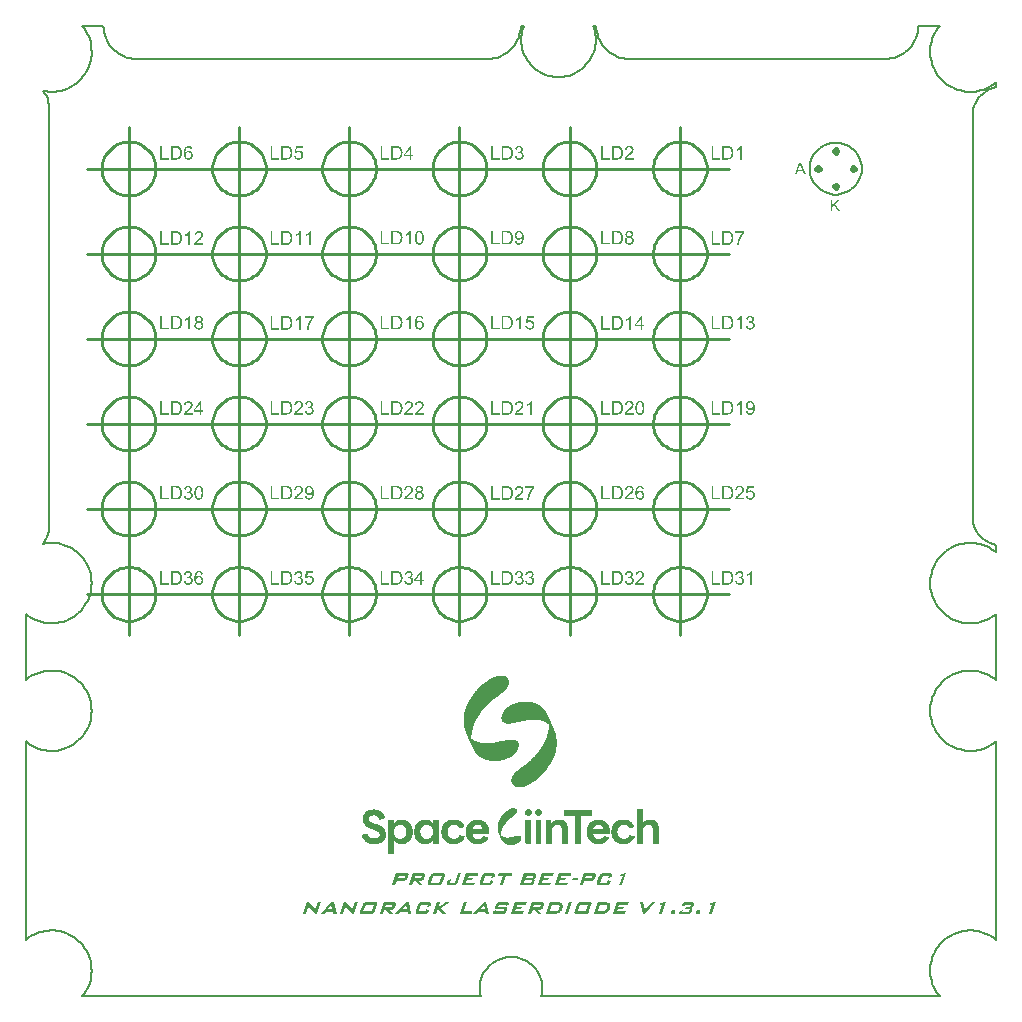
<source format=gbr>
G04*
G04 #@! TF.GenerationSoftware,Altium Limited,Altium Designer,24.1.2 (44)*
G04*
G04 Layer_Color=65535*
%FSLAX44Y44*%
%MOMM*%
G71*
G04*
G04 #@! TF.SameCoordinates,1AC9159D-62F3-4322-B3E1-BEE9EAD309C0*
G04*
G04*
G04 #@! TF.FilePolarity,Positive*
G04*
G01*
G75*
%ADD10C,0.2000*%
%ADD11C,0.4000*%
%ADD12C,0.1500*%
%ADD13C,0.2540*%
G36*
X418540Y285300D02*
X419626D01*
Y285028D01*
X420439D01*
Y284757D01*
X420982D01*
Y284486D01*
X421253D01*
Y284214D01*
X421796D01*
Y283943D01*
X422067D01*
Y283672D01*
X422339D01*
Y283400D01*
X422610D01*
Y282858D01*
X422881D01*
Y282315D01*
X423153D01*
Y281501D01*
X423424D01*
Y278517D01*
X423153D01*
Y277703D01*
X422881D01*
Y276889D01*
X422610D01*
Y276346D01*
X422339D01*
Y276075D01*
X422067D01*
Y275532D01*
X421796D01*
Y275261D01*
X421525D01*
Y274718D01*
X421253D01*
Y274447D01*
X420982D01*
Y274176D01*
X420711D01*
Y273904D01*
X420439D01*
Y273633D01*
X420168D01*
Y273362D01*
X419897D01*
Y273090D01*
X419626D01*
Y272819D01*
X419354D01*
Y272548D01*
X419083D01*
Y272276D01*
X418812D01*
Y272005D01*
X418540D01*
Y271734D01*
X418269D01*
Y271463D01*
X417998D01*
Y271191D01*
X417726D01*
Y270920D01*
X417184D01*
Y270649D01*
X416912D01*
Y270377D01*
X416641D01*
Y270106D01*
X416370D01*
Y269835D01*
X415827D01*
Y269563D01*
X415556D01*
Y269292D01*
X415285D01*
Y269021D01*
X414742D01*
Y268749D01*
X414470D01*
Y268478D01*
X413928D01*
Y268207D01*
X413657D01*
Y267936D01*
X413385D01*
Y267664D01*
X412843D01*
Y267393D01*
X412571D01*
Y267122D01*
X412029D01*
Y266850D01*
X411757D01*
Y266579D01*
X411486D01*
Y266308D01*
X410943D01*
Y266036D01*
X410672D01*
Y265765D01*
X410401D01*
Y265494D01*
X409858D01*
Y265222D01*
X409587D01*
Y264951D01*
X409315D01*
Y264680D01*
X409044D01*
Y264408D01*
X408502D01*
Y264137D01*
X408230D01*
Y263866D01*
X407959D01*
Y263594D01*
X407688D01*
Y263323D01*
X407416D01*
Y263052D01*
X407145D01*
Y262780D01*
X406874D01*
Y262509D01*
X406602D01*
Y262238D01*
X406331D01*
Y261967D01*
X406060D01*
Y261695D01*
X405788D01*
Y261424D01*
X405517D01*
Y261153D01*
X405246D01*
Y260881D01*
X404975D01*
Y260610D01*
X404432D01*
Y260067D01*
X403889D01*
Y259525D01*
X403618D01*
Y259253D01*
X403347D01*
Y258982D01*
X403075D01*
Y258711D01*
X402804D01*
Y258440D01*
X402533D01*
Y258168D01*
X402261D01*
Y257897D01*
X401990D01*
Y257354D01*
X401719D01*
Y257083D01*
X401447D01*
Y256812D01*
X401176D01*
Y256540D01*
X400905D01*
Y255998D01*
X400633D01*
Y255726D01*
X400362D01*
Y255455D01*
X400091D01*
Y255184D01*
X399819D01*
Y254641D01*
X399548D01*
Y254370D01*
X399277D01*
Y253827D01*
X399006D01*
Y253556D01*
X398734D01*
Y253013D01*
X398463D01*
Y252742D01*
X398192D01*
Y252199D01*
X397920D01*
Y251928D01*
X397649D01*
Y251385D01*
X397378D01*
Y251114D01*
X397106D01*
Y250571D01*
X396835D01*
Y250029D01*
X396564D01*
Y249486D01*
X396292D01*
Y249215D01*
X396021D01*
Y248672D01*
X395750D01*
Y248130D01*
X395478D01*
Y247587D01*
X395207D01*
Y247044D01*
X394936D01*
Y246502D01*
X394664D01*
Y245959D01*
X394393D01*
Y245416D01*
X394122D01*
Y244602D01*
X393851D01*
Y244060D01*
X393579D01*
Y243246D01*
X393308D01*
Y242432D01*
X393037D01*
Y241618D01*
X392765D01*
Y240804D01*
X392494D01*
Y239990D01*
X392223D01*
Y238905D01*
X391951D01*
Y237548D01*
X391680D01*
Y235649D01*
X391409D01*
Y232393D01*
X391680D01*
Y232122D01*
X392223D01*
Y231850D01*
X392494D01*
Y231579D01*
X393037D01*
Y231308D01*
X393308D01*
Y231037D01*
X393851D01*
Y230765D01*
X394122D01*
Y230494D01*
X394664D01*
Y230223D01*
X395478D01*
Y229951D01*
X396021D01*
Y229680D01*
X396835D01*
Y229409D01*
X397649D01*
Y229137D01*
X398734D01*
Y228866D01*
X400091D01*
Y228595D01*
X401990D01*
Y228323D01*
X406602D01*
Y228595D01*
X409315D01*
Y228866D01*
X411215D01*
Y229137D01*
X412843D01*
Y229409D01*
X414199D01*
Y229680D01*
X415285D01*
Y229951D01*
X416370D01*
Y230223D01*
X417726D01*
Y230494D01*
X418812D01*
Y230765D01*
X420168D01*
Y231037D01*
X421796D01*
Y231308D01*
X423695D01*
Y231579D01*
X428036D01*
Y231308D01*
X429122D01*
Y231037D01*
X429664D01*
Y230765D01*
X430207D01*
Y230494D01*
X430478D01*
Y230223D01*
X430750D01*
Y229951D01*
X431021D01*
Y229409D01*
X431292D01*
Y228866D01*
X431563D01*
Y227509D01*
X431835D01*
Y226695D01*
X431563D01*
Y225068D01*
X431292D01*
Y223982D01*
X431021D01*
Y223440D01*
X430750D01*
Y222897D01*
X430478D01*
Y222354D01*
X430207D01*
Y221812D01*
X429935D01*
Y221269D01*
X429664D01*
Y220998D01*
X429393D01*
Y220727D01*
X429122D01*
Y220184D01*
X428850D01*
Y219913D01*
X428579D01*
Y219641D01*
X428308D01*
Y219370D01*
X428036D01*
Y219099D01*
X427765D01*
Y218827D01*
X427494D01*
Y218556D01*
X427222D01*
Y218285D01*
X426680D01*
Y218013D01*
X426408D01*
Y217742D01*
X426137D01*
Y217471D01*
X425594D01*
Y217199D01*
X425323D01*
Y216928D01*
X424781D01*
Y216657D01*
X424509D01*
Y216385D01*
X423967D01*
Y216114D01*
X423424D01*
Y215843D01*
X422881D01*
Y215572D01*
X422067D01*
Y215300D01*
X421525D01*
Y215029D01*
X420711D01*
Y214758D01*
X419897D01*
Y214486D01*
X419083D01*
Y214215D01*
X417998D01*
Y213944D01*
X416641D01*
Y213672D01*
X415013D01*
Y213401D01*
X407959D01*
Y213672D01*
X406331D01*
Y213944D01*
X404975D01*
Y214215D01*
X403889D01*
Y214486D01*
X403075D01*
Y214758D01*
X402533D01*
Y215029D01*
X401719D01*
Y215300D01*
X401176D01*
Y215572D01*
X400633D01*
Y215843D01*
X400091D01*
Y216114D01*
X399548D01*
Y216385D01*
X399277D01*
Y216657D01*
X398734D01*
Y216928D01*
X398463D01*
Y217199D01*
X398192D01*
Y217471D01*
X397920D01*
Y217742D01*
X397378D01*
Y218013D01*
X397106D01*
Y218285D01*
X396835D01*
Y218556D01*
X396564D01*
Y218827D01*
X396292D01*
Y219099D01*
X396021D01*
Y219370D01*
X395750D01*
Y219913D01*
X395478D01*
Y220184D01*
X395207D01*
Y220455D01*
X394936D01*
Y220998D01*
X394664D01*
Y221269D01*
X394393D01*
Y221812D01*
X394122D01*
Y222083D01*
X393851D01*
Y222626D01*
X393579D01*
Y223168D01*
X393308D01*
Y223711D01*
X393037D01*
Y224254D01*
X392765D01*
Y224796D01*
X392494D01*
Y225339D01*
X392223D01*
Y225882D01*
X391951D01*
Y226424D01*
X391680D01*
Y226967D01*
X391409D01*
Y227509D01*
X391137D01*
Y228052D01*
X390866D01*
Y228595D01*
X390595D01*
Y229409D01*
X390323D01*
Y229951D01*
X390052D01*
Y230494D01*
X389781D01*
Y231037D01*
X389510D01*
Y231850D01*
X389238D01*
Y232393D01*
X388967D01*
Y233207D01*
X388695D01*
Y233750D01*
X388424D01*
Y234564D01*
X388153D01*
Y235106D01*
X387882D01*
Y235920D01*
X387610D01*
Y236463D01*
X387339D01*
Y237277D01*
X387068D01*
Y238091D01*
X386796D01*
Y238633D01*
X386525D01*
Y239447D01*
X386254D01*
Y240261D01*
X385982D01*
Y241347D01*
X385711D01*
Y242160D01*
X385440D01*
Y243517D01*
X385168D01*
Y245416D01*
X384897D01*
Y250300D01*
X385168D01*
Y252199D01*
X385440D01*
Y253827D01*
X385711D01*
Y254912D01*
X385982D01*
Y255998D01*
X386254D01*
Y256812D01*
X386525D01*
Y257626D01*
X386796D01*
Y258440D01*
X387068D01*
Y258982D01*
X387339D01*
Y259796D01*
X387610D01*
Y260339D01*
X387882D01*
Y261153D01*
X388153D01*
Y261695D01*
X388424D01*
Y262238D01*
X388695D01*
Y262780D01*
X388967D01*
Y263323D01*
X389238D01*
Y263866D01*
X389510D01*
Y264408D01*
X389781D01*
Y264951D01*
X390052D01*
Y265222D01*
X390323D01*
Y265765D01*
X390595D01*
Y266308D01*
X390866D01*
Y266579D01*
X391137D01*
Y267122D01*
X391409D01*
Y267393D01*
X391680D01*
Y267936D01*
X391951D01*
Y268207D01*
X392223D01*
Y268749D01*
X392494D01*
Y269021D01*
X392765D01*
Y269563D01*
X393037D01*
Y269835D01*
X393308D01*
Y270106D01*
X393579D01*
Y270649D01*
X393851D01*
Y270920D01*
X394122D01*
Y271191D01*
X394393D01*
Y271463D01*
X394664D01*
Y272005D01*
X394936D01*
Y272276D01*
X395207D01*
Y272548D01*
X395478D01*
Y272819D01*
X395750D01*
Y273090D01*
X396021D01*
Y273362D01*
X396292D01*
Y273904D01*
X396564D01*
Y274176D01*
X396835D01*
Y274447D01*
X397106D01*
Y274718D01*
X397378D01*
Y274990D01*
X397649D01*
Y275261D01*
X397920D01*
Y275532D01*
X398192D01*
Y275804D01*
X398463D01*
Y276075D01*
X398734D01*
Y276346D01*
X399006D01*
Y276618D01*
X399277D01*
Y276889D01*
X399548D01*
Y277160D01*
X400091D01*
Y277432D01*
X400362D01*
Y277703D01*
X400633D01*
Y277974D01*
X400905D01*
Y278246D01*
X401176D01*
Y278517D01*
X401447D01*
Y278788D01*
X401990D01*
Y279060D01*
X402261D01*
Y279331D01*
X402533D01*
Y279602D01*
X402804D01*
Y279873D01*
X403347D01*
Y280145D01*
X403618D01*
Y280416D01*
X403889D01*
Y280687D01*
X404432D01*
Y280959D01*
X404703D01*
Y281230D01*
X404975D01*
Y281501D01*
X405517D01*
Y281773D01*
X405788D01*
Y282044D01*
X406331D01*
Y282315D01*
X406874D01*
Y282587D01*
X407145D01*
Y282858D01*
X407688D01*
Y283129D01*
X408230D01*
Y283400D01*
X408773D01*
Y283672D01*
X409315D01*
Y283943D01*
X409858D01*
Y284214D01*
X410401D01*
Y284486D01*
X411215D01*
Y284757D01*
X412029D01*
Y285028D01*
X413114D01*
Y285300D01*
X414470D01*
Y285571D01*
X418540D01*
Y285300D01*
D02*
G37*
G36*
X439432Y263323D02*
X441873D01*
Y263052D01*
X443501D01*
Y262780D01*
X444587D01*
Y262509D01*
X445401D01*
Y262238D01*
X446214D01*
Y261967D01*
X446757D01*
Y261695D01*
X447300D01*
Y261424D01*
X447842D01*
Y261153D01*
X448385D01*
Y260881D01*
X448928D01*
Y260610D01*
X449470D01*
Y260339D01*
X449742D01*
Y260067D01*
X450013D01*
Y259796D01*
X450555D01*
Y259525D01*
X450827D01*
Y259253D01*
X451098D01*
Y258982D01*
X451370D01*
Y258711D01*
X451641D01*
Y258440D01*
X452183D01*
Y257897D01*
X452455D01*
Y257626D01*
X452726D01*
Y257354D01*
X452997D01*
Y257083D01*
X453269D01*
Y256812D01*
X453540D01*
Y256269D01*
X453811D01*
Y255998D01*
X454083D01*
Y255726D01*
X454354D01*
Y255184D01*
X454625D01*
Y254912D01*
X454897D01*
Y254370D01*
X455168D01*
Y253827D01*
X455439D01*
Y253284D01*
X455710D01*
Y252742D01*
X455982D01*
Y252199D01*
X456253D01*
Y251656D01*
X456525D01*
Y251114D01*
X456796D01*
Y250571D01*
X457067D01*
Y250029D01*
X457338D01*
Y249486D01*
X457610D01*
Y248943D01*
X457881D01*
Y248401D01*
X458152D01*
Y247587D01*
X458424D01*
Y247044D01*
X458695D01*
Y246502D01*
X458966D01*
Y245688D01*
X459238D01*
Y245145D01*
X459509D01*
Y244602D01*
X459780D01*
Y243788D01*
X460052D01*
Y243246D01*
X460323D01*
Y242432D01*
X460594D01*
Y241889D01*
X460866D01*
Y241075D01*
X461137D01*
Y240533D01*
X461408D01*
Y239719D01*
X461679D01*
Y238905D01*
X461951D01*
Y238091D01*
X462222D01*
Y237548D01*
X462493D01*
Y236734D01*
X462765D01*
Y235920D01*
X463036D01*
Y234835D01*
X463307D01*
Y234021D01*
X463579D01*
Y232393D01*
X463850D01*
Y225610D01*
X463579D01*
Y223982D01*
X463307D01*
Y222626D01*
X463036D01*
Y221541D01*
X462765D01*
Y220455D01*
X462493D01*
Y219641D01*
X462222D01*
Y218827D01*
X461951D01*
Y218013D01*
X461679D01*
Y217471D01*
X461408D01*
Y216657D01*
X461137D01*
Y216114D01*
X460866D01*
Y215572D01*
X460594D01*
Y214758D01*
X460323D01*
Y214215D01*
X460052D01*
Y213672D01*
X459780D01*
Y213130D01*
X459509D01*
Y212858D01*
X459238D01*
Y212316D01*
X458966D01*
Y211773D01*
X458695D01*
Y211231D01*
X458424D01*
Y210959D01*
X458152D01*
Y210417D01*
X457881D01*
Y209874D01*
X457610D01*
Y209603D01*
X457338D01*
Y209060D01*
X457067D01*
Y208789D01*
X456796D01*
Y208246D01*
X456525D01*
Y207975D01*
X456253D01*
Y207432D01*
X455982D01*
Y207161D01*
X455710D01*
Y206889D01*
X455439D01*
Y206347D01*
X455168D01*
Y206075D01*
X454897D01*
Y205804D01*
X454625D01*
Y205533D01*
X454354D01*
Y204990D01*
X454083D01*
Y204719D01*
X453811D01*
Y204448D01*
X453540D01*
Y204176D01*
X453269D01*
Y203634D01*
X452997D01*
Y203362D01*
X452726D01*
Y203091D01*
X452455D01*
Y202820D01*
X452183D01*
Y202548D01*
X451912D01*
Y202277D01*
X451641D01*
Y202006D01*
X451370D01*
Y201734D01*
X451098D01*
Y201463D01*
X450827D01*
Y201192D01*
X450555D01*
Y200921D01*
X450284D01*
Y200649D01*
X450013D01*
Y200378D01*
X449742D01*
Y200107D01*
X449470D01*
Y199835D01*
X449199D01*
Y199564D01*
X448928D01*
Y199293D01*
X448656D01*
Y199021D01*
X448114D01*
Y198750D01*
X447842D01*
Y198479D01*
X447571D01*
Y198207D01*
X447300D01*
Y197936D01*
X447028D01*
Y197665D01*
X446486D01*
Y197393D01*
X446214D01*
Y197122D01*
X445943D01*
Y196851D01*
X445401D01*
Y196579D01*
X445129D01*
Y196308D01*
X444858D01*
Y196037D01*
X444315D01*
Y195765D01*
X444044D01*
Y195494D01*
X443501D01*
Y195223D01*
X443230D01*
Y194952D01*
X442687D01*
Y194680D01*
X442416D01*
Y194409D01*
X441873D01*
Y194138D01*
X441602D01*
Y193866D01*
X441059D01*
Y193595D01*
X440517D01*
Y193324D01*
X439974D01*
Y193052D01*
X439432D01*
Y192781D01*
X438889D01*
Y192510D01*
X438346D01*
Y192238D01*
X437532D01*
Y191967D01*
X436718D01*
Y191696D01*
X435362D01*
Y191425D01*
X433734D01*
Y191153D01*
X430478D01*
Y191425D01*
X429393D01*
Y191696D01*
X428579D01*
Y191967D01*
X428036D01*
Y192238D01*
X427494D01*
Y192510D01*
X427222D01*
Y192781D01*
X426951D01*
Y193052D01*
X426680D01*
Y193324D01*
X426408D01*
Y193595D01*
X426137D01*
Y193866D01*
X425866D01*
Y194409D01*
X425594D01*
Y195223D01*
X425323D01*
Y198479D01*
X425594D01*
Y199293D01*
X425866D01*
Y199835D01*
X426137D01*
Y200378D01*
X426408D01*
Y200921D01*
X426680D01*
Y201192D01*
X426951D01*
Y201734D01*
X427222D01*
Y202006D01*
X427494D01*
Y202277D01*
X427765D01*
Y202548D01*
X428036D01*
Y203091D01*
X428308D01*
Y203362D01*
X428579D01*
Y203634D01*
X428850D01*
Y203905D01*
X429122D01*
Y204176D01*
X429393D01*
Y204448D01*
X429664D01*
Y204719D01*
X429935D01*
Y204990D01*
X430478D01*
Y205262D01*
X430750D01*
Y205533D01*
X431021D01*
Y205804D01*
X431292D01*
Y206075D01*
X431563D01*
Y206347D01*
X432106D01*
Y206618D01*
X432377D01*
Y206889D01*
X432649D01*
Y207161D01*
X432920D01*
Y207432D01*
X433463D01*
Y207703D01*
X433734D01*
Y207975D01*
X434277D01*
Y208246D01*
X434548D01*
Y208517D01*
X434819D01*
Y208789D01*
X435362D01*
Y209060D01*
X435633D01*
Y209331D01*
X436176D01*
Y209603D01*
X436447D01*
Y209874D01*
X436990D01*
Y210145D01*
X437261D01*
Y210417D01*
X437532D01*
Y210688D01*
X438075D01*
Y210959D01*
X438346D01*
Y211231D01*
X438618D01*
Y211502D01*
X438889D01*
Y211773D01*
X439432D01*
Y212045D01*
X439703D01*
Y212316D01*
X439974D01*
Y212587D01*
X440246D01*
Y212858D01*
X440517D01*
Y213130D01*
X440788D01*
Y213401D01*
X441331D01*
Y213672D01*
X441602D01*
Y213944D01*
X441873D01*
Y214215D01*
X442145D01*
Y214486D01*
X442416D01*
Y214758D01*
X442687D01*
Y215029D01*
X442959D01*
Y215300D01*
X443230D01*
Y215572D01*
X443501D01*
Y215843D01*
X443773D01*
Y216114D01*
X444044D01*
Y216385D01*
X444315D01*
Y216657D01*
X444587D01*
Y216928D01*
X444858D01*
Y217199D01*
X445129D01*
Y217471D01*
X445401D01*
Y217742D01*
X445672D01*
Y218285D01*
X445943D01*
Y218556D01*
X446214D01*
Y218827D01*
X446486D01*
Y219099D01*
X446757D01*
Y219370D01*
X447028D01*
Y219641D01*
X447300D01*
Y220184D01*
X447571D01*
Y220455D01*
X447842D01*
Y220727D01*
X448114D01*
Y220998D01*
X448385D01*
Y221541D01*
X448656D01*
Y221812D01*
X448928D01*
Y222083D01*
X449199D01*
Y222626D01*
X449470D01*
Y222897D01*
X449742D01*
Y223440D01*
X450013D01*
Y223711D01*
X450284D01*
Y224254D01*
X450555D01*
Y224525D01*
X450827D01*
Y225068D01*
X451098D01*
Y225339D01*
X451370D01*
Y225882D01*
X451641D01*
Y226424D01*
X451912D01*
Y226695D01*
X452183D01*
Y227238D01*
X452455D01*
Y227781D01*
X452726D01*
Y228323D01*
X452997D01*
Y228866D01*
X453269D01*
Y229409D01*
X453540D01*
Y229951D01*
X453811D01*
Y230494D01*
X454083D01*
Y231037D01*
X454354D01*
Y231579D01*
X454625D01*
Y232393D01*
X454897D01*
Y232936D01*
X455168D01*
Y233750D01*
X455439D01*
Y234564D01*
X455710D01*
Y235378D01*
X455982D01*
Y236192D01*
X456253D01*
Y237006D01*
X456525D01*
Y238362D01*
X456796D01*
Y239719D01*
X457067D01*
Y241347D01*
X457338D01*
Y244331D01*
X457067D01*
Y244602D01*
X456796D01*
Y244874D01*
X456253D01*
Y245145D01*
X455982D01*
Y245416D01*
X455439D01*
Y245688D01*
X455168D01*
Y245959D01*
X454625D01*
Y246230D01*
X454083D01*
Y246502D01*
X453540D01*
Y246773D01*
X452997D01*
Y247044D01*
X452183D01*
Y247316D01*
X451370D01*
Y247587D01*
X450284D01*
Y247858D01*
X448928D01*
Y248130D01*
X447028D01*
Y248401D01*
X441602D01*
Y248130D01*
X439160D01*
Y247858D01*
X437532D01*
Y247587D01*
X435905D01*
Y247316D01*
X434548D01*
Y247044D01*
X433463D01*
Y246773D01*
X432106D01*
Y246502D01*
X431021D01*
Y246230D01*
X429664D01*
Y245959D01*
X428579D01*
Y245688D01*
X426951D01*
Y245416D01*
X425052D01*
Y245145D01*
X420711D01*
Y245416D01*
X419897D01*
Y245688D01*
X419083D01*
Y245959D01*
X418812D01*
Y246230D01*
X418269D01*
Y246502D01*
X417998D01*
Y246773D01*
X417726D01*
Y247316D01*
X417455D01*
Y247858D01*
X417184D01*
Y248943D01*
X416912D01*
Y250571D01*
X417184D01*
Y251928D01*
X417455D01*
Y253013D01*
X417726D01*
Y253556D01*
X417998D01*
Y254098D01*
X418269D01*
Y254641D01*
X418540D01*
Y255184D01*
X418812D01*
Y255455D01*
X419083D01*
Y255998D01*
X419354D01*
Y256269D01*
X419626D01*
Y256540D01*
X419897D01*
Y257083D01*
X420168D01*
Y257354D01*
X420439D01*
Y257626D01*
X420711D01*
Y257897D01*
X420982D01*
Y258168D01*
X421525D01*
Y258440D01*
X421796D01*
Y258711D01*
X422067D01*
Y258982D01*
X422339D01*
Y259253D01*
X422881D01*
Y259525D01*
X423153D01*
Y259796D01*
X423695D01*
Y260067D01*
X423967D01*
Y260339D01*
X424509D01*
Y260610D01*
X425052D01*
Y260881D01*
X425594D01*
Y261153D01*
X426137D01*
Y261424D01*
X426680D01*
Y261695D01*
X427494D01*
Y261967D01*
X428308D01*
Y262238D01*
X429122D01*
Y262509D01*
X429935D01*
Y262780D01*
X431292D01*
Y263052D01*
X432649D01*
Y263323D01*
X434819D01*
Y263594D01*
X439432D01*
Y263323D01*
D02*
G37*
G36*
X448656Y172432D02*
X449742D01*
Y172161D01*
X450284D01*
Y171890D01*
X450555D01*
Y171618D01*
X450827D01*
Y171347D01*
X451098D01*
Y170533D01*
X451370D01*
Y168905D01*
X451098D01*
Y168363D01*
X450827D01*
Y167820D01*
X450555D01*
Y167549D01*
X450013D01*
Y167277D01*
X449470D01*
Y167006D01*
X447300D01*
Y167277D01*
X446757D01*
Y167549D01*
X446214D01*
Y167820D01*
X445943D01*
Y168363D01*
X445672D01*
Y168905D01*
X445401D01*
Y170533D01*
X445672D01*
Y171347D01*
X445943D01*
Y171618D01*
X446214D01*
Y171890D01*
X446486D01*
Y172161D01*
X447028D01*
Y172432D01*
X448114D01*
Y172704D01*
X448656D01*
Y172432D01*
D02*
G37*
G36*
X439974D02*
X441331D01*
Y172161D01*
X441602D01*
Y171890D01*
X442145D01*
Y171618D01*
X442416D01*
Y171076D01*
X442687D01*
Y168363D01*
X442416D01*
Y168091D01*
X442145D01*
Y167820D01*
X441873D01*
Y167549D01*
X441602D01*
Y167277D01*
X441059D01*
Y167006D01*
X438889D01*
Y167277D01*
X438075D01*
Y167549D01*
X437804D01*
Y167820D01*
X437532D01*
Y168091D01*
X437261D01*
Y168634D01*
X436990D01*
Y170805D01*
X437261D01*
Y171347D01*
X437532D01*
Y171618D01*
X437804D01*
Y171890D01*
X438075D01*
Y172161D01*
X438346D01*
Y172432D01*
X439703D01*
Y172704D01*
X439974D01*
Y172432D01*
D02*
G37*
G36*
X310014Y172161D02*
X311913D01*
Y171890D01*
X312727D01*
Y171618D01*
X313541D01*
Y171347D01*
X314084D01*
Y171076D01*
X314626D01*
Y170805D01*
X314898D01*
Y170533D01*
X315440D01*
Y170262D01*
X315712D01*
Y169991D01*
X315983D01*
Y169719D01*
X316254D01*
Y169448D01*
X316525D01*
Y169177D01*
X316797D01*
Y168905D01*
X317068D01*
Y168363D01*
X317339D01*
Y168091D01*
X317611D01*
Y167549D01*
X317882D01*
Y167006D01*
X318153D01*
Y166463D01*
X318425D01*
Y165650D01*
X318696D01*
Y164835D01*
X317882D01*
Y164564D01*
X317068D01*
Y164293D01*
X315983D01*
Y164022D01*
X314898D01*
Y163750D01*
X313541D01*
Y164022D01*
X313270D01*
Y164564D01*
X312998D01*
Y165107D01*
X312727D01*
Y165378D01*
X312456D01*
Y165650D01*
X312185D01*
Y165921D01*
X311913D01*
Y166192D01*
X311642D01*
Y166463D01*
X311371D01*
Y166735D01*
X310828D01*
Y167006D01*
X309743D01*
Y167277D01*
X307843D01*
Y167006D01*
X306758D01*
Y166735D01*
X306215D01*
Y166463D01*
X305673D01*
Y166192D01*
X305402D01*
Y165921D01*
X305130D01*
Y165650D01*
X304859D01*
Y163479D01*
X305130D01*
Y162936D01*
X305402D01*
Y162665D01*
X305673D01*
Y162394D01*
X305944D01*
Y162122D01*
X306215D01*
Y161851D01*
X306758D01*
Y161580D01*
X307029D01*
Y161308D01*
X307843D01*
Y161037D01*
X308386D01*
Y160766D01*
X309200D01*
Y160494D01*
X309743D01*
Y160223D01*
X310557D01*
Y159952D01*
X311642D01*
Y159681D01*
X312185D01*
Y159409D01*
X312998D01*
Y159138D01*
X313541D01*
Y158867D01*
X314355D01*
Y158595D01*
X314898D01*
Y158324D01*
X315169D01*
Y158053D01*
X315712D01*
Y157781D01*
X315983D01*
Y157510D01*
X316525D01*
Y157239D01*
X316797D01*
Y156967D01*
X317068D01*
Y156696D01*
X317339D01*
Y156425D01*
X317611D01*
Y155882D01*
X317882D01*
Y155611D01*
X318153D01*
Y155068D01*
X318425D01*
Y154525D01*
X318696D01*
Y153712D01*
X318967D01*
Y152355D01*
X319239D01*
Y149642D01*
X318967D01*
Y148557D01*
X318696D01*
Y147743D01*
X318425D01*
Y147200D01*
X318153D01*
Y146929D01*
X317882D01*
Y146386D01*
X317611D01*
Y146115D01*
X317339D01*
Y145843D01*
X317068D01*
Y145572D01*
X316797D01*
Y145301D01*
X316525D01*
Y145029D01*
X316254D01*
Y144758D01*
X315712D01*
Y144487D01*
X315440D01*
Y144215D01*
X314898D01*
Y143944D01*
X314355D01*
Y143673D01*
X313541D01*
Y143402D01*
X312727D01*
Y143130D01*
X311642D01*
Y142859D01*
X306758D01*
Y143130D01*
X305402D01*
Y143402D01*
X304588D01*
Y143673D01*
X304045D01*
Y143944D01*
X303502D01*
Y144215D01*
X302960D01*
Y144487D01*
X302688D01*
Y144758D01*
X302146D01*
Y145029D01*
X301875D01*
Y145301D01*
X301603D01*
Y145572D01*
X301332D01*
Y145843D01*
X301061D01*
Y146115D01*
X300789D01*
Y146386D01*
X300518D01*
Y146657D01*
X300247D01*
Y147200D01*
X299975D01*
Y147471D01*
X299704D01*
Y148014D01*
X299433D01*
Y148557D01*
X299161D01*
Y149099D01*
X298890D01*
Y149913D01*
X298619D01*
Y150998D01*
X299704D01*
Y151270D01*
X300789D01*
Y151541D01*
X301875D01*
Y151812D01*
X303502D01*
Y151541D01*
X303774D01*
Y150998D01*
X304045D01*
Y150456D01*
X304316D01*
Y149913D01*
X304588D01*
Y149642D01*
X304859D01*
Y149370D01*
X305130D01*
Y149099D01*
X305402D01*
Y148828D01*
X305944D01*
Y148557D01*
X306487D01*
Y148285D01*
X307301D01*
Y148014D01*
X311099D01*
Y148285D01*
X311913D01*
Y148557D01*
X312456D01*
Y148828D01*
X312998D01*
Y149099D01*
X313270D01*
Y149642D01*
X313541D01*
Y150184D01*
X313812D01*
Y151541D01*
X313541D01*
Y152355D01*
X313270D01*
Y152626D01*
X312998D01*
Y153169D01*
X312727D01*
Y153440D01*
X312185D01*
Y153712D01*
X311913D01*
Y153983D01*
X311371D01*
Y154254D01*
X310828D01*
Y154525D01*
X310285D01*
Y154797D01*
X309743D01*
Y155068D01*
X308929D01*
Y155339D01*
X308115D01*
Y155611D01*
X307301D01*
Y155882D01*
X306758D01*
Y156153D01*
X305944D01*
Y156425D01*
X305130D01*
Y156696D01*
X304588D01*
Y156967D01*
X304045D01*
Y157239D01*
X303502D01*
Y157510D01*
X303231D01*
Y157781D01*
X302688D01*
Y158053D01*
X302417D01*
Y158324D01*
X302146D01*
Y158595D01*
X301603D01*
Y158867D01*
X301332D01*
Y159138D01*
X301061D01*
Y159681D01*
X300789D01*
Y159952D01*
X300518D01*
Y160494D01*
X300247D01*
Y160766D01*
X299975D01*
Y161308D01*
X299704D01*
Y162122D01*
X299433D01*
Y166463D01*
X299704D01*
Y167277D01*
X299975D01*
Y167820D01*
X300247D01*
Y168363D01*
X300518D01*
Y168634D01*
X300789D01*
Y168905D01*
X301061D01*
Y169448D01*
X301332D01*
Y169719D01*
X301603D01*
Y169991D01*
X302146D01*
Y170262D01*
X302417D01*
Y170533D01*
X302688D01*
Y170805D01*
X303231D01*
Y171076D01*
X303774D01*
Y171347D01*
X304316D01*
Y171618D01*
X305130D01*
Y171890D01*
X305944D01*
Y172161D01*
X307843D01*
Y172432D01*
X310014D01*
Y172161D01*
D02*
G37*
G36*
X334704Y163479D02*
X335518D01*
Y163208D01*
X336332D01*
Y162936D01*
X336874D01*
Y162665D01*
X337417D01*
Y162394D01*
X337688D01*
Y162122D01*
X338231D01*
Y161851D01*
X338502D01*
Y161580D01*
X338773D01*
Y161308D01*
X339045D01*
Y161037D01*
X339316D01*
Y160766D01*
X339587D01*
Y160494D01*
X339859D01*
Y159952D01*
X340130D01*
Y159681D01*
X340401D01*
Y159138D01*
X340673D01*
Y158595D01*
X340944D01*
Y158053D01*
X341215D01*
Y156967D01*
X341487D01*
Y155882D01*
X341758D01*
Y150998D01*
X341487D01*
Y149642D01*
X341215D01*
Y148828D01*
X340944D01*
Y148285D01*
X340673D01*
Y147743D01*
X340401D01*
Y147200D01*
X340130D01*
Y146657D01*
X339859D01*
Y146386D01*
X339587D01*
Y146115D01*
X339316D01*
Y145572D01*
X339045D01*
Y145301D01*
X338773D01*
Y145029D01*
X338231D01*
Y144758D01*
X337960D01*
Y144487D01*
X337417D01*
Y144215D01*
X337146D01*
Y143944D01*
X336603D01*
Y143673D01*
X335789D01*
Y143402D01*
X334975D01*
Y143130D01*
X333347D01*
Y142859D01*
X331719D01*
Y143130D01*
X330091D01*
Y143402D01*
X329277D01*
Y143673D01*
X328463D01*
Y143944D01*
X328192D01*
Y144215D01*
X327649D01*
Y144487D01*
X327378D01*
Y144758D01*
X326836D01*
Y145029D01*
X326564D01*
Y145301D01*
X326293D01*
Y145572D01*
X326022D01*
Y134991D01*
X321138D01*
Y163208D01*
X321409D01*
Y163479D01*
X325479D01*
Y163208D01*
X325750D01*
Y161037D01*
X326293D01*
Y161308D01*
X326564D01*
Y161580D01*
X326836D01*
Y161851D01*
X327107D01*
Y162122D01*
X327378D01*
Y162394D01*
X327921D01*
Y162665D01*
X328192D01*
Y162936D01*
X328735D01*
Y163208D01*
X329549D01*
Y163479D01*
X330363D01*
Y163750D01*
X334704D01*
Y163479D01*
D02*
G37*
G36*
X467920D02*
X469005D01*
Y163208D01*
X469548D01*
Y162936D01*
X470090D01*
Y162665D01*
X470362D01*
Y162394D01*
X470904D01*
Y162122D01*
X471175D01*
Y161851D01*
X471447D01*
Y161580D01*
X471718D01*
Y161037D01*
X471990D01*
Y160766D01*
X472261D01*
Y160223D01*
X472532D01*
Y159681D01*
X472803D01*
Y158595D01*
X473075D01*
Y143402D01*
X468191D01*
Y144215D01*
Y144487D01*
Y155611D01*
X467920D01*
Y156967D01*
X467648D01*
Y157510D01*
X467377D01*
Y158053D01*
X467106D01*
Y158324D01*
X466834D01*
Y158595D01*
X466292D01*
Y158867D01*
X465749D01*
Y159138D01*
X462765D01*
Y158867D01*
X462222D01*
Y158595D01*
X461679D01*
Y158324D01*
X461408D01*
Y158053D01*
X461137D01*
Y157781D01*
X460866D01*
Y157510D01*
X460594D01*
Y157239D01*
X460323D01*
Y156696D01*
X460052D01*
Y155882D01*
X459780D01*
Y155068D01*
X459509D01*
Y143402D01*
X454625D01*
Y143673D01*
X454354D01*
Y163208D01*
X454625D01*
Y163479D01*
X458966D01*
Y163208D01*
X459238D01*
Y160766D01*
X459509D01*
Y161037D01*
X459780D01*
Y161580D01*
X460052D01*
Y161851D01*
X460594D01*
Y162122D01*
X460866D01*
Y162394D01*
X461137D01*
Y162665D01*
X461679D01*
Y162936D01*
X462222D01*
Y163208D01*
X462765D01*
Y163479D01*
X463850D01*
Y163750D01*
X467920D01*
Y163479D01*
D02*
G37*
G36*
X522725D02*
X523811D01*
Y163208D01*
X524625D01*
Y162936D01*
X525167D01*
Y162665D01*
X525710D01*
Y162394D01*
X526253D01*
Y162122D01*
X526524D01*
Y161851D01*
X527067D01*
Y161580D01*
X527338D01*
Y161308D01*
X527609D01*
Y161037D01*
X527881D01*
Y160494D01*
X528152D01*
Y160223D01*
X528423D01*
Y159681D01*
X528694D01*
Y159409D01*
X528966D01*
Y158867D01*
X529237D01*
Y158053D01*
X529508D01*
Y157510D01*
X529237D01*
Y157239D01*
X528423D01*
Y156967D01*
X527338D01*
Y156696D01*
X526524D01*
Y156425D01*
X525167D01*
Y156696D01*
X524896D01*
Y157239D01*
X524625D01*
Y157510D01*
X524353D01*
Y157781D01*
X524082D01*
Y158053D01*
X523811D01*
Y158324D01*
X523540D01*
Y158595D01*
X522997D01*
Y158867D01*
X522183D01*
Y159138D01*
X518927D01*
Y158867D01*
X518113D01*
Y158595D01*
X517570D01*
Y158324D01*
X517299D01*
Y158053D01*
X517028D01*
Y157781D01*
X516757D01*
Y157510D01*
X516485D01*
Y157239D01*
X516214D01*
Y156696D01*
X515943D01*
Y156153D01*
X515671D01*
Y155611D01*
X515400D01*
Y154254D01*
X515129D01*
Y152626D01*
X515400D01*
Y151270D01*
X515671D01*
Y150456D01*
X515943D01*
Y149913D01*
X516214D01*
Y149642D01*
X516485D01*
Y149370D01*
X516757D01*
Y148828D01*
X517299D01*
Y148557D01*
X517570D01*
Y148285D01*
X518113D01*
Y148014D01*
X518656D01*
Y147743D01*
X519741D01*
Y147471D01*
X521369D01*
Y147743D01*
X522454D01*
Y148014D01*
X523268D01*
Y148285D01*
X523540D01*
Y148557D01*
X523811D01*
Y148828D01*
X524082D01*
Y149099D01*
X524353D01*
Y149370D01*
X524625D01*
Y149642D01*
X524896D01*
Y150184D01*
X525167D01*
Y150456D01*
X526524D01*
Y150184D01*
X527881D01*
Y149913D01*
X528966D01*
Y149642D01*
X529780D01*
Y148557D01*
X529508D01*
Y148014D01*
X529237D01*
Y147471D01*
X528966D01*
Y147200D01*
X528694D01*
Y146657D01*
X528423D01*
Y146386D01*
X528152D01*
Y146115D01*
X527881D01*
Y145572D01*
X527338D01*
Y145301D01*
X527067D01*
Y145029D01*
X526795D01*
Y144758D01*
X526524D01*
Y144487D01*
X525981D01*
Y144215D01*
X525439D01*
Y143944D01*
X524896D01*
Y143673D01*
X524353D01*
Y143402D01*
X523268D01*
Y143130D01*
X521369D01*
Y142859D01*
X519470D01*
Y143130D01*
X517570D01*
Y143402D01*
X516485D01*
Y143673D01*
X515671D01*
Y143944D01*
X515129D01*
Y144215D01*
X514586D01*
Y144487D01*
X514315D01*
Y144758D01*
X513772D01*
Y145029D01*
X513501D01*
Y145301D01*
X513229D01*
Y145572D01*
X512958D01*
Y145843D01*
X512687D01*
Y146115D01*
X512416D01*
Y146386D01*
X512144D01*
Y146657D01*
X511873D01*
Y147200D01*
X511602D01*
Y147471D01*
X511330D01*
Y148014D01*
X511059D01*
Y148557D01*
X510788D01*
Y149370D01*
X510516D01*
Y150184D01*
X510245D01*
Y151812D01*
X509974D01*
Y155068D01*
X510245D01*
Y156425D01*
X510516D01*
Y157510D01*
X510788D01*
Y158053D01*
X511059D01*
Y158595D01*
X511330D01*
Y159138D01*
X511602D01*
Y159681D01*
X511873D01*
Y159952D01*
X512144D01*
Y160494D01*
X512416D01*
Y160766D01*
X512687D01*
Y161037D01*
X512958D01*
Y161308D01*
X513229D01*
Y161580D01*
X513772D01*
Y161851D01*
X514043D01*
Y162122D01*
X514315D01*
Y162394D01*
X514857D01*
Y162665D01*
X515400D01*
Y162936D01*
X515943D01*
Y163208D01*
X516757D01*
Y163479D01*
X517842D01*
Y163750D01*
X522725D01*
Y163479D01*
D02*
G37*
G36*
X378928D02*
X380013D01*
Y163208D01*
X380827D01*
Y162936D01*
X381370D01*
Y162665D01*
X381913D01*
Y162394D01*
X382455D01*
Y162122D01*
X382727D01*
Y161851D01*
X382998D01*
Y161580D01*
X383540D01*
Y161308D01*
X383812D01*
Y160766D01*
X384083D01*
Y160494D01*
X384355D01*
Y160223D01*
X384626D01*
Y159681D01*
X384897D01*
Y159409D01*
X385168D01*
Y158867D01*
X385440D01*
Y158053D01*
X385711D01*
Y157510D01*
X385440D01*
Y157239D01*
X384355D01*
Y156967D01*
X383540D01*
Y156696D01*
X382727D01*
Y156425D01*
X381370D01*
Y156696D01*
X381099D01*
Y157239D01*
X380827D01*
Y157510D01*
X380556D01*
Y157781D01*
X380285D01*
Y158053D01*
X380013D01*
Y158324D01*
X379742D01*
Y158595D01*
X379199D01*
Y158867D01*
X378386D01*
Y159138D01*
X375130D01*
Y158867D01*
X374316D01*
Y158595D01*
X373773D01*
Y158324D01*
X373502D01*
Y158053D01*
X373231D01*
Y157781D01*
X372959D01*
Y157510D01*
X372688D01*
Y157239D01*
X372417D01*
Y156967D01*
X372145D01*
Y156425D01*
X371874D01*
Y155611D01*
X371603D01*
Y154525D01*
X371331D01*
Y154254D01*
Y152355D01*
X371603D01*
Y151270D01*
X371874D01*
Y150456D01*
X372145D01*
Y149913D01*
X372417D01*
Y149642D01*
X372688D01*
Y149099D01*
X372959D01*
Y148828D01*
X373231D01*
Y148557D01*
X373773D01*
Y148285D01*
X374044D01*
Y148014D01*
X374858D01*
Y147743D01*
X375944D01*
Y147471D01*
X377572D01*
Y147743D01*
X378657D01*
Y148014D01*
X379199D01*
Y148285D01*
X379742D01*
Y148557D01*
X380013D01*
Y148828D01*
X380285D01*
Y149099D01*
X380556D01*
Y149370D01*
X380827D01*
Y149642D01*
X381099D01*
Y150184D01*
X381370D01*
Y150456D01*
X382727D01*
Y150184D01*
X384083D01*
Y149913D01*
X385168D01*
Y149642D01*
X385982D01*
Y148828D01*
X385711D01*
Y148014D01*
X385440D01*
Y147743D01*
X385168D01*
Y147200D01*
X384897D01*
Y146657D01*
X384626D01*
Y146386D01*
X384355D01*
Y146115D01*
X384083D01*
Y145843D01*
X383812D01*
Y145572D01*
X383540D01*
Y145301D01*
X383269D01*
Y145029D01*
X382998D01*
Y144758D01*
X382727D01*
Y144487D01*
X382184D01*
Y144215D01*
X381641D01*
Y143944D01*
X381099D01*
Y143673D01*
X380285D01*
Y143402D01*
X379471D01*
Y143130D01*
X377572D01*
Y142859D01*
X375401D01*
Y143130D01*
X373773D01*
Y143402D01*
X372688D01*
Y143673D01*
X371874D01*
Y143944D01*
X371331D01*
Y144215D01*
X370789D01*
Y144487D01*
X370517D01*
Y144758D01*
X369975D01*
Y145029D01*
X369703D01*
Y145301D01*
X369432D01*
Y145572D01*
X369161D01*
Y145843D01*
X368890D01*
Y146115D01*
X368618D01*
Y146386D01*
X368347D01*
Y146657D01*
X368075D01*
Y147200D01*
X367804D01*
Y147471D01*
X367533D01*
Y148014D01*
X367262D01*
Y148557D01*
X366990D01*
Y149370D01*
X366719D01*
Y150184D01*
X366448D01*
Y151541D01*
X366176D01*
Y155339D01*
X366448D01*
Y156696D01*
X366719D01*
Y157510D01*
X366990D01*
Y158324D01*
X367262D01*
Y158867D01*
X367533D01*
Y159138D01*
X367804D01*
Y159681D01*
X368075D01*
Y159952D01*
X368347D01*
Y160494D01*
X368618D01*
Y160766D01*
X368890D01*
Y161037D01*
X369161D01*
Y161308D01*
X369432D01*
Y161580D01*
X369703D01*
Y161851D01*
X370246D01*
Y162122D01*
X370517D01*
Y162394D01*
X371060D01*
Y162665D01*
X371603D01*
Y162936D01*
X372145D01*
Y163208D01*
X372959D01*
Y163479D01*
X374044D01*
Y163750D01*
X378928D01*
Y163479D01*
D02*
G37*
G36*
X536563Y161308D02*
X536834D01*
Y161580D01*
X537105D01*
Y161851D01*
X537648D01*
Y162122D01*
X537919D01*
Y162394D01*
X538190D01*
Y162665D01*
X538733D01*
Y162936D01*
X539276D01*
Y163208D01*
X539818D01*
Y163479D01*
X540904D01*
Y163750D01*
X544973D01*
Y163479D01*
X546059D01*
Y163208D01*
X546601D01*
Y162936D01*
X547144D01*
Y162665D01*
X547415D01*
Y162394D01*
X547958D01*
Y162122D01*
X548229D01*
Y161851D01*
X548501D01*
Y161580D01*
X548772D01*
Y161037D01*
X549043D01*
Y160766D01*
X549314D01*
Y160223D01*
X549586D01*
Y159681D01*
X549857D01*
Y158595D01*
X550128D01*
Y143402D01*
X545245D01*
Y155611D01*
X544973D01*
Y156696D01*
X544702D01*
Y157510D01*
X544431D01*
Y158053D01*
X544160D01*
Y158324D01*
X543888D01*
Y158595D01*
X543345D01*
Y158867D01*
X542803D01*
Y159138D01*
X539818D01*
Y158867D01*
X539276D01*
Y158595D01*
X538733D01*
Y158324D01*
X538462D01*
Y158053D01*
X538190D01*
Y157781D01*
X537919D01*
Y157510D01*
X537648D01*
Y157239D01*
X537377D01*
Y156696D01*
X537105D01*
Y155882D01*
X536834D01*
Y155068D01*
X536563D01*
Y143402D01*
X531679D01*
Y143673D01*
X531408D01*
Y172161D01*
X531679D01*
Y172432D01*
X536563D01*
Y161308D01*
D02*
G37*
G36*
X493695Y171618D02*
X493966D01*
Y167006D01*
X485013D01*
Y166735D01*
X484741D01*
Y143402D01*
X479586D01*
Y166735D01*
X479315D01*
Y167006D01*
X470362D01*
Y171890D01*
X493695D01*
Y171618D01*
D02*
G37*
G36*
X450827Y143402D02*
X445943D01*
Y149913D01*
Y150184D01*
Y163479D01*
X450827D01*
Y143402D01*
D02*
G37*
G36*
X442145Y163208D02*
X442416D01*
Y143402D01*
X437532D01*
Y143673D01*
X437261D01*
Y152355D01*
Y152626D01*
Y163208D01*
X437532D01*
Y163479D01*
X442145D01*
Y163208D01*
D02*
G37*
G36*
X354510Y163479D02*
X355324D01*
Y163208D01*
X356138D01*
Y162936D01*
X356680D01*
Y162665D01*
X356952D01*
Y162394D01*
X357494D01*
Y162122D01*
X357766D01*
Y161851D01*
X358037D01*
Y161580D01*
X358308D01*
Y161308D01*
X358579D01*
Y161037D01*
X359122D01*
Y163208D01*
X359393D01*
Y163479D01*
X363735D01*
Y145301D01*
Y145029D01*
Y143402D01*
X359122D01*
Y145843D01*
X358851D01*
Y145572D01*
X358579D01*
Y145301D01*
X358308D01*
Y145029D01*
X358037D01*
Y144758D01*
X357494D01*
Y144487D01*
X357223D01*
Y144215D01*
X356680D01*
Y143944D01*
X356409D01*
Y143673D01*
X355595D01*
Y143402D01*
X354781D01*
Y143130D01*
X353153D01*
Y142859D01*
X351525D01*
Y143130D01*
X349897D01*
Y143402D01*
X349083D01*
Y143673D01*
X348270D01*
Y143944D01*
X347727D01*
Y144215D01*
X347455D01*
Y144487D01*
X346913D01*
Y144758D01*
X346642D01*
Y145029D01*
X346370D01*
Y145301D01*
X345828D01*
Y145572D01*
X345556D01*
Y146115D01*
X345285D01*
Y146386D01*
X345014D01*
Y146657D01*
X344742D01*
Y147200D01*
X344471D01*
Y147743D01*
X344200D01*
Y148285D01*
X343928D01*
Y148828D01*
X343657D01*
Y149642D01*
X343386D01*
Y150998D01*
X343115D01*
Y155882D01*
X343386D01*
Y156967D01*
X343657D01*
Y157781D01*
X343928D01*
Y158595D01*
X344200D01*
Y159138D01*
X344471D01*
Y159681D01*
X344742D01*
Y159952D01*
X345014D01*
Y160494D01*
X345285D01*
Y160766D01*
X345556D01*
Y161037D01*
X345828D01*
Y161308D01*
X346099D01*
Y161580D01*
X346370D01*
Y161851D01*
X346642D01*
Y162122D01*
X347184D01*
Y162394D01*
X347455D01*
Y162665D01*
X347998D01*
Y162936D01*
X348541D01*
Y163208D01*
X349355D01*
Y163479D01*
X350440D01*
Y163750D01*
X354510D01*
Y163479D01*
D02*
G37*
G36*
X501563D02*
X502648D01*
Y163208D01*
X503191D01*
Y162936D01*
X504005D01*
Y162665D01*
X504276D01*
Y162394D01*
X504819D01*
Y162122D01*
X505090D01*
Y161851D01*
X505633D01*
Y161580D01*
X505904D01*
Y161308D01*
X506175D01*
Y160766D01*
X506447D01*
Y160494D01*
X506718D01*
Y160223D01*
X506989D01*
Y159681D01*
X507261D01*
Y159409D01*
X507532D01*
Y158867D01*
X507803D01*
Y158053D01*
X508074D01*
Y157239D01*
X508346D01*
Y156425D01*
X508617D01*
Y155068D01*
Y154797D01*
Y154525D01*
X508888D01*
Y152084D01*
X508617D01*
Y151812D01*
X494509D01*
Y151270D01*
X494780D01*
Y150456D01*
X495051D01*
Y149913D01*
X495323D01*
Y149370D01*
X495594D01*
Y149099D01*
X495865D01*
Y148828D01*
X496137D01*
Y148557D01*
X496408D01*
Y148285D01*
X496679D01*
Y148014D01*
X497222D01*
Y147743D01*
X498036D01*
Y147471D01*
X501020D01*
Y147743D01*
X501563D01*
Y148014D01*
X502105D01*
Y148285D01*
X502648D01*
Y148557D01*
X502920D01*
Y148828D01*
X503191D01*
Y149099D01*
X503462D01*
Y149370D01*
X503733D01*
Y149642D01*
X504005D01*
Y149913D01*
X505090D01*
Y149642D01*
X505633D01*
Y149370D01*
X506447D01*
Y149099D01*
X507261D01*
Y148828D01*
X508074D01*
Y148557D01*
X508346D01*
Y148014D01*
X508074D01*
Y147743D01*
X507803D01*
Y147200D01*
X507532D01*
Y146657D01*
X507261D01*
Y146386D01*
X506989D01*
Y146115D01*
X506718D01*
Y145843D01*
X506447D01*
Y145572D01*
X506175D01*
Y145301D01*
X505904D01*
Y145029D01*
X505633D01*
Y144758D01*
X505090D01*
Y144487D01*
X504819D01*
Y144215D01*
X504276D01*
Y143944D01*
X503733D01*
Y143673D01*
X502920D01*
Y143402D01*
X502105D01*
Y143130D01*
X500206D01*
Y142859D01*
X498307D01*
Y143130D01*
X496408D01*
Y143402D01*
X495594D01*
Y143673D01*
X494780D01*
Y143944D01*
X494237D01*
Y144215D01*
X493695D01*
Y144487D01*
X493423D01*
Y144758D01*
X492881D01*
Y145029D01*
X492609D01*
Y145301D01*
X492338D01*
Y145572D01*
X492067D01*
Y145843D01*
X491796D01*
Y146115D01*
X491524D01*
Y146386D01*
X491253D01*
Y146657D01*
X490982D01*
Y147200D01*
X490710D01*
Y147743D01*
X490439D01*
Y148014D01*
X490168D01*
Y148828D01*
X489896D01*
Y149370D01*
X489625D01*
Y150456D01*
X489354D01*
Y152084D01*
X489082D01*
Y154525D01*
X489354D01*
Y156425D01*
X489625D01*
Y157239D01*
X489896D01*
Y158053D01*
X490168D01*
Y158595D01*
X490439D01*
Y159138D01*
X490710D01*
Y159681D01*
X490982D01*
Y159952D01*
X491253D01*
Y160494D01*
X491524D01*
Y160766D01*
X491796D01*
Y161037D01*
X492067D01*
Y161308D01*
X492338D01*
Y161580D01*
X492609D01*
Y161851D01*
X493152D01*
Y162122D01*
X493423D01*
Y162394D01*
X493966D01*
Y162665D01*
X494509D01*
Y162936D01*
X495051D01*
Y163208D01*
X495865D01*
Y163479D01*
X496950D01*
Y163750D01*
X501563D01*
Y163479D01*
D02*
G37*
G36*
X399277D02*
X400362D01*
Y163208D01*
X400905D01*
Y162936D01*
X401719D01*
Y162665D01*
X401990D01*
Y162394D01*
X402533D01*
Y162122D01*
X402804D01*
Y161851D01*
X403347D01*
Y161580D01*
X403618D01*
Y161308D01*
X403889D01*
Y161037D01*
X404160D01*
Y160494D01*
X404432D01*
Y160223D01*
X404703D01*
Y159681D01*
X404975D01*
Y159409D01*
X405246D01*
Y158867D01*
X405517D01*
Y158053D01*
X405788D01*
Y157510D01*
X406060D01*
Y156425D01*
X406331D01*
Y154525D01*
X406602D01*
Y152084D01*
X406331D01*
Y151812D01*
X392223D01*
Y151270D01*
X392494D01*
Y150456D01*
X392765D01*
Y149913D01*
X393037D01*
Y149370D01*
X393308D01*
Y149099D01*
X393579D01*
Y148828D01*
X393851D01*
Y148557D01*
X394122D01*
Y148285D01*
X394393D01*
Y148014D01*
X394936D01*
Y147743D01*
X395750D01*
Y147471D01*
X398734D01*
Y147743D01*
X399277D01*
Y148014D01*
X399819D01*
Y148285D01*
X400362D01*
Y148557D01*
X400633D01*
Y148828D01*
X400905D01*
Y149099D01*
X401176D01*
Y149370D01*
X401447D01*
Y149913D01*
X402804D01*
Y149642D01*
X403347D01*
Y149370D01*
X404160D01*
Y149099D01*
X404975D01*
Y148828D01*
X405788D01*
Y148557D01*
X406060D01*
Y148014D01*
X405788D01*
Y147471D01*
X405517D01*
Y147200D01*
X405246D01*
Y146657D01*
X404975D01*
Y146386D01*
X404703D01*
Y146115D01*
X404432D01*
Y145843D01*
X404160D01*
Y145572D01*
X403889D01*
Y145301D01*
X403618D01*
Y145029D01*
X403347D01*
Y144758D01*
X402804D01*
Y144487D01*
X402533D01*
Y144215D01*
X401990D01*
Y143944D01*
X401447D01*
Y143673D01*
X400633D01*
Y143402D01*
X399819D01*
Y143130D01*
X397920D01*
Y142859D01*
X396021D01*
Y143130D01*
X394122D01*
Y143402D01*
X393308D01*
Y143673D01*
X392494D01*
Y143944D01*
X391951D01*
Y144215D01*
X391409D01*
Y144487D01*
X391137D01*
Y144758D01*
X390595D01*
Y145029D01*
X390323D01*
Y145301D01*
X390052D01*
Y145572D01*
X389781D01*
Y145843D01*
X389510D01*
Y146115D01*
X389238D01*
Y146386D01*
X388967D01*
Y146657D01*
X388695D01*
Y147200D01*
X388424D01*
Y147743D01*
X388153D01*
Y148014D01*
X387882D01*
Y148828D01*
X387610D01*
Y149370D01*
X387339D01*
Y150456D01*
X387068D01*
Y152355D01*
X386796D01*
Y154525D01*
X387068D01*
Y156425D01*
X387339D01*
Y157239D01*
X387610D01*
Y158053D01*
X387882D01*
Y158595D01*
X388153D01*
Y159138D01*
X388424D01*
Y159681D01*
X388695D01*
Y159952D01*
X388967D01*
Y160223D01*
X389238D01*
Y160766D01*
X389510D01*
Y161037D01*
X389781D01*
Y161308D01*
X390052D01*
Y161580D01*
X390595D01*
Y161851D01*
X390866D01*
Y162122D01*
X391137D01*
Y162394D01*
X391680D01*
Y162665D01*
X392223D01*
Y162936D01*
X392765D01*
Y163208D01*
X393579D01*
Y163479D01*
X394664D01*
Y163750D01*
X399277D01*
Y163479D01*
D02*
G37*
G36*
X427765Y173246D02*
X428850D01*
Y172975D01*
X429393D01*
Y172704D01*
X429664D01*
Y172432D01*
X429935D01*
Y171890D01*
X430207D01*
Y169991D01*
X429935D01*
Y169448D01*
X429664D01*
Y168905D01*
X429393D01*
Y168634D01*
X429122D01*
Y168363D01*
X428850D01*
Y168091D01*
X428579D01*
Y167820D01*
X428308D01*
Y167549D01*
X428036D01*
Y167277D01*
X427765D01*
Y167006D01*
X427494D01*
Y166735D01*
X426951D01*
Y166463D01*
X426680D01*
Y166192D01*
X426408D01*
Y165921D01*
X425866D01*
Y165650D01*
X425594D01*
Y165378D01*
X425052D01*
Y165107D01*
X424781D01*
Y164835D01*
X424509D01*
Y164564D01*
X424238D01*
Y164293D01*
X423695D01*
Y164022D01*
X423424D01*
Y163750D01*
X423153D01*
Y163479D01*
X422881D01*
Y163208D01*
X422610D01*
Y162936D01*
X422339D01*
Y162665D01*
X422067D01*
Y162394D01*
X421796D01*
Y162122D01*
X421525D01*
Y161851D01*
X421253D01*
Y161580D01*
X420982D01*
Y161308D01*
X420711D01*
Y160766D01*
X420439D01*
Y160494D01*
X420168D01*
Y160223D01*
X419897D01*
Y159681D01*
X419626D01*
Y159409D01*
X419354D01*
Y158867D01*
X419083D01*
Y158595D01*
X418812D01*
Y158053D01*
X418540D01*
Y157781D01*
X418269D01*
Y157239D01*
X417998D01*
Y156696D01*
X417726D01*
Y156153D01*
X417455D01*
Y155339D01*
X417184D01*
Y154525D01*
X416912D01*
Y153712D01*
X416641D01*
Y152626D01*
X416370D01*
Y150456D01*
X416641D01*
Y150184D01*
X416912D01*
Y149913D01*
X417455D01*
Y149642D01*
X417998D01*
Y149370D01*
X418540D01*
Y149099D01*
X419354D01*
Y148828D01*
X420711D01*
Y148557D01*
X423424D01*
Y148828D01*
X425323D01*
Y149099D01*
X426680D01*
Y149370D01*
X427765D01*
Y149642D01*
X429122D01*
Y149913D01*
X432920D01*
Y149642D01*
X433191D01*
Y149370D01*
X433463D01*
Y148828D01*
X433734D01*
Y146929D01*
X433463D01*
Y146386D01*
X433191D01*
Y145843D01*
X432920D01*
Y145301D01*
X432649D01*
Y145029D01*
X432377D01*
Y144758D01*
X432106D01*
Y144487D01*
X431835D01*
Y144215D01*
X431292D01*
Y143944D01*
X431021D01*
Y143673D01*
X430478D01*
Y143402D01*
X429935D01*
Y143130D01*
X429393D01*
Y142859D01*
X428579D01*
Y142588D01*
X427494D01*
Y142316D01*
X422610D01*
Y142588D01*
X421525D01*
Y142859D01*
X420711D01*
Y143130D01*
X420168D01*
Y143402D01*
X419897D01*
Y143673D01*
X419354D01*
Y143944D01*
X419083D01*
Y144215D01*
X418812D01*
Y144487D01*
X418540D01*
Y144758D01*
X418269D01*
Y145029D01*
X417998D01*
Y145301D01*
X417726D01*
Y145843D01*
X417455D01*
Y146386D01*
X417184D01*
Y146929D01*
X416912D01*
Y147200D01*
X416641D01*
Y148014D01*
X416370D01*
Y148557D01*
X416098D01*
Y149099D01*
X415827D01*
Y149642D01*
X415556D01*
Y150456D01*
X415285D01*
Y150998D01*
X415013D01*
Y151812D01*
X414742D01*
Y152355D01*
X414470D01*
Y152898D01*
X414199D01*
Y153712D01*
X413928D01*
Y153983D01*
X414199D01*
Y154254D01*
X413928D01*
Y155068D01*
X413657D01*
Y159138D01*
X413928D01*
Y160223D01*
X414199D01*
Y161308D01*
X414470D01*
Y161851D01*
X414742D01*
Y162665D01*
X415013D01*
Y163208D01*
X415285D01*
Y163750D01*
X415556D01*
Y164293D01*
X415827D01*
Y164835D01*
X416098D01*
Y165107D01*
X416370D01*
Y165650D01*
X416641D01*
Y165921D01*
X416912D01*
Y166463D01*
X417184D01*
Y166735D01*
X417455D01*
Y167006D01*
X417726D01*
Y167549D01*
X417998D01*
Y167820D01*
X418269D01*
Y168091D01*
X418540D01*
Y168363D01*
X418812D01*
Y168634D01*
X419083D01*
Y168905D01*
X419354D01*
Y169177D01*
X419626D01*
Y169448D01*
X419897D01*
Y169719D01*
X420168D01*
Y169991D01*
X420439D01*
Y170262D01*
X420711D01*
Y170533D01*
X421253D01*
Y170805D01*
X421525D01*
Y171076D01*
X421796D01*
Y171347D01*
X422339D01*
Y171618D01*
X422610D01*
Y171890D01*
X423153D01*
Y172161D01*
X423424D01*
Y172432D01*
X423967D01*
Y172704D01*
X424509D01*
Y172975D01*
X425323D01*
Y173246D01*
X426680D01*
Y173518D01*
X427765D01*
Y173246D01*
D02*
G37*
G36*
X699759Y684751D02*
X704039Y678960D01*
X702324D01*
X698844Y683875D01*
X697257Y682338D01*
Y678960D01*
X695961D01*
Y688726D01*
X697257D01*
Y683887D01*
X702108Y688726D01*
X703861D01*
X699759Y684751D01*
D02*
G37*
G36*
X674586Y710117D02*
X673125D01*
X671995Y713076D01*
X667906D01*
X666839Y710117D01*
X665480D01*
X669201Y719883D01*
X670611D01*
X674586Y710117D01*
D02*
G37*
G36*
X509358Y118354D02*
X509491Y118337D01*
X509791Y118304D01*
X510108Y118237D01*
X510408Y118138D01*
X510541Y118071D01*
X510658Y118004D01*
X510758Y117921D01*
X510841Y117821D01*
X510858Y117788D01*
X510891Y117721D01*
X510941Y117571D01*
X510974Y117371D01*
X510991Y117254D01*
Y117104D01*
Y116954D01*
X510974Y116771D01*
X510941Y116588D01*
X510891Y116371D01*
X510841Y116138D01*
X510758Y115888D01*
X510391Y114822D01*
X507625Y114438D01*
X508242Y116271D01*
X502560D01*
X500610Y110523D01*
X506292D01*
X507009Y112606D01*
X509458Y112089D01*
X509025Y110806D01*
Y110789D01*
X509008Y110739D01*
X508975Y110673D01*
X508941Y110573D01*
X508891Y110473D01*
X508842Y110339D01*
X508692Y110040D01*
X508508Y109723D01*
X508308Y109406D01*
X508075Y109107D01*
X507942Y108990D01*
X507808Y108873D01*
X507775Y108857D01*
X507725Y108823D01*
X507675Y108790D01*
X507592Y108757D01*
X507492Y108707D01*
X507392Y108657D01*
X507259Y108607D01*
X507109Y108557D01*
X506942Y108507D01*
X506759Y108457D01*
X506559Y108423D01*
X506342Y108390D01*
X506109Y108357D01*
X505859Y108340D01*
X499677D01*
X499577Y108357D01*
X499461D01*
X499327Y108373D01*
X499027Y108407D01*
X498711Y108473D01*
X498411Y108557D01*
X498261Y108623D01*
X498144Y108690D01*
X498044Y108773D01*
X497961Y108857D01*
X497944Y108890D01*
X497911Y108956D01*
X497878Y109107D01*
X497844Y109306D01*
X497828Y109423D01*
Y109573D01*
X497844Y109723D01*
X497861Y109906D01*
X497894Y110106D01*
X497928Y110323D01*
X497994Y110556D01*
X498078Y110806D01*
X499810Y115888D01*
Y115905D01*
X499827Y115955D01*
X499860Y116021D01*
X499894Y116121D01*
X499944Y116221D01*
X499994Y116355D01*
X500144Y116655D01*
X500310Y116971D01*
X500510Y117288D01*
X500744Y117588D01*
X500877Y117704D01*
X501010Y117821D01*
X501027D01*
X501044Y117838D01*
X501093Y117871D01*
X501143Y117904D01*
X501227Y117954D01*
X501327Y117987D01*
X501427Y118038D01*
X501560Y118104D01*
X501710Y118154D01*
X501877Y118204D01*
X502060Y118237D01*
X502260Y118287D01*
X502477Y118321D01*
X502710Y118354D01*
X502960Y118371D01*
X509241D01*
X509358Y118354D01*
D02*
G37*
G36*
X410117D02*
X410250Y118337D01*
X410550Y118304D01*
X410867Y118237D01*
X411166Y118138D01*
X411300Y118071D01*
X411417Y118004D01*
X411516Y117921D01*
X411600Y117821D01*
X411616Y117788D01*
X411650Y117721D01*
X411700Y117571D01*
X411733Y117371D01*
X411750Y117254D01*
Y117104D01*
Y116954D01*
X411733Y116771D01*
X411700Y116588D01*
X411650Y116371D01*
X411600Y116138D01*
X411516Y115888D01*
X411150Y114822D01*
X408384Y114438D01*
X409000Y116271D01*
X403318D01*
X401369Y110523D01*
X407051D01*
X407767Y112606D01*
X410217Y112089D01*
X409784Y110806D01*
Y110789D01*
X409767Y110739D01*
X409734Y110673D01*
X409700Y110573D01*
X409650Y110473D01*
X409600Y110339D01*
X409450Y110040D01*
X409267Y109723D01*
X409067Y109406D01*
X408834Y109107D01*
X408700Y108990D01*
X408567Y108873D01*
X408534Y108857D01*
X408484Y108823D01*
X408434Y108790D01*
X408351Y108757D01*
X408251Y108707D01*
X408151Y108657D01*
X408017Y108607D01*
X407867Y108557D01*
X407701Y108507D01*
X407518Y108457D01*
X407318Y108423D01*
X407101Y108390D01*
X406868Y108357D01*
X406618Y108340D01*
X400436D01*
X400336Y108357D01*
X400219D01*
X400086Y108373D01*
X399786Y108407D01*
X399469Y108473D01*
X399170Y108557D01*
X399020Y108623D01*
X398903Y108690D01*
X398803Y108773D01*
X398720Y108857D01*
X398703Y108890D01*
X398670Y108956D01*
X398636Y109107D01*
X398603Y109306D01*
X398586Y109423D01*
Y109573D01*
X398603Y109723D01*
X398620Y109906D01*
X398653Y110106D01*
X398686Y110323D01*
X398753Y110556D01*
X398836Y110806D01*
X400569Y115888D01*
Y115905D01*
X400586Y115955D01*
X400619Y116021D01*
X400653Y116121D01*
X400703Y116221D01*
X400752Y116355D01*
X400902Y116655D01*
X401069Y116971D01*
X401269Y117288D01*
X401502Y117588D01*
X401636Y117704D01*
X401769Y117821D01*
X401786D01*
X401802Y117838D01*
X401852Y117871D01*
X401902Y117904D01*
X401986Y117954D01*
X402085Y117987D01*
X402186Y118038D01*
X402319Y118104D01*
X402469Y118154D01*
X402635Y118204D01*
X402819Y118237D01*
X403019Y118287D01*
X403235Y118321D01*
X403469Y118354D01*
X403718Y118371D01*
X410000D01*
X410117Y118354D01*
D02*
G37*
G36*
X481465Y112356D02*
X476716D01*
X477483Y114655D01*
X482232D01*
X481465Y112356D01*
D02*
G37*
G36*
X380174Y110806D02*
Y110789D01*
X380158Y110739D01*
X380125Y110673D01*
X380091Y110573D01*
X380041Y110473D01*
X379991Y110339D01*
X379841Y110040D01*
X379658Y109723D01*
X379458Y109406D01*
X379225Y109107D01*
X379091Y108990D01*
X378958Y108873D01*
X378925Y108856D01*
X378875Y108823D01*
X378825Y108790D01*
X378741Y108757D01*
X378642Y108707D01*
X378542Y108657D01*
X378408Y108607D01*
X378258Y108557D01*
X378092Y108507D01*
X377908Y108457D01*
X377708Y108423D01*
X377492Y108390D01*
X377259Y108357D01*
X377009Y108340D01*
X372460D01*
X372360Y108357D01*
X372243D01*
X372110Y108373D01*
X371810Y108407D01*
X371493Y108473D01*
X371193Y108557D01*
X371044Y108623D01*
X370927Y108690D01*
X370827Y108773D01*
X370744Y108856D01*
X370727Y108890D01*
X370694Y108956D01*
X370660Y109107D01*
X370627Y109306D01*
X370610Y109423D01*
Y109573D01*
X370627Y109723D01*
X370644Y109906D01*
X370677Y110106D01*
X370710Y110323D01*
X370777Y110556D01*
X370860Y110806D01*
X371593Y112956D01*
X374393Y113422D01*
X373410Y110523D01*
X377442D01*
X380108Y118371D01*
X382741D01*
X380174Y110806D01*
D02*
G37*
G36*
X519339Y108340D02*
X516923D01*
X519589Y116171D01*
X517539D01*
X518089Y117804D01*
X522771Y118454D01*
X519339Y108340D01*
D02*
G37*
G36*
X495378Y118354D02*
X495495Y118337D01*
X495745Y118304D01*
X496012Y118254D01*
X496295Y118154D01*
X496528Y118038D01*
X496628Y117954D01*
X496711Y117871D01*
X496728Y117854D01*
X496778Y117771D01*
X496828Y117654D01*
X496878Y117488D01*
X496911Y117271D01*
Y117004D01*
X496861Y116671D01*
X496828Y116505D01*
X496761Y116305D01*
X496028Y114155D01*
Y114138D01*
X496012Y114105D01*
X495995Y114055D01*
X495961Y113989D01*
X495878Y113789D01*
X495761Y113555D01*
X495612Y113305D01*
X495412Y113039D01*
X495195Y112806D01*
X494928Y112589D01*
X494895Y112572D01*
X494845Y112539D01*
X494795Y112522D01*
X494628Y112439D01*
X494395Y112356D01*
X494112Y112256D01*
X493779Y112189D01*
X493379Y112122D01*
X492946Y112106D01*
X487097D01*
X485831Y108340D01*
X483231D01*
X486631Y118371D01*
X495278D01*
X495378Y118354D01*
D02*
G37*
G36*
X475483Y116355D02*
X467835D01*
X467235Y114572D01*
X471701D01*
X471018Y112556D01*
X466552D01*
X465853Y110523D01*
X473584D01*
X472851Y108340D01*
X462487D01*
X465886Y118371D01*
X476167D01*
X475483Y116355D01*
D02*
G37*
G36*
X461054D02*
X453406D01*
X452806Y114572D01*
X457271D01*
X456588Y112556D01*
X452123D01*
X451423Y110523D01*
X459154D01*
X458421Y108340D01*
X448057D01*
X451456Y118371D01*
X461737D01*
X461054Y116355D01*
D02*
G37*
G36*
X445158Y118337D02*
X445424Y118304D01*
X445691Y118237D01*
X445958Y118154D01*
X446191Y118021D01*
X446291Y117938D01*
X446374Y117854D01*
X446391Y117838D01*
X446441Y117754D01*
X446491Y117638D01*
X446541Y117471D01*
X446574Y117254D01*
Y116988D01*
X446524Y116671D01*
X446491Y116488D01*
X446424Y116305D01*
X446024Y115138D01*
X446008Y115105D01*
X445974Y115005D01*
X445908Y114872D01*
X445824Y114705D01*
X445691Y114505D01*
X445541Y114289D01*
X445358Y114088D01*
X445125Y113905D01*
X445091Y113889D01*
X445008Y113839D01*
X444891Y113755D01*
X444725Y113689D01*
X444525Y113605D01*
X444308Y113539D01*
X444058Y113505D01*
X444225Y113472D01*
X444391Y113422D01*
X444575Y113322D01*
X444741Y113205D01*
X444875Y113022D01*
X444891Y113006D01*
X444925Y112922D01*
X444958Y112806D01*
X444991Y112656D01*
X445024Y112456D01*
Y112222D01*
X444991Y111939D01*
X444908Y111639D01*
X444491Y110406D01*
Y110389D01*
X444475Y110356D01*
X444458Y110306D01*
X444425Y110239D01*
X444325Y110040D01*
X444191Y109823D01*
X444008Y109556D01*
X443775Y109306D01*
X443508Y109057D01*
X443175Y108840D01*
X443158D01*
X443125Y108823D01*
X443075Y108790D01*
X443008Y108757D01*
X442908Y108723D01*
X442808Y108690D01*
X442675Y108640D01*
X442525Y108590D01*
X442359Y108540D01*
X442175Y108507D01*
X441759Y108423D01*
X441275Y108357D01*
X440742Y108340D01*
X432878D01*
X436277Y118371D01*
X444958D01*
X445158Y118337D01*
D02*
G37*
G36*
X425530Y116271D02*
X421081D01*
X418398Y108340D01*
X415765D01*
X418448Y116271D01*
X414016D01*
X414732Y118371D01*
X426246D01*
X425530Y116271D01*
D02*
G37*
G36*
X396770Y116355D02*
X389122D01*
X388522Y114572D01*
X392988D01*
X392305Y112556D01*
X387839D01*
X387139Y110523D01*
X394871D01*
X394138Y108340D01*
X383774D01*
X387173Y118371D01*
X397453Y118371D01*
X396770Y116355D01*
D02*
G37*
G36*
X367494Y118354D02*
X367628Y118337D01*
X367928Y118304D01*
X368244Y118237D01*
X368544Y118138D01*
X368694Y118071D01*
X368811Y118004D01*
X368911Y117921D01*
X368994Y117821D01*
X369011Y117788D01*
X369044Y117721D01*
X369094Y117571D01*
X369127Y117371D01*
Y117254D01*
Y117104D01*
Y116954D01*
X369111Y116771D01*
X369077Y116588D01*
X369027Y116371D01*
X368977Y116138D01*
X368894Y115888D01*
X367161Y110789D01*
Y110773D01*
X367145Y110723D01*
X367111Y110656D01*
X367078Y110573D01*
X367028Y110456D01*
X366978Y110323D01*
X366828Y110040D01*
X366645Y109706D01*
X366445Y109406D01*
X366211Y109107D01*
X366078Y108990D01*
X365945Y108873D01*
X365911Y108856D01*
X365862Y108823D01*
X365812Y108790D01*
X365728Y108757D01*
X365628Y108707D01*
X365528Y108657D01*
X365395Y108607D01*
X365245Y108557D01*
X365078Y108507D01*
X364895Y108457D01*
X364695Y108423D01*
X364478Y108390D01*
X364245Y108357D01*
X363995Y108340D01*
X356464D01*
X356364Y108357D01*
X356247D01*
X356114Y108373D01*
X355814Y108407D01*
X355498Y108473D01*
X355197Y108557D01*
X355048Y108623D01*
X354931Y108690D01*
X354831Y108773D01*
X354748Y108856D01*
X354731Y108890D01*
X354698Y108956D01*
X354664Y109107D01*
X354631Y109306D01*
X354614Y109423D01*
Y109556D01*
X354631Y109723D01*
X354648Y109890D01*
X354681Y110090D01*
X354714Y110306D01*
X354781Y110539D01*
X354864Y110789D01*
X356597Y115888D01*
Y115905D01*
X356614Y115955D01*
X356647Y116021D01*
X356680Y116121D01*
X356730Y116221D01*
X356781Y116355D01*
X356930Y116655D01*
X357097Y116971D01*
X357297Y117288D01*
X357530Y117588D01*
X357664Y117704D01*
X357797Y117821D01*
X357813D01*
X357830Y117838D01*
X357880Y117871D01*
X357930Y117904D01*
X358013Y117954D01*
X358114Y117987D01*
X358213Y118038D01*
X358347Y118104D01*
X358497Y118154D01*
X358663Y118204D01*
X358847Y118237D01*
X359047Y118287D01*
X359263Y118321D01*
X359496Y118354D01*
X359746Y118371D01*
X367378D01*
X367494Y118354D01*
D02*
G37*
G36*
X351049D02*
X351165Y118337D01*
X351415Y118304D01*
X351682Y118254D01*
X351965Y118154D01*
X352198Y118038D01*
X352298Y117954D01*
X352382Y117871D01*
X352398Y117854D01*
X352448Y117771D01*
X352498Y117654D01*
X352548Y117488D01*
X352581Y117271D01*
Y117004D01*
X352532Y116671D01*
X352498Y116505D01*
X352432Y116305D01*
X351665Y114038D01*
Y114022D01*
X351648Y113989D01*
X351632Y113939D01*
X351599Y113872D01*
X351515Y113672D01*
X351382Y113439D01*
X351232Y113189D01*
X351032Y112922D01*
X350815Y112689D01*
X350549Y112472D01*
X350515Y112456D01*
X350415Y112406D01*
X350249Y112322D01*
X350032Y112239D01*
X349749Y112139D01*
X349416Y112072D01*
X349016Y112006D01*
X348583Y111989D01*
X347516D01*
X350732Y108340D01*
X347233D01*
X344584Y111989D01*
X342734D01*
X341501Y108340D01*
X338902D01*
X342301Y118371D01*
X350949D01*
X351049Y118354D01*
D02*
G37*
G36*
X336836D02*
X336952Y118337D01*
X337202Y118304D01*
X337469Y118254D01*
X337752Y118154D01*
X337985Y118038D01*
X338085Y117954D01*
X338169Y117871D01*
X338185Y117854D01*
X338235Y117771D01*
X338285Y117654D01*
X338335Y117488D01*
X338368Y117271D01*
Y117004D01*
X338318Y116671D01*
X338285Y116505D01*
X338219Y116305D01*
X337485Y114155D01*
Y114138D01*
X337469Y114105D01*
X337452Y114055D01*
X337419Y113989D01*
X337335Y113789D01*
X337219Y113555D01*
X337069Y113305D01*
X336869Y113039D01*
X336652Y112806D01*
X336386Y112589D01*
X336352Y112572D01*
X336302Y112539D01*
X336252Y112522D01*
X336086Y112439D01*
X335853Y112356D01*
X335569Y112256D01*
X335236Y112189D01*
X334836Y112122D01*
X334403Y112106D01*
X328554D01*
X327288Y108340D01*
X324689D01*
X328088Y118371D01*
X336736D01*
X336836Y118354D01*
D02*
G37*
G36*
X421497Y93834D02*
X421631Y93818D01*
X421914Y93784D01*
X422230Y93717D01*
X422530Y93634D01*
X422664Y93567D01*
X422780Y93501D01*
X422897Y93418D01*
X422980Y93318D01*
X422997Y93301D01*
X423030Y93218D01*
X423080Y93084D01*
X423130Y92901D01*
X423147Y92651D01*
X423130Y92351D01*
X423114Y92168D01*
X423080Y91968D01*
X423013Y91768D01*
X422947Y91535D01*
X422830Y91185D01*
X420298Y90685D01*
X420664Y91785D01*
X414732D01*
X414149Y90085D01*
X420198D01*
X420331Y90068D01*
X420464Y90052D01*
X420764Y90018D01*
X421081Y89952D01*
X421381Y89852D01*
X421531Y89785D01*
X421647Y89719D01*
X421747Y89635D01*
X421830Y89535D01*
X421847Y89502D01*
X421880Y89435D01*
X421930Y89285D01*
X421964Y89085D01*
X421980Y88969D01*
Y88819D01*
Y88669D01*
X421964Y88485D01*
X421930Y88302D01*
X421880Y88086D01*
X421830Y87852D01*
X421747Y87602D01*
X421297Y86269D01*
Y86253D01*
X421281Y86203D01*
X421247Y86136D01*
X421214Y86053D01*
X421164Y85936D01*
X421114Y85803D01*
X420964Y85520D01*
X420797Y85186D01*
X420581Y84886D01*
X420348Y84586D01*
X420214Y84470D01*
X420081Y84353D01*
X420048Y84337D01*
X419998Y84303D01*
X419948Y84270D01*
X419864Y84237D01*
X419764Y84187D01*
X419664Y84137D01*
X419531Y84087D01*
X419381Y84037D01*
X419215Y83987D01*
X419031Y83937D01*
X418831Y83903D01*
X418598Y83870D01*
X418365Y83837D01*
X418115Y83820D01*
X411750D01*
X411650Y83837D01*
X411516D01*
X411383Y83853D01*
X411083Y83887D01*
X410767Y83953D01*
X410450Y84053D01*
X410317Y84103D01*
X410183Y84170D01*
X410084Y84253D01*
X410000Y84353D01*
X409983Y84387D01*
X409950Y84453D01*
X409917Y84603D01*
X409883Y84786D01*
X409867Y84920D01*
Y85053D01*
X409883Y85220D01*
X409900Y85386D01*
X409934Y85586D01*
X409967Y85786D01*
X410033Y86019D01*
X410117Y86269D01*
X410250Y86686D01*
X412766Y87136D01*
X412383Y86003D01*
X418831D01*
X419464Y87836D01*
X413483D01*
X413383Y87852D01*
X413266D01*
X413133Y87869D01*
X412833Y87902D01*
X412516Y87969D01*
X412216Y88069D01*
X412066Y88119D01*
X411950Y88186D01*
X411850Y88269D01*
X411766Y88369D01*
X411750Y88402D01*
X411716Y88469D01*
X411683Y88619D01*
X411650Y88819D01*
X411633Y88935D01*
Y89069D01*
X411650Y89235D01*
X411666Y89402D01*
X411700Y89602D01*
X411733Y89818D01*
X411800Y90052D01*
X411883Y90302D01*
X412250Y91368D01*
Y91385D01*
X412266Y91435D01*
X412300Y91501D01*
X412333Y91601D01*
X412383Y91701D01*
X412433Y91835D01*
X412583Y92135D01*
X412749Y92451D01*
X412949Y92768D01*
X413183Y93068D01*
X413316Y93184D01*
X413449Y93301D01*
X413466D01*
X413483Y93318D01*
X413533Y93351D01*
X413583Y93384D01*
X413666Y93434D01*
X413766Y93468D01*
X413866Y93518D01*
X413999Y93584D01*
X414149Y93634D01*
X414316Y93684D01*
X414499Y93717D01*
X414699Y93767D01*
X414916Y93801D01*
X415149Y93834D01*
X415399Y93851D01*
X421381D01*
X421497Y93834D01*
D02*
G37*
G36*
X355781D02*
X355914Y93818D01*
X356214Y93784D01*
X356530Y93717D01*
X356830Y93617D01*
X356964Y93551D01*
X357080Y93484D01*
X357180Y93401D01*
X357264Y93301D01*
X357280Y93268D01*
X357314Y93201D01*
X357364Y93051D01*
X357397Y92851D01*
X357414Y92734D01*
Y92584D01*
Y92435D01*
X357397Y92251D01*
X357364Y92068D01*
X357314Y91851D01*
X357264Y91618D01*
X357180Y91368D01*
X356814Y90302D01*
X354048Y89918D01*
X354664Y91751D01*
X348983D01*
X347033Y86003D01*
X352715D01*
X353431Y88086D01*
X355881Y87569D01*
X355448Y86286D01*
Y86269D01*
X355431Y86219D01*
X355397Y86153D01*
X355364Y86053D01*
X355314Y85953D01*
X355264Y85820D01*
X355114Y85520D01*
X354931Y85203D01*
X354731Y84886D01*
X354498Y84586D01*
X354364Y84470D01*
X354231Y84353D01*
X354198Y84337D01*
X354148Y84303D01*
X354098Y84270D01*
X354015Y84237D01*
X353914Y84187D01*
X353815Y84137D01*
X353681Y84087D01*
X353531Y84037D01*
X353365Y83987D01*
X353181Y83937D01*
X352981Y83903D01*
X352765Y83870D01*
X352532Y83837D01*
X352282Y83820D01*
X346100D01*
X346000Y83837D01*
X345883D01*
X345750Y83853D01*
X345450Y83887D01*
X345133Y83953D01*
X344833Y84037D01*
X344684Y84103D01*
X344567Y84170D01*
X344467Y84253D01*
X344384Y84337D01*
X344367Y84370D01*
X344334Y84437D01*
X344300Y84586D01*
X344267Y84786D01*
X344250Y84903D01*
Y85053D01*
X344267Y85203D01*
X344284Y85386D01*
X344317Y85586D01*
X344350Y85803D01*
X344417Y86036D01*
X344500Y86286D01*
X346233Y91368D01*
Y91385D01*
X346250Y91435D01*
X346283Y91501D01*
X346316Y91601D01*
X346367Y91701D01*
X346417Y91835D01*
X346566Y92135D01*
X346733Y92451D01*
X346933Y92768D01*
X347166Y93068D01*
X347300Y93184D01*
X347433Y93301D01*
X347449D01*
X347466Y93318D01*
X347516Y93351D01*
X347566Y93384D01*
X347649Y93434D01*
X347749Y93468D01*
X347849Y93518D01*
X347983Y93584D01*
X348133Y93634D01*
X348299Y93684D01*
X348483Y93717D01*
X348683Y93767D01*
X348899Y93801D01*
X349132Y93834D01*
X349382Y93851D01*
X355664D01*
X355781Y93834D01*
D02*
G37*
G36*
X365828Y89102D02*
X371227Y83820D01*
X367344D01*
X363262Y88069D01*
X361829Y83820D01*
X359180D01*
X362579Y93851D01*
X365228D01*
X363862Y89818D01*
X370327Y93851D01*
X373843D01*
X365828Y89102D01*
D02*
G37*
G36*
X292130Y83820D02*
X290314D01*
X285215Y89818D01*
X285199Y89835D01*
X285182Y89868D01*
X285149Y89918D01*
X285099Y89985D01*
X284982Y90118D01*
X284908Y90217D01*
X284899Y90185D01*
X284865Y90052D01*
X284816Y89902D01*
Y89885D01*
X284799Y89835D01*
X284782Y89752D01*
X284749Y89652D01*
X284682Y89435D01*
X284649Y89319D01*
X284616Y89219D01*
X282783Y83820D01*
X280383D01*
X283783Y93851D01*
X285582D01*
X290531Y88002D01*
X290547Y87986D01*
X290564Y87969D01*
X290664Y87869D01*
X290797Y87736D01*
X290931Y87552D01*
Y87536D01*
X290964Y87519D01*
X290997Y87402D01*
X291000Y87391D01*
X291014Y87452D01*
X291097Y87752D01*
X291147Y87902D01*
X291181Y88036D01*
Y88052D01*
X291197Y88102D01*
X291214Y88152D01*
X291247Y88236D01*
X291297Y88419D01*
X291347Y88585D01*
X293130Y93851D01*
X295529D01*
X292130Y83820D01*
D02*
G37*
G36*
X260772D02*
X258955D01*
X253857Y89818D01*
X253840Y89835D01*
X253824Y89868D01*
X253790Y89918D01*
X253740Y89985D01*
X253624Y90118D01*
X253549Y90217D01*
X253540Y90185D01*
X253507Y90052D01*
X253457Y89902D01*
Y89885D01*
X253440Y89835D01*
X253424Y89752D01*
X253390Y89652D01*
X253324Y89435D01*
X253290Y89319D01*
X253257Y89219D01*
X251424Y83820D01*
X249025D01*
X252424Y93851D01*
X254223D01*
X259172Y88002D01*
X259189Y87986D01*
X259205Y87969D01*
X259305Y87869D01*
X259439Y87736D01*
X259572Y87552D01*
Y87536D01*
X259605Y87519D01*
X259639Y87402D01*
X259642Y87391D01*
X259655Y87452D01*
X259739Y87752D01*
X259789Y87902D01*
X259822Y88036D01*
Y88052D01*
X259839Y88102D01*
X259855Y88152D01*
X259889Y88236D01*
X259939Y88419D01*
X259989Y88585D01*
X261772Y93851D01*
X264171D01*
X260772Y83820D01*
D02*
G37*
G36*
X538301Y83820D02*
X536518D01*
X534252Y93851D01*
X537134D01*
X538551Y86853D01*
X544549Y93851D01*
X547098D01*
X538301Y83820D01*
D02*
G37*
G36*
X578390Y93834D02*
X578507D01*
X578790Y93801D01*
X579090Y93734D01*
X579374Y93651D01*
X579507Y93601D01*
X579623Y93534D01*
X579707Y93468D01*
X579790Y93384D01*
X579807Y93368D01*
X579840Y93301D01*
X579890Y93184D01*
X579923Y93018D01*
X579940Y92784D01*
X579923Y92518D01*
X579873Y92168D01*
X579823Y91985D01*
X579757Y91768D01*
X579457Y90885D01*
Y90868D01*
X579440Y90852D01*
X579423Y90802D01*
X579390Y90735D01*
X579324Y90568D01*
X579224Y90368D01*
X579090Y90152D01*
X578924Y89918D01*
X578740Y89702D01*
X578524Y89502D01*
X578490Y89485D01*
X578407Y89435D01*
X578274Y89352D01*
X578107Y89285D01*
X577874Y89202D01*
X577624Y89135D01*
X577324Y89102D01*
X577157D01*
X577357Y89085D01*
X577574Y89052D01*
X577824Y88985D01*
X578074Y88885D01*
X578290Y88769D01*
X578474Y88586D01*
X578490Y88569D01*
X578540Y88485D01*
X578590Y88369D01*
X578640Y88202D01*
X578674Y88002D01*
X578690Y87736D01*
X578657Y87452D01*
X578607Y87286D01*
X578557Y87102D01*
X578207Y86069D01*
Y86053D01*
X578190Y86019D01*
X578157Y85953D01*
X578124Y85870D01*
X578091Y85753D01*
X578024Y85636D01*
X577891Y85370D01*
X577724Y85086D01*
X577524Y84787D01*
X577291Y84520D01*
X577157Y84403D01*
X577024Y84303D01*
X576991Y84287D01*
X576941Y84253D01*
X576891Y84237D01*
X576808Y84187D01*
X576724Y84153D01*
X576491Y84070D01*
X576174Y83970D01*
X575808Y83903D01*
X575391Y83837D01*
X574891Y83820D01*
X569059D01*
X568943Y83837D01*
X568826D01*
X568543Y83870D01*
X568260Y83937D01*
X567976Y84003D01*
X567726Y84120D01*
X567626Y84187D01*
X567543Y84270D01*
X567527Y84287D01*
X567493Y84353D01*
X567460Y84470D01*
X567426Y84636D01*
X567410Y84870D01*
Y85136D01*
X567477Y85486D01*
X567527Y85670D01*
X567593Y85886D01*
X567910Y86819D01*
X570426Y87286D01*
X569959Y85920D01*
X575141D01*
X575241Y85936D01*
X575458Y85969D01*
X575541Y86003D01*
X575624Y86036D01*
X575641D01*
X575658Y86069D01*
X575691Y86103D01*
X575741Y86153D01*
X575791Y86219D01*
X575858Y86319D01*
X575908Y86453D01*
X575974Y86603D01*
X576208Y87319D01*
Y87336D01*
X576224Y87386D01*
X576258Y87469D01*
X576274Y87552D01*
X576291Y87736D01*
Y87819D01*
X576258Y87886D01*
X576241Y87902D01*
X576208Y87936D01*
X576158Y87952D01*
X576074Y87986D01*
X575974Y88002D01*
X575858Y88019D01*
X572242D01*
X572909Y89952D01*
X576141D01*
X576241Y89969D01*
X576457Y90002D01*
X576558Y90035D01*
X576624Y90069D01*
X576641D01*
X576657Y90102D01*
X576691Y90135D01*
X576741Y90185D01*
X576791Y90268D01*
X576841Y90368D01*
X576907Y90485D01*
X576957Y90652D01*
X577124Y91135D01*
Y91152D01*
X577141Y91201D01*
X577174Y91285D01*
X577191Y91368D01*
X577224Y91568D01*
X577207Y91651D01*
X577191Y91701D01*
X577174Y91718D01*
X577141Y91751D01*
X577091Y91768D01*
X577024Y91801D01*
X576924Y91818D01*
X576791Y91835D01*
X572059D01*
X571659Y90635D01*
X569493Y91018D01*
X569743Y91768D01*
Y91785D01*
X569759Y91818D01*
X569793Y91885D01*
X569809Y91951D01*
X569909Y92168D01*
X570026Y92401D01*
X570176Y92668D01*
X570359Y92934D01*
X570559Y93184D01*
X570676Y93284D01*
X570792Y93384D01*
X570826Y93401D01*
X570926Y93451D01*
X571076Y93534D01*
X571292Y93617D01*
X571592Y93701D01*
X571942Y93784D01*
X572359Y93834D01*
X572592Y93851D01*
X578274D01*
X578390Y93834D01*
D02*
G37*
G36*
X595003Y83820D02*
X592587D01*
X595253Y91651D01*
X593203D01*
X593753Y93284D01*
X598435Y93934D01*
X595003Y83820D01*
D02*
G37*
G36*
X585139Y87069D02*
X585222Y87053D01*
X585355Y87003D01*
X585422Y86936D01*
X585455Y86869D01*
Y86853D01*
X585472Y86836D01*
Y86786D01*
Y86719D01*
Y86619D01*
X585455Y86503D01*
X585422Y86369D01*
X585372Y86203D01*
X584855Y84686D01*
Y84670D01*
X584822Y84603D01*
X584789Y84520D01*
X584739Y84420D01*
X584622Y84187D01*
X584539Y84087D01*
X584455Y84003D01*
X584439D01*
X584406Y83970D01*
X584356Y83953D01*
X584272Y83920D01*
X584139Y83887D01*
X583989Y83853D01*
X583806Y83837D01*
X583572Y83820D01*
X581839D01*
X581773Y83837D01*
X581706Y83853D01*
X581573Y83903D01*
X581523Y83953D01*
X581473Y84020D01*
Y84037D01*
Y84053D01*
X581456Y84103D01*
Y84187D01*
Y84270D01*
X581473Y84387D01*
X581506Y84520D01*
X581556Y84686D01*
X582073Y86203D01*
X582089Y86219D01*
X582106Y86286D01*
X582139Y86369D01*
X582189Y86469D01*
X582323Y86703D01*
X582389Y86803D01*
X582473Y86886D01*
X582489Y86903D01*
X582523Y86919D01*
X582573Y86953D01*
X582673Y86986D01*
X582789Y87019D01*
X582939Y87053D01*
X583122Y87086D01*
X585089D01*
X585139Y87069D01*
D02*
G37*
G36*
X564027D02*
X564111Y87053D01*
X564244Y87003D01*
X564311Y86936D01*
X564344Y86869D01*
Y86853D01*
X564361Y86836D01*
Y86786D01*
Y86719D01*
Y86619D01*
X564344Y86503D01*
X564311Y86369D01*
X564261Y86203D01*
X563744Y84686D01*
Y84670D01*
X563711Y84603D01*
X563677Y84520D01*
X563628Y84420D01*
X563511Y84187D01*
X563428Y84087D01*
X563344Y84003D01*
X563328D01*
X563294Y83970D01*
X563244Y83953D01*
X563161Y83920D01*
X563028Y83887D01*
X562878Y83853D01*
X562694Y83837D01*
X562461Y83820D01*
X560728D01*
X560662Y83837D01*
X560595Y83853D01*
X560462Y83903D01*
X560412Y83953D01*
X560362Y84020D01*
Y84037D01*
Y84053D01*
X560345Y84103D01*
Y84187D01*
Y84270D01*
X560362Y84387D01*
X560395Y84520D01*
X560445Y84686D01*
X560961Y86203D01*
X560978Y86219D01*
X560995Y86286D01*
X561028Y86369D01*
X561078Y86469D01*
X561212Y86703D01*
X561278Y86803D01*
X561361Y86886D01*
X561378Y86903D01*
X561411Y86919D01*
X561461Y86953D01*
X561561Y86986D01*
X561678Y87019D01*
X561828Y87053D01*
X562011Y87086D01*
X563977D01*
X564027Y87069D01*
D02*
G37*
G36*
X552780Y83820D02*
X550364D01*
X553030Y91651D01*
X550981D01*
X551531Y93284D01*
X556213Y93934D01*
X552780Y83820D01*
D02*
G37*
G36*
X524321Y91835D02*
X516673D01*
X516073Y90052D01*
X520538D01*
X519855Y88036D01*
X515390D01*
X514690Y86003D01*
X522421D01*
X521688Y83820D01*
X511324D01*
X514723Y93851D01*
X525004D01*
X524321Y91835D01*
D02*
G37*
G36*
X505392Y93834D02*
X505609Y93818D01*
X505859Y93784D01*
X506142Y93734D01*
X506442Y93684D01*
X506759Y93617D01*
X507075Y93534D01*
X507375Y93434D01*
X507692Y93301D01*
X507992Y93151D01*
X508258Y92984D01*
X508508Y92784D01*
X508725Y92551D01*
X508742Y92535D01*
X508775Y92485D01*
X508825Y92418D01*
X508875Y92318D01*
X508941Y92185D01*
X509008Y92018D01*
X509091Y91818D01*
X509158Y91601D01*
X509208Y91351D01*
X509241Y91085D01*
X509275Y90785D01*
Y90452D01*
X509241Y90102D01*
X509191Y89719D01*
X509108Y89319D01*
X508975Y88885D01*
Y88869D01*
X508958Y88819D01*
X508925Y88752D01*
X508891Y88652D01*
X508842Y88535D01*
X508775Y88385D01*
X508708Y88236D01*
X508625Y88052D01*
X508425Y87669D01*
X508175Y87236D01*
X507875Y86803D01*
X507542Y86369D01*
X507525Y86353D01*
X507492Y86319D01*
X507442Y86253D01*
X507375Y86186D01*
X507275Y86086D01*
X507175Y85969D01*
X507042Y85853D01*
X506892Y85720D01*
X506575Y85436D01*
X506192Y85136D01*
X505759Y84853D01*
X505292Y84586D01*
X505276D01*
X505259Y84570D01*
X505209Y84553D01*
X505159Y84520D01*
X504992Y84453D01*
X504759Y84370D01*
X504493Y84270D01*
X504176Y84170D01*
X503843Y84087D01*
X503460Y84003D01*
X503410D01*
X503360Y83987D01*
X503276Y83970D01*
X503176Y83953D01*
X503060D01*
X502910Y83937D01*
X502760Y83920D01*
X502576Y83903D01*
X502393Y83887D01*
X501960Y83853D01*
X501477Y83837D01*
X500943Y83820D01*
X495128D01*
X498527Y93851D01*
X505209D01*
X505392Y93834D01*
D02*
G37*
G36*
X491613D02*
X491746Y93818D01*
X492046Y93784D01*
X492362Y93717D01*
X492662Y93617D01*
X492812Y93551D01*
X492929Y93484D01*
X493029Y93401D01*
X493112Y93301D01*
X493129Y93268D01*
X493162Y93201D01*
X493212Y93051D01*
X493246Y92851D01*
Y92734D01*
Y92584D01*
Y92435D01*
X493229Y92251D01*
X493195Y92068D01*
X493145Y91851D01*
X493096Y91618D01*
X493012Y91368D01*
X491279Y86269D01*
Y86253D01*
X491263Y86203D01*
X491229Y86136D01*
X491196Y86053D01*
X491146Y85936D01*
X491096Y85803D01*
X490946Y85520D01*
X490763Y85186D01*
X490563Y84886D01*
X490330Y84586D01*
X490196Y84470D01*
X490063Y84353D01*
X490030Y84337D01*
X489980Y84303D01*
X489930Y84270D01*
X489846Y84237D01*
X489746Y84187D01*
X489646Y84137D01*
X489513Y84087D01*
X489363Y84037D01*
X489197Y83987D01*
X489013Y83937D01*
X488813Y83903D01*
X488597Y83870D01*
X488363Y83837D01*
X488114Y83820D01*
X480582D01*
X480482Y83837D01*
X480365D01*
X480232Y83853D01*
X479932Y83887D01*
X479616Y83953D01*
X479316Y84037D01*
X479166Y84103D01*
X479049Y84170D01*
X478949Y84253D01*
X478866Y84337D01*
X478849Y84370D01*
X478816Y84437D01*
X478783Y84586D01*
X478749Y84787D01*
X478733Y84903D01*
Y85036D01*
X478749Y85203D01*
X478766Y85370D01*
X478799Y85570D01*
X478833Y85786D01*
X478899Y86019D01*
X478983Y86269D01*
X480715Y91368D01*
Y91385D01*
X480732Y91435D01*
X480765Y91501D01*
X480799Y91601D01*
X480849Y91701D01*
X480899Y91835D01*
X481049Y92135D01*
X481215Y92451D01*
X481415Y92768D01*
X481648Y93068D01*
X481782Y93184D01*
X481915Y93301D01*
X481932D01*
X481948Y93318D01*
X481998Y93351D01*
X482048Y93384D01*
X482132Y93434D01*
X482232Y93468D01*
X482332Y93518D01*
X482465Y93584D01*
X482615Y93634D01*
X482781Y93684D01*
X482965Y93717D01*
X483165Y93767D01*
X483381Y93801D01*
X483615Y93834D01*
X483865Y93851D01*
X491496D01*
X491613Y93834D01*
D02*
G37*
G36*
X473634Y83820D02*
X471001D01*
X474400Y93851D01*
X477033D01*
X473634Y83820D01*
D02*
G37*
G36*
X465069Y93834D02*
X465286Y93818D01*
X465536Y93784D01*
X465819Y93734D01*
X466119Y93684D01*
X466436Y93617D01*
X466752Y93534D01*
X467052Y93434D01*
X467369Y93301D01*
X467669Y93151D01*
X467935Y92984D01*
X468185Y92784D01*
X468402Y92551D01*
X468419Y92535D01*
X468452Y92485D01*
X468502Y92418D01*
X468552Y92318D01*
X468619Y92185D01*
X468685Y92018D01*
X468769Y91818D01*
X468835Y91601D01*
X468885Y91351D01*
X468918Y91085D01*
X468952Y90785D01*
Y90452D01*
X468918Y90102D01*
X468868Y89719D01*
X468785Y89319D01*
X468652Y88885D01*
Y88869D01*
X468635Y88819D01*
X468602Y88752D01*
X468568Y88652D01*
X468518Y88535D01*
X468452Y88385D01*
X468385Y88236D01*
X468302Y88052D01*
X468102Y87669D01*
X467852Y87236D01*
X467552Y86803D01*
X467219Y86369D01*
X467202Y86353D01*
X467169Y86319D01*
X467119Y86253D01*
X467052Y86186D01*
X466952Y86086D01*
X466852Y85969D01*
X466719Y85853D01*
X466569Y85719D01*
X466252Y85436D01*
X465869Y85136D01*
X465436Y84853D01*
X464969Y84586D01*
X464953D01*
X464936Y84570D01*
X464886Y84553D01*
X464836Y84520D01*
X464669Y84453D01*
X464436Y84370D01*
X464170Y84270D01*
X463853Y84170D01*
X463520Y84087D01*
X463137Y84003D01*
X463087D01*
X463037Y83987D01*
X462953Y83970D01*
X462853Y83953D01*
X462737D01*
X462587Y83937D01*
X462437Y83920D01*
X462253Y83903D01*
X462070Y83887D01*
X461637Y83853D01*
X461154Y83837D01*
X460620Y83820D01*
X454805D01*
X458204Y93851D01*
X464886D01*
X465069Y93834D01*
D02*
G37*
G36*
X451623D02*
X451740Y93818D01*
X451989Y93784D01*
X452256Y93734D01*
X452539Y93634D01*
X452773Y93518D01*
X452873Y93434D01*
X452956Y93351D01*
X452972Y93334D01*
X453022Y93251D01*
X453073Y93134D01*
X453122Y92968D01*
X453156Y92751D01*
Y92485D01*
X453106Y92151D01*
X453073Y91985D01*
X453006Y91785D01*
X452239Y89519D01*
Y89502D01*
X452223Y89469D01*
X452206Y89419D01*
X452173Y89352D01*
X452089Y89152D01*
X451956Y88919D01*
X451806Y88669D01*
X451606Y88402D01*
X451390Y88169D01*
X451123Y87952D01*
X451090Y87936D01*
X450990Y87886D01*
X450823Y87802D01*
X450606Y87719D01*
X450323Y87619D01*
X449990Y87552D01*
X449590Y87486D01*
X449157Y87469D01*
X448090D01*
X451306Y83820D01*
X447807D01*
X445158Y87469D01*
X443308D01*
X442075Y83820D01*
X439476D01*
X442875Y93851D01*
X451523D01*
X451623Y93834D01*
D02*
G37*
G36*
X438043Y91835D02*
X430395D01*
X429795Y90052D01*
X434261D01*
X433577Y88036D01*
X429112D01*
X428412Y86003D01*
X436143D01*
X435410Y83820D01*
X425046D01*
X428445Y93851D01*
X438726D01*
X438043Y91835D01*
D02*
G37*
G36*
X406551Y83820D02*
X403702D01*
X403269Y85936D01*
X397370D01*
X395521Y83820D01*
X392988D01*
X401936Y93851D01*
X404335D01*
X406551Y83820D01*
D02*
G37*
G36*
X385140Y86003D02*
X392388D01*
X391655Y83820D01*
X381774D01*
X385173Y93851D01*
X387806D01*
X385140Y86003D01*
D02*
G37*
G36*
X340835Y83820D02*
X337985D01*
X337552Y85936D01*
X331654D01*
X329804Y83820D01*
X327271D01*
X336219Y93851D01*
X338618D01*
X340835Y83820D01*
D02*
G37*
G36*
X325938Y93834D02*
X326055Y93818D01*
X326305Y93784D01*
X326572Y93734D01*
X326855Y93634D01*
X327088Y93518D01*
X327188Y93434D01*
X327271Y93351D01*
X327288Y93334D01*
X327338Y93251D01*
X327388Y93134D01*
X327438Y92968D01*
X327471Y92751D01*
Y92485D01*
X327421Y92151D01*
X327388Y91985D01*
X327321Y91785D01*
X326555Y89519D01*
Y89502D01*
X326538Y89469D01*
X326521Y89419D01*
X326488Y89352D01*
X326405Y89152D01*
X326272Y88919D01*
X326122Y88669D01*
X325922Y88402D01*
X325705Y88169D01*
X325438Y87952D01*
X325405Y87936D01*
X325305Y87886D01*
X325139Y87802D01*
X324922Y87719D01*
X324639Y87619D01*
X324305Y87552D01*
X323905Y87486D01*
X323472Y87469D01*
X322406D01*
X325622Y83820D01*
X322123D01*
X319473Y87469D01*
X317624D01*
X316391Y83820D01*
X313792D01*
X317191Y93851D01*
X325838Y93851D01*
X325938Y93834D01*
D02*
G37*
G36*
X310276Y93834D02*
X310409Y93817D01*
X310709Y93784D01*
X311026Y93717D01*
X311325Y93617D01*
X311475Y93551D01*
X311592Y93484D01*
X311692Y93401D01*
X311775Y93301D01*
X311792Y93268D01*
X311825Y93201D01*
X311875Y93051D01*
X311909Y92851D01*
Y92734D01*
Y92584D01*
Y92435D01*
X311892Y92251D01*
X311859Y92068D01*
X311809Y91851D01*
X311759Y91618D01*
X311675Y91368D01*
X309942Y86269D01*
Y86253D01*
X309926Y86203D01*
X309893Y86136D01*
X309859Y86053D01*
X309809Y85936D01*
X309759Y85803D01*
X309609Y85520D01*
X309426Y85186D01*
X309226Y84886D01*
X308993Y84586D01*
X308859Y84470D01*
X308726Y84353D01*
X308693Y84337D01*
X308643Y84303D01*
X308593Y84270D01*
X308510Y84237D01*
X308410Y84187D01*
X308309Y84137D01*
X308176Y84087D01*
X308026Y84037D01*
X307860Y83987D01*
X307676Y83937D01*
X307476Y83903D01*
X307260Y83870D01*
X307027Y83837D01*
X306777Y83820D01*
X299245D01*
X299145Y83837D01*
X299029D01*
X298895Y83853D01*
X298595Y83887D01*
X298279Y83953D01*
X297979Y84037D01*
X297829Y84103D01*
X297712Y84170D01*
X297612Y84253D01*
X297529Y84337D01*
X297512Y84370D01*
X297479Y84437D01*
X297446Y84586D01*
X297412Y84786D01*
X297396Y84903D01*
Y85036D01*
X297412Y85203D01*
X297429Y85370D01*
X297462Y85570D01*
X297496Y85786D01*
X297562Y86019D01*
X297646Y86269D01*
X299379Y91368D01*
Y91385D01*
X299395Y91435D01*
X299429Y91501D01*
X299462Y91601D01*
X299512Y91701D01*
X299562Y91835D01*
X299712Y92135D01*
X299878Y92451D01*
X300078Y92768D01*
X300312Y93068D01*
X300445Y93184D01*
X300578Y93301D01*
X300595D01*
X300611Y93318D01*
X300662Y93351D01*
X300711Y93384D01*
X300795Y93434D01*
X300895Y93468D01*
X300995Y93518D01*
X301128Y93584D01*
X301278Y93634D01*
X301445Y93684D01*
X301628Y93717D01*
X301828Y93767D01*
X302045Y93801D01*
X302278Y93834D01*
X302528Y93851D01*
X310159D01*
X310276Y93834D01*
D02*
G37*
G36*
X277367Y83820D02*
X274518D01*
X274085Y85936D01*
X268186D01*
X266337Y83820D01*
X263804D01*
X272752Y93851D01*
X275151D01*
X277367Y83820D01*
D02*
G37*
G36*
X161315Y374266D02*
X161435Y374251D01*
X161570Y374236D01*
X161719Y374221D01*
X161884Y374191D01*
X162229Y374101D01*
X162604Y373966D01*
X162799Y373877D01*
X162978Y373772D01*
X163158Y373652D01*
X163323Y373517D01*
X163338Y373502D01*
X163368Y373487D01*
X163398Y373442D01*
X163458Y373382D01*
X163533Y373292D01*
X163608Y373202D01*
X163698Y373097D01*
X163788Y372962D01*
X163878Y372828D01*
X163967Y372663D01*
X164042Y372498D01*
X164132Y372303D01*
X164282Y371898D01*
X164327Y371659D01*
X164372Y371419D01*
X162963Y371314D01*
Y371329D01*
X162948Y371344D01*
Y371389D01*
X162933Y371449D01*
X162888Y371599D01*
X162829Y371778D01*
X162754Y371973D01*
X162649Y372168D01*
X162544Y372348D01*
X162424Y372513D01*
X162394Y372543D01*
X162319Y372603D01*
X162199Y372708D01*
X162034Y372813D01*
X161824Y372918D01*
X161585Y373022D01*
X161300Y373082D01*
X161000Y373112D01*
X160880D01*
X160760Y373097D01*
X160596Y373067D01*
X160416Y373022D01*
X160206Y372947D01*
X160011Y372858D01*
X159801Y372723D01*
X159771Y372708D01*
X159696Y372633D01*
X159577Y372528D01*
X159427Y372363D01*
X159262Y372168D01*
X159082Y371928D01*
X158917Y371644D01*
X158752Y371314D01*
Y371299D01*
X158737Y371269D01*
X158722Y371224D01*
X158692Y371149D01*
X158662Y371044D01*
X158632Y370924D01*
X158602Y370789D01*
X158558Y370640D01*
X158527Y370460D01*
X158497Y370250D01*
X158468Y370040D01*
X158438Y369800D01*
X158408Y369546D01*
X158378Y369261D01*
X158363Y368961D01*
Y368661D01*
X158393Y368676D01*
X158453Y368781D01*
X158558Y368916D01*
X158707Y369081D01*
X158887Y369276D01*
X159097Y369456D01*
X159337Y369650D01*
X159607Y369800D01*
X159621D01*
X159636Y369815D01*
X159681Y369830D01*
X159741Y369860D01*
X159876Y369920D01*
X160071Y369995D01*
X160311Y370070D01*
X160566Y370130D01*
X160850Y370175D01*
X161150Y370190D01*
X161285D01*
X161390Y370175D01*
X161510Y370160D01*
X161660Y370130D01*
X161809Y370100D01*
X161989Y370055D01*
X162169Y370010D01*
X162364Y369935D01*
X162559Y369845D01*
X162768Y369755D01*
X162978Y369621D01*
X163173Y369486D01*
X163368Y369321D01*
X163563Y369141D01*
X163578Y369126D01*
X163608Y369096D01*
X163653Y369036D01*
X163728Y368946D01*
X163803Y368841D01*
X163878Y368721D01*
X163967Y368572D01*
X164072Y368407D01*
X164162Y368227D01*
X164252Y368017D01*
X164327Y367807D01*
X164417Y367567D01*
X164477Y367298D01*
X164522Y367028D01*
X164552Y366743D01*
X164567Y366443D01*
Y366428D01*
Y366399D01*
Y366339D01*
Y366264D01*
X164552Y366159D01*
X164537Y366054D01*
X164507Y365784D01*
X164447Y365484D01*
X164372Y365140D01*
X164252Y364795D01*
X164087Y364435D01*
Y364420D01*
X164072Y364390D01*
X164042Y364346D01*
X163997Y364286D01*
X163892Y364121D01*
X163758Y363911D01*
X163563Y363686D01*
X163353Y363446D01*
X163098Y363222D01*
X162799Y363012D01*
X162784D01*
X162768Y362997D01*
X162724Y362967D01*
X162664Y362937D01*
X162574Y362892D01*
X162484Y362862D01*
X162259Y362772D01*
X161989Y362667D01*
X161675Y362592D01*
X161330Y362532D01*
X160955Y362517D01*
X160880D01*
X160790Y362532D01*
X160655D01*
X160506Y362562D01*
X160341Y362592D01*
X160146Y362622D01*
X159936Y362682D01*
X159711Y362742D01*
X159472Y362832D01*
X159232Y362937D01*
X158992Y363057D01*
X158752Y363206D01*
X158512Y363386D01*
X158288Y363581D01*
X158063Y363806D01*
X158048Y363821D01*
X158018Y363866D01*
X157958Y363941D01*
X157883Y364061D01*
X157808Y364196D01*
X157718Y364375D01*
X157613Y364585D01*
X157508Y364825D01*
X157403Y365110D01*
X157299Y365424D01*
X157209Y365784D01*
X157134Y366159D01*
X157059Y366593D01*
X156999Y367058D01*
X156969Y367552D01*
X156954Y368092D01*
Y368107D01*
Y368137D01*
Y368182D01*
Y368242D01*
Y368317D01*
X156969Y368407D01*
Y368632D01*
X156999Y368916D01*
X157014Y369231D01*
X157059Y369576D01*
X157104Y369950D01*
X157179Y370340D01*
X157254Y370745D01*
X157359Y371149D01*
X157479Y371554D01*
X157613Y371943D01*
X157778Y372303D01*
X157973Y372648D01*
X158183Y372947D01*
X158198Y372962D01*
X158228Y373007D01*
X158288Y373067D01*
X158378Y373157D01*
X158483Y373262D01*
X158617Y373367D01*
X158782Y373487D01*
X158947Y373622D01*
X159142Y373742D01*
X159367Y373862D01*
X159607Y373966D01*
X159861Y374071D01*
X160146Y374161D01*
X160446Y374221D01*
X160760Y374266D01*
X161090Y374281D01*
X161225D01*
X161315Y374266D01*
D02*
G37*
G36*
X151919D02*
X152024D01*
X152248Y374236D01*
X152518Y374176D01*
X152803Y374116D01*
X153103Y374011D01*
X153402Y373877D01*
X153417D01*
X153432Y373862D01*
X153477Y373832D01*
X153537Y373802D01*
X153672Y373712D01*
X153852Y373592D01*
X154047Y373427D01*
X154256Y373232D01*
X154451Y373022D01*
X154616Y372768D01*
Y372753D01*
X154631Y372738D01*
X154691Y372648D01*
X154751Y372498D01*
X154841Y372318D01*
X154916Y372093D01*
X154991Y371838D01*
X155036Y371569D01*
X155051Y371284D01*
Y371269D01*
Y371254D01*
Y371164D01*
X155036Y371014D01*
X155006Y370834D01*
X154946Y370625D01*
X154886Y370400D01*
X154781Y370160D01*
X154646Y369920D01*
X154631Y369890D01*
X154571Y369815D01*
X154481Y369711D01*
X154346Y369576D01*
X154182Y369411D01*
X153972Y369246D01*
X153732Y369096D01*
X153462Y368946D01*
X153477D01*
X153507Y368931D01*
X153567Y368916D01*
X153627Y368901D01*
X153717Y368871D01*
X153822Y368826D01*
X154047Y368736D01*
X154301Y368601D01*
X154556Y368422D01*
X154826Y368212D01*
X155051Y367957D01*
Y367942D01*
X155081Y367927D01*
X155111Y367882D01*
X155141Y367822D01*
X155186Y367747D01*
X155231Y367672D01*
X155336Y367448D01*
X155440Y367178D01*
X155530Y366863D01*
X155590Y366518D01*
X155620Y366114D01*
Y366099D01*
Y366054D01*
Y365964D01*
X155605Y365859D01*
X155590Y365724D01*
X155560Y365574D01*
X155530Y365410D01*
X155485Y365230D01*
X155425Y365035D01*
X155351Y364825D01*
X155260Y364615D01*
X155156Y364390D01*
X155021Y364181D01*
X154871Y363956D01*
X154706Y363746D01*
X154511Y363551D01*
X154496Y363536D01*
X154466Y363506D01*
X154406Y363461D01*
X154316Y363386D01*
X154212Y363311D01*
X154077Y363222D01*
X153927Y363132D01*
X153762Y363042D01*
X153567Y362937D01*
X153357Y362847D01*
X153132Y362757D01*
X152878Y362682D01*
X152623Y362607D01*
X152338Y362562D01*
X152053Y362532D01*
X151739Y362517D01*
X151589D01*
X151484Y362532D01*
X151364Y362547D01*
X151214Y362562D01*
X151034Y362592D01*
X150855Y362637D01*
X150465Y362742D01*
X150255Y362817D01*
X150045Y362892D01*
X149821Y362997D01*
X149611Y363117D01*
X149416Y363251D01*
X149221Y363416D01*
X149206Y363431D01*
X149176Y363461D01*
X149131Y363506D01*
X149056Y363581D01*
X148981Y363671D01*
X148891Y363776D01*
X148802Y363911D01*
X148697Y364046D01*
X148607Y364211D01*
X148502Y364390D01*
X148412Y364585D01*
X148322Y364795D01*
X148232Y365020D01*
X148172Y365245D01*
X148112Y365499D01*
X148082Y365769D01*
X149491Y365964D01*
Y365949D01*
X149506Y365904D01*
X149521Y365844D01*
X149536Y365769D01*
X149566Y365664D01*
X149596Y365559D01*
X149686Y365290D01*
X149791Y365005D01*
X149941Y364720D01*
X150105Y364435D01*
X150195Y364315D01*
X150300Y364211D01*
X150330Y364196D01*
X150405Y364136D01*
X150525Y364046D01*
X150705Y363956D01*
X150915Y363851D01*
X151154Y363776D01*
X151439Y363716D01*
X151739Y363686D01*
X151844D01*
X151904Y363701D01*
X151994D01*
X152099Y363716D01*
X152323Y363776D01*
X152593Y363851D01*
X152878Y363971D01*
X153162Y364151D01*
X153297Y364256D01*
X153432Y364375D01*
X153447Y364390D01*
X153462Y364405D01*
X153492Y364450D01*
X153537Y364495D01*
X153657Y364645D01*
X153777Y364855D01*
X153897Y365095D01*
X154017Y365395D01*
X154092Y365724D01*
X154122Y365904D01*
Y366084D01*
Y366099D01*
Y366129D01*
Y366174D01*
X154107Y366249D01*
Y366324D01*
X154092Y366428D01*
X154047Y366653D01*
X153972Y366908D01*
X153852Y367178D01*
X153687Y367433D01*
X153597Y367567D01*
X153477Y367687D01*
X153447Y367717D01*
X153357Y367792D01*
X153223Y367882D01*
X153043Y368002D01*
X152803Y368122D01*
X152533Y368212D01*
X152218Y368287D01*
X151859Y368317D01*
X151694D01*
X151589Y368302D01*
X151439Y368287D01*
X151259Y368257D01*
X151065Y368212D01*
X150855Y368167D01*
X151019Y369411D01*
X151049D01*
X151094Y369396D01*
X151169Y369381D01*
X151334D01*
X151394Y369396D01*
X151574Y369411D01*
X151784Y369441D01*
X152039Y369501D01*
X152308Y369576D01*
X152593Y369696D01*
X152863Y369845D01*
X152878D01*
X152893Y369875D01*
X152983Y369935D01*
X153103Y370055D01*
X153237Y370205D01*
X153372Y370415D01*
X153477Y370670D01*
X153567Y370969D01*
X153582Y371134D01*
X153597Y371314D01*
Y371329D01*
Y371344D01*
X153582Y371449D01*
X153567Y371584D01*
X153537Y371763D01*
X153462Y371958D01*
X153372Y372168D01*
X153237Y372393D01*
X153058Y372588D01*
X153028Y372618D01*
X152968Y372678D01*
X152848Y372753D01*
X152698Y372858D01*
X152503Y372947D01*
X152263Y373037D01*
X152009Y373097D01*
X151709Y373112D01*
X151634D01*
X151574Y373097D01*
X151409Y373082D01*
X151214Y373052D01*
X151004Y372977D01*
X150765Y372887D01*
X150540Y372768D01*
X150315Y372588D01*
X150285Y372558D01*
X150225Y372498D01*
X150135Y372378D01*
X150030Y372198D01*
X149910Y371988D01*
X149791Y371719D01*
X149701Y371404D01*
X149626Y371044D01*
X148217Y371299D01*
Y371314D01*
X148232Y371359D01*
X148247Y371434D01*
X148277Y371539D01*
X148307Y371644D01*
X148352Y371794D01*
X148397Y371943D01*
X148457Y372108D01*
X148622Y372453D01*
X148817Y372813D01*
X149071Y373172D01*
X149221Y373337D01*
X149386Y373487D01*
X149401Y373502D01*
X149431Y373517D01*
X149476Y373562D01*
X149551Y373607D01*
X149641Y373667D01*
X149746Y373742D01*
X149881Y373817D01*
X150015Y373892D01*
X150180Y373951D01*
X150345Y374026D01*
X150735Y374161D01*
X151184Y374251D01*
X151424Y374266D01*
X151679Y374281D01*
X151844D01*
X151919Y374266D01*
D02*
G37*
G36*
X141458Y374221D02*
X141743D01*
X142073Y374191D01*
X142417Y374161D01*
X142747Y374116D01*
X143032Y374056D01*
X143047D01*
X143077Y374041D01*
X143137Y374026D01*
X143197Y374011D01*
X143287Y373982D01*
X143392Y373951D01*
X143616Y373877D01*
X143886Y373757D01*
X144171Y373622D01*
X144456Y373442D01*
X144725Y373232D01*
X144740Y373217D01*
X144770Y373202D01*
X144815Y373157D01*
X144875Y373097D01*
X144950Y373022D01*
X145040Y372933D01*
X145130Y372828D01*
X145235Y372708D01*
X145460Y372423D01*
X145684Y372078D01*
X145909Y371704D01*
X146089Y371269D01*
Y371254D01*
X146104Y371209D01*
X146134Y371149D01*
X146164Y371059D01*
X146194Y370939D01*
X146239Y370804D01*
X146284Y370655D01*
X146329Y370475D01*
X146359Y370280D01*
X146404Y370070D01*
X146449Y369845D01*
X146479Y369606D01*
X146539Y369081D01*
X146554Y368527D01*
Y368512D01*
Y368467D01*
Y368407D01*
Y368302D01*
X146539Y368197D01*
Y368062D01*
X146524Y367912D01*
X146509Y367747D01*
X146479Y367388D01*
X146419Y366998D01*
X146344Y366593D01*
X146239Y366204D01*
Y366189D01*
X146224Y366159D01*
X146209Y366099D01*
X146179Y366039D01*
X146149Y365949D01*
X146119Y365844D01*
X146029Y365619D01*
X145924Y365350D01*
X145789Y365065D01*
X145625Y364780D01*
X145460Y364525D01*
X145445Y364495D01*
X145370Y364420D01*
X145280Y364300D01*
X145145Y364151D01*
X144995Y363986D01*
X144815Y363806D01*
X144606Y363641D01*
X144396Y363476D01*
X144366Y363461D01*
X144291Y363416D01*
X144171Y363341D01*
X144006Y363266D01*
X143811Y363177D01*
X143572Y363072D01*
X143302Y362982D01*
X143017Y362907D01*
X143002D01*
X142987Y362892D01*
X142942D01*
X142882Y362877D01*
X142807Y362862D01*
X142717Y362847D01*
X142493Y362817D01*
X142223Y362772D01*
X141908Y362742D01*
X141548Y362727D01*
X141174Y362712D01*
X137023D01*
Y374236D01*
X141324D01*
X141458Y374221D01*
D02*
G37*
G36*
X129545Y364076D02*
X135209D01*
Y362712D01*
X128016D01*
Y374236D01*
X129545D01*
Y364076D01*
D02*
G37*
G36*
X245391Y374266D02*
X245496D01*
X245720Y374236D01*
X245990Y374176D01*
X246275Y374116D01*
X246575Y374011D01*
X246874Y373877D01*
X246889D01*
X246904Y373862D01*
X246949Y373832D01*
X247009Y373802D01*
X247144Y373712D01*
X247324Y373592D01*
X247519Y373427D01*
X247729Y373232D01*
X247923Y373022D01*
X248088Y372768D01*
Y372753D01*
X248103Y372738D01*
X248163Y372648D01*
X248223Y372498D01*
X248313Y372318D01*
X248388Y372093D01*
X248463Y371838D01*
X248508Y371569D01*
X248523Y371284D01*
Y371269D01*
Y371254D01*
Y371164D01*
X248508Y371014D01*
X248478Y370834D01*
X248418Y370625D01*
X248358Y370400D01*
X248253Y370160D01*
X248118Y369920D01*
X248103Y369890D01*
X248043Y369815D01*
X247953Y369711D01*
X247818Y369576D01*
X247654Y369411D01*
X247444Y369246D01*
X247204Y369096D01*
X246934Y368946D01*
X246949D01*
X246979Y368931D01*
X247039Y368916D01*
X247099Y368901D01*
X247189Y368871D01*
X247294Y368826D01*
X247519Y368736D01*
X247773Y368601D01*
X248028Y368422D01*
X248298Y368212D01*
X248523Y367957D01*
Y367942D01*
X248553Y367927D01*
X248583Y367882D01*
X248613Y367822D01*
X248658Y367747D01*
X248703Y367672D01*
X248808Y367448D01*
X248912Y367178D01*
X249002Y366863D01*
X249062Y366518D01*
X249092Y366114D01*
Y366099D01*
Y366054D01*
Y365964D01*
X249077Y365859D01*
X249062Y365724D01*
X249032Y365574D01*
X249002Y365410D01*
X248957Y365230D01*
X248897Y365035D01*
X248822Y364825D01*
X248732Y364615D01*
X248628Y364390D01*
X248493Y364181D01*
X248343Y363956D01*
X248178Y363746D01*
X247983Y363551D01*
X247968Y363536D01*
X247938Y363506D01*
X247878Y363461D01*
X247788Y363386D01*
X247684Y363311D01*
X247549Y363222D01*
X247399Y363132D01*
X247234Y363042D01*
X247039Y362937D01*
X246829Y362847D01*
X246604Y362757D01*
X246350Y362682D01*
X246095Y362607D01*
X245810Y362562D01*
X245525Y362532D01*
X245211Y362517D01*
X245061D01*
X244956Y362532D01*
X244836Y362547D01*
X244686Y362562D01*
X244506Y362592D01*
X244327Y362637D01*
X243937Y362742D01*
X243727Y362817D01*
X243517Y362892D01*
X243293Y362997D01*
X243083Y363117D01*
X242888Y363251D01*
X242693Y363416D01*
X242678Y363431D01*
X242648Y363461D01*
X242603Y363506D01*
X242528Y363581D01*
X242453Y363671D01*
X242363Y363776D01*
X242274Y363911D01*
X242169Y364046D01*
X242079Y364211D01*
X241974Y364390D01*
X241884Y364585D01*
X241794Y364795D01*
X241704Y365020D01*
X241644Y365245D01*
X241584Y365499D01*
X241554Y365769D01*
X242963Y365964D01*
Y365949D01*
X242978Y365904D01*
X242993Y365844D01*
X243008Y365769D01*
X243038Y365664D01*
X243068Y365559D01*
X243158Y365290D01*
X243263Y365005D01*
X243412Y364720D01*
X243577Y364435D01*
X243667Y364315D01*
X243772Y364211D01*
X243802Y364196D01*
X243877Y364136D01*
X243997Y364046D01*
X244177Y363956D01*
X244387Y363851D01*
X244626Y363776D01*
X244911Y363716D01*
X245211Y363686D01*
X245316D01*
X245376Y363701D01*
X245466D01*
X245571Y363716D01*
X245795Y363776D01*
X246065Y363851D01*
X246350Y363971D01*
X246635Y364151D01*
X246769Y364256D01*
X246904Y364375D01*
X246919Y364390D01*
X246934Y364405D01*
X246964Y364450D01*
X247009Y364495D01*
X247129Y364645D01*
X247249Y364855D01*
X247369Y365095D01*
X247489Y365395D01*
X247564Y365724D01*
X247594Y365904D01*
Y366084D01*
Y366099D01*
Y366129D01*
Y366174D01*
X247579Y366249D01*
Y366324D01*
X247564Y366428D01*
X247519Y366653D01*
X247444Y366908D01*
X247324Y367178D01*
X247159Y367433D01*
X247069Y367567D01*
X246949Y367687D01*
X246919Y367717D01*
X246829Y367792D01*
X246695Y367882D01*
X246515Y368002D01*
X246275Y368122D01*
X246005Y368212D01*
X245690Y368287D01*
X245331Y368317D01*
X245166D01*
X245061Y368302D01*
X244911Y368287D01*
X244731Y368257D01*
X244536Y368212D01*
X244327Y368167D01*
X244492Y369411D01*
X244522D01*
X244566Y369396D01*
X244641Y369381D01*
X244806D01*
X244866Y369396D01*
X245046Y369411D01*
X245256Y369441D01*
X245511Y369501D01*
X245780Y369576D01*
X246065Y369696D01*
X246335Y369845D01*
X246350D01*
X246365Y369875D01*
X246455Y369935D01*
X246575Y370055D01*
X246709Y370205D01*
X246844Y370415D01*
X246949Y370670D01*
X247039Y370969D01*
X247054Y371134D01*
X247069Y371314D01*
Y371329D01*
Y371344D01*
X247054Y371449D01*
X247039Y371584D01*
X247009Y371763D01*
X246934Y371958D01*
X246844Y372168D01*
X246709Y372393D01*
X246530Y372588D01*
X246500Y372618D01*
X246440Y372678D01*
X246320Y372753D01*
X246170Y372858D01*
X245975Y372947D01*
X245735Y373037D01*
X245481Y373097D01*
X245181Y373112D01*
X245106D01*
X245046Y373097D01*
X244881Y373082D01*
X244686Y373052D01*
X244477Y372977D01*
X244237Y372887D01*
X244012Y372768D01*
X243787Y372588D01*
X243757Y372558D01*
X243697Y372498D01*
X243607Y372378D01*
X243502Y372198D01*
X243382Y371988D01*
X243263Y371719D01*
X243173Y371404D01*
X243098Y371044D01*
X241689Y371299D01*
Y371314D01*
X241704Y371359D01*
X241719Y371434D01*
X241749Y371539D01*
X241779Y371644D01*
X241824Y371794D01*
X241869Y371943D01*
X241929Y372108D01*
X242094Y372453D01*
X242289Y372813D01*
X242543Y373172D01*
X242693Y373337D01*
X242858Y373487D01*
X242873Y373502D01*
X242903Y373517D01*
X242948Y373562D01*
X243023Y373607D01*
X243113Y373667D01*
X243218Y373742D01*
X243353Y373817D01*
X243487Y373892D01*
X243652Y373951D01*
X243817Y374026D01*
X244207Y374161D01*
X244656Y374251D01*
X244896Y374266D01*
X245151Y374281D01*
X245316D01*
X245391Y374266D01*
D02*
G37*
G36*
X257589Y372738D02*
X252989D01*
X252374Y369621D01*
X252389Y369636D01*
X252419Y369650D01*
X252479Y369696D01*
X252554Y369740D01*
X252644Y369785D01*
X252764Y369860D01*
X252884Y369920D01*
X253034Y369995D01*
X253363Y370130D01*
X253723Y370235D01*
X254128Y370325D01*
X254337Y370340D01*
X254547Y370355D01*
X254697D01*
X254802Y370340D01*
X254922Y370325D01*
X255072Y370295D01*
X255236Y370265D01*
X255431Y370220D01*
X255626Y370175D01*
X255821Y370100D01*
X256031Y370010D01*
X256255Y369920D01*
X256465Y369785D01*
X256675Y369650D01*
X256885Y369486D01*
X257080Y369306D01*
X257095Y369291D01*
X257125Y369261D01*
X257170Y369201D01*
X257245Y369111D01*
X257320Y369006D01*
X257409Y368886D01*
X257514Y368736D01*
X257604Y368572D01*
X257709Y368392D01*
X257799Y368182D01*
X257889Y367972D01*
X257964Y367732D01*
X258039Y367463D01*
X258084Y367193D01*
X258114Y366908D01*
X258129Y366608D01*
Y366593D01*
Y366533D01*
Y366459D01*
X258114Y366354D01*
X258099Y366219D01*
X258084Y366054D01*
X258054Y365874D01*
X258009Y365694D01*
X257904Y365260D01*
X257829Y365035D01*
X257739Y364810D01*
X257634Y364585D01*
X257514Y364361D01*
X257379Y364136D01*
X257215Y363911D01*
X257200Y363896D01*
X257170Y363851D01*
X257095Y363776D01*
X257005Y363701D01*
X256900Y363581D01*
X256765Y363476D01*
X256600Y363341D01*
X256420Y363222D01*
X256211Y363087D01*
X255986Y362952D01*
X255746Y362847D01*
X255476Y362742D01*
X255177Y362652D01*
X254862Y362577D01*
X254532Y362532D01*
X254188Y362517D01*
X254038D01*
X253933Y362532D01*
X253798Y362547D01*
X253633Y362562D01*
X253468Y362592D01*
X253273Y362622D01*
X252869Y362727D01*
X252659Y362802D01*
X252449Y362892D01*
X252224Y362982D01*
X252015Y363102D01*
X251820Y363237D01*
X251625Y363386D01*
X251610Y363401D01*
X251580Y363431D01*
X251535Y363476D01*
X251475Y363551D01*
X251385Y363641D01*
X251310Y363746D01*
X251205Y363866D01*
X251115Y364016D01*
X251010Y364166D01*
X250921Y364346D01*
X250816Y364540D01*
X250741Y364750D01*
X250651Y364975D01*
X250591Y365200D01*
X250531Y365454D01*
X250501Y365724D01*
X251985Y365829D01*
Y365814D01*
X251999Y365784D01*
Y365724D01*
X252015Y365649D01*
X252045Y365559D01*
X252074Y365454D01*
X252134Y365230D01*
X252239Y364960D01*
X252374Y364690D01*
X252539Y364435D01*
X252734Y364211D01*
X252764Y364196D01*
X252839Y364136D01*
X252974Y364046D01*
X253138Y363956D01*
X253348Y363851D01*
X253603Y363776D01*
X253873Y363716D01*
X254188Y363686D01*
X254292D01*
X254367Y363701D01*
X254442Y363716D01*
X254547Y363731D01*
X254787Y363776D01*
X255072Y363866D01*
X255356Y364016D01*
X255506Y364091D01*
X255656Y364196D01*
X255791Y364315D01*
X255926Y364450D01*
X255941Y364465D01*
X255956Y364480D01*
X255986Y364525D01*
X256031Y364585D01*
X256091Y364660D01*
X256151Y364765D01*
X256211Y364870D01*
X256285Y364990D01*
X256405Y365290D01*
X256525Y365634D01*
X256600Y366039D01*
X256630Y366249D01*
Y366488D01*
Y366503D01*
Y366548D01*
Y366608D01*
X256615Y366683D01*
Y366788D01*
X256600Y366908D01*
X256540Y367178D01*
X256465Y367492D01*
X256345Y367807D01*
X256181Y368122D01*
X256076Y368272D01*
X255956Y368407D01*
Y368422D01*
X255926Y368437D01*
X255881Y368467D01*
X255836Y368512D01*
X255686Y368632D01*
X255476Y368766D01*
X255222Y368886D01*
X254922Y369006D01*
X254562Y369081D01*
X254382Y369111D01*
X254053D01*
X253933Y369096D01*
X253753Y369066D01*
X253573Y369036D01*
X253363Y368976D01*
X253138Y368886D01*
X252929Y368781D01*
X252899Y368766D01*
X252839Y368721D01*
X252749Y368661D01*
X252629Y368557D01*
X252494Y368452D01*
X252344Y368302D01*
X252209Y368152D01*
X252089Y367972D01*
X250756Y368167D01*
X251865Y374086D01*
X257589D01*
Y372738D01*
D02*
G37*
G36*
X234930Y374221D02*
X235215D01*
X235545Y374191D01*
X235889Y374161D01*
X236219Y374116D01*
X236504Y374056D01*
X236519D01*
X236549Y374041D01*
X236609Y374026D01*
X236669Y374011D01*
X236759Y373982D01*
X236864Y373951D01*
X237088Y373877D01*
X237358Y373757D01*
X237643Y373622D01*
X237928Y373442D01*
X238197Y373232D01*
X238212Y373217D01*
X238242Y373202D01*
X238287Y373157D01*
X238347Y373097D01*
X238422Y373022D01*
X238512Y372933D01*
X238602Y372828D01*
X238707Y372708D01*
X238932Y372423D01*
X239156Y372078D01*
X239381Y371704D01*
X239561Y371269D01*
Y371254D01*
X239576Y371209D01*
X239606Y371149D01*
X239636Y371059D01*
X239666Y370939D01*
X239711Y370804D01*
X239756Y370655D01*
X239801Y370475D01*
X239831Y370280D01*
X239876Y370070D01*
X239921Y369845D01*
X239951Y369606D01*
X240011Y369081D01*
X240026Y368527D01*
Y368512D01*
Y368467D01*
Y368407D01*
Y368302D01*
X240011Y368197D01*
Y368062D01*
X239996Y367912D01*
X239981Y367747D01*
X239951Y367388D01*
X239891Y366998D01*
X239816Y366593D01*
X239711Y366204D01*
Y366189D01*
X239696Y366159D01*
X239681Y366099D01*
X239651Y366039D01*
X239621Y365949D01*
X239591Y365844D01*
X239501Y365619D01*
X239396Y365350D01*
X239261Y365065D01*
X239097Y364780D01*
X238932Y364525D01*
X238917Y364495D01*
X238842Y364420D01*
X238752Y364300D01*
X238617Y364151D01*
X238467Y363986D01*
X238287Y363806D01*
X238078Y363641D01*
X237868Y363476D01*
X237838Y363461D01*
X237763Y363416D01*
X237643Y363341D01*
X237478Y363266D01*
X237283Y363177D01*
X237043Y363072D01*
X236774Y362982D01*
X236489Y362907D01*
X236474D01*
X236459Y362892D01*
X236414D01*
X236354Y362877D01*
X236279Y362862D01*
X236189Y362847D01*
X235965Y362817D01*
X235695Y362772D01*
X235380Y362742D01*
X235020Y362727D01*
X234646Y362712D01*
X230495D01*
Y374236D01*
X234796D01*
X234930Y374221D01*
D02*
G37*
G36*
X223017Y364076D02*
X228681D01*
Y362712D01*
X221488D01*
Y374236D01*
X223017D01*
Y364076D01*
D02*
G37*
G36*
X338609Y374266D02*
X338714D01*
X338938Y374236D01*
X339208Y374176D01*
X339493Y374116D01*
X339793Y374011D01*
X340092Y373877D01*
X340107D01*
X340122Y373862D01*
X340167Y373832D01*
X340227Y373802D01*
X340362Y373712D01*
X340542Y373592D01*
X340737Y373427D01*
X340947Y373232D01*
X341141Y373022D01*
X341306Y372768D01*
Y372753D01*
X341321Y372738D01*
X341381Y372648D01*
X341441Y372498D01*
X341531Y372318D01*
X341606Y372093D01*
X341681Y371838D01*
X341726Y371569D01*
X341741Y371284D01*
Y371269D01*
Y371254D01*
Y371164D01*
X341726Y371014D01*
X341696Y370834D01*
X341636Y370625D01*
X341576Y370400D01*
X341471Y370160D01*
X341336Y369920D01*
X341321Y369890D01*
X341261Y369815D01*
X341171Y369711D01*
X341036Y369576D01*
X340872Y369411D01*
X340662Y369246D01*
X340422Y369096D01*
X340152Y368946D01*
X340167D01*
X340197Y368931D01*
X340257Y368916D01*
X340317Y368901D01*
X340407Y368871D01*
X340512Y368826D01*
X340737Y368736D01*
X340991Y368601D01*
X341246Y368422D01*
X341516Y368212D01*
X341741Y367957D01*
Y367942D01*
X341771Y367927D01*
X341801Y367882D01*
X341831Y367822D01*
X341876Y367747D01*
X341921Y367672D01*
X342025Y367448D01*
X342130Y367178D01*
X342220Y366863D01*
X342280Y366518D01*
X342310Y366114D01*
Y366099D01*
Y366054D01*
Y365964D01*
X342295Y365859D01*
X342280Y365724D01*
X342250Y365574D01*
X342220Y365410D01*
X342175Y365230D01*
X342115Y365035D01*
X342040Y364825D01*
X341950Y364615D01*
X341846Y364390D01*
X341711Y364181D01*
X341561Y363956D01*
X341396Y363746D01*
X341201Y363551D01*
X341186Y363536D01*
X341156Y363506D01*
X341096Y363461D01*
X341006Y363386D01*
X340901Y363311D01*
X340767Y363222D01*
X340617Y363132D01*
X340452Y363042D01*
X340257Y362937D01*
X340047Y362847D01*
X339823Y362757D01*
X339568Y362682D01*
X339313Y362607D01*
X339028Y362562D01*
X338744Y362532D01*
X338429Y362517D01*
X338279D01*
X338174Y362532D01*
X338054Y362547D01*
X337904Y362562D01*
X337724Y362592D01*
X337545Y362637D01*
X337155Y362742D01*
X336945Y362817D01*
X336735Y362892D01*
X336511Y362997D01*
X336301Y363117D01*
X336106Y363251D01*
X335911Y363416D01*
X335896Y363431D01*
X335866Y363461D01*
X335821Y363506D01*
X335746Y363581D01*
X335671Y363671D01*
X335582Y363776D01*
X335492Y363911D01*
X335387Y364046D01*
X335297Y364211D01*
X335192Y364390D01*
X335102Y364585D01*
X335012Y364795D01*
X334922Y365020D01*
X334862Y365245D01*
X334802Y365499D01*
X334772Y365769D01*
X336181Y365964D01*
Y365949D01*
X336196Y365904D01*
X336211Y365844D01*
X336226Y365769D01*
X336256Y365664D01*
X336286Y365559D01*
X336376Y365290D01*
X336481Y365005D01*
X336631Y364720D01*
X336795Y364435D01*
X336885Y364315D01*
X336990Y364211D01*
X337020Y364196D01*
X337095Y364136D01*
X337215Y364046D01*
X337395Y363956D01*
X337605Y363851D01*
X337844Y363776D01*
X338129Y363716D01*
X338429Y363686D01*
X338534D01*
X338594Y363701D01*
X338684D01*
X338788Y363716D01*
X339013Y363776D01*
X339283Y363851D01*
X339568Y363971D01*
X339852Y364151D01*
X339987Y364256D01*
X340122Y364375D01*
X340137Y364390D01*
X340152Y364405D01*
X340182Y364450D01*
X340227Y364495D01*
X340347Y364645D01*
X340467Y364855D01*
X340587Y365095D01*
X340707Y365395D01*
X340782Y365724D01*
X340812Y365904D01*
Y366084D01*
Y366099D01*
Y366129D01*
Y366174D01*
X340797Y366249D01*
Y366324D01*
X340782Y366428D01*
X340737Y366653D01*
X340662Y366908D01*
X340542Y367178D01*
X340377Y367433D01*
X340287Y367567D01*
X340167Y367687D01*
X340137Y367717D01*
X340047Y367792D01*
X339912Y367882D01*
X339733Y368002D01*
X339493Y368122D01*
X339223Y368212D01*
X338908Y368287D01*
X338549Y368317D01*
X338384D01*
X338279Y368302D01*
X338129Y368287D01*
X337949Y368257D01*
X337755Y368212D01*
X337545Y368167D01*
X337710Y369411D01*
X337739D01*
X337784Y369396D01*
X337859Y369381D01*
X338024D01*
X338084Y369396D01*
X338264Y369411D01*
X338474Y369441D01*
X338729Y369501D01*
X338998Y369576D01*
X339283Y369696D01*
X339553Y369845D01*
X339568D01*
X339583Y369875D01*
X339673Y369935D01*
X339793Y370055D01*
X339927Y370205D01*
X340062Y370415D01*
X340167Y370670D01*
X340257Y370969D01*
X340272Y371134D01*
X340287Y371314D01*
Y371329D01*
Y371344D01*
X340272Y371449D01*
X340257Y371584D01*
X340227Y371763D01*
X340152Y371958D01*
X340062Y372168D01*
X339927Y372393D01*
X339748Y372588D01*
X339718Y372618D01*
X339658Y372678D01*
X339538Y372753D01*
X339388Y372858D01*
X339193Y372947D01*
X338953Y373037D01*
X338699Y373097D01*
X338399Y373112D01*
X338324D01*
X338264Y373097D01*
X338099Y373082D01*
X337904Y373052D01*
X337695Y372977D01*
X337455Y372887D01*
X337230Y372768D01*
X337005Y372588D01*
X336975Y372558D01*
X336915Y372498D01*
X336825Y372378D01*
X336720Y372198D01*
X336600Y371988D01*
X336481Y371719D01*
X336391Y371404D01*
X336316Y371044D01*
X334907Y371299D01*
Y371314D01*
X334922Y371359D01*
X334937Y371434D01*
X334967Y371539D01*
X334997Y371644D01*
X335042Y371794D01*
X335087Y371943D01*
X335147Y372108D01*
X335312Y372453D01*
X335507Y372813D01*
X335761Y373172D01*
X335911Y373337D01*
X336076Y373487D01*
X336091Y373502D01*
X336121Y373517D01*
X336166Y373562D01*
X336241Y373607D01*
X336331Y373667D01*
X336436Y373742D01*
X336571Y373817D01*
X336705Y373892D01*
X336870Y373951D01*
X337035Y374026D01*
X337425Y374161D01*
X337874Y374251D01*
X338114Y374266D01*
X338369Y374281D01*
X338534D01*
X338609Y374266D01*
D02*
G37*
G36*
X349653Y366773D02*
X351212D01*
Y365469D01*
X349653D01*
Y362712D01*
X348245D01*
Y365469D01*
X343239D01*
Y366773D01*
X348499Y374236D01*
X349653D01*
Y366773D01*
D02*
G37*
G36*
X328148Y374221D02*
X328433D01*
X328763Y374191D01*
X329108Y374161D01*
X329437Y374116D01*
X329722Y374056D01*
X329737D01*
X329767Y374041D01*
X329827Y374026D01*
X329887Y374011D01*
X329977Y373982D01*
X330082Y373951D01*
X330306Y373877D01*
X330576Y373757D01*
X330861Y373622D01*
X331146Y373442D01*
X331415Y373232D01*
X331430Y373217D01*
X331460Y373202D01*
X331505Y373157D01*
X331565Y373097D01*
X331640Y373022D01*
X331730Y372933D01*
X331820Y372828D01*
X331925Y372708D01*
X332150Y372423D01*
X332374Y372078D01*
X332599Y371704D01*
X332779Y371269D01*
Y371254D01*
X332794Y371209D01*
X332824Y371149D01*
X332854Y371059D01*
X332884Y370939D01*
X332929Y370804D01*
X332974Y370655D01*
X333019Y370475D01*
X333049Y370280D01*
X333094Y370070D01*
X333139Y369845D01*
X333169Y369606D01*
X333229Y369081D01*
X333244Y368527D01*
Y368512D01*
Y368467D01*
Y368407D01*
Y368302D01*
X333229Y368197D01*
Y368062D01*
X333214Y367912D01*
X333199Y367747D01*
X333169Y367388D01*
X333109Y366998D01*
X333034Y366593D01*
X332929Y366204D01*
Y366189D01*
X332914Y366159D01*
X332899Y366099D01*
X332869Y366039D01*
X332839Y365949D01*
X332809Y365844D01*
X332719Y365619D01*
X332614Y365350D01*
X332479Y365065D01*
X332314Y364780D01*
X332150Y364525D01*
X332135Y364495D01*
X332060Y364420D01*
X331970Y364300D01*
X331835Y364151D01*
X331685Y363986D01*
X331505Y363806D01*
X331296Y363641D01*
X331086Y363476D01*
X331056Y363461D01*
X330981Y363416D01*
X330861Y363341D01*
X330696Y363266D01*
X330501Y363177D01*
X330261Y363072D01*
X329992Y362982D01*
X329707Y362907D01*
X329692D01*
X329677Y362892D01*
X329632D01*
X329572Y362877D01*
X329497Y362862D01*
X329407Y362847D01*
X329183Y362817D01*
X328913Y362772D01*
X328598Y362742D01*
X328238Y362727D01*
X327864Y362712D01*
X323713D01*
Y374236D01*
X328014D01*
X328148Y374221D01*
D02*
G37*
G36*
X316235Y364076D02*
X321899D01*
Y362712D01*
X314706D01*
Y374236D01*
X316235D01*
Y364076D01*
D02*
G37*
G36*
X441027Y374266D02*
X441132D01*
X441357Y374236D01*
X441627Y374176D01*
X441912Y374116D01*
X442211Y374011D01*
X442511Y373877D01*
X442526D01*
X442541Y373862D01*
X442586Y373832D01*
X442646Y373802D01*
X442781Y373712D01*
X442961Y373592D01*
X443155Y373427D01*
X443365Y373232D01*
X443560Y373022D01*
X443725Y372768D01*
Y372753D01*
X443740Y372738D01*
X443800Y372648D01*
X443860Y372498D01*
X443950Y372318D01*
X444025Y372093D01*
X444099Y371838D01*
X444144Y371569D01*
X444159Y371284D01*
Y371269D01*
Y371254D01*
Y371164D01*
X444144Y371014D01*
X444114Y370834D01*
X444054Y370625D01*
X443994Y370400D01*
X443890Y370160D01*
X443755Y369920D01*
X443740Y369890D01*
X443680Y369815D01*
X443590Y369711D01*
X443455Y369576D01*
X443290Y369411D01*
X443080Y369246D01*
X442841Y369096D01*
X442571Y368946D01*
X442586D01*
X442616Y368931D01*
X442676Y368916D01*
X442736Y368901D01*
X442826Y368871D01*
X442930Y368826D01*
X443155Y368736D01*
X443410Y368601D01*
X443665Y368422D01*
X443935Y368212D01*
X444159Y367957D01*
Y367942D01*
X444189Y367927D01*
X444219Y367882D01*
X444249Y367822D01*
X444294Y367747D01*
X444339Y367672D01*
X444444Y367448D01*
X444549Y367178D01*
X444639Y366863D01*
X444699Y366518D01*
X444729Y366114D01*
Y366099D01*
Y366054D01*
Y365964D01*
X444714Y365859D01*
X444699Y365724D01*
X444669Y365574D01*
X444639Y365410D01*
X444594Y365230D01*
X444534Y365035D01*
X444459Y364825D01*
X444369Y364615D01*
X444264Y364390D01*
X444129Y364181D01*
X443980Y363956D01*
X443815Y363746D01*
X443620Y363551D01*
X443605Y363536D01*
X443575Y363506D01*
X443515Y363461D01*
X443425Y363386D01*
X443320Y363311D01*
X443185Y363222D01*
X443035Y363132D01*
X442871Y363042D01*
X442676Y362937D01*
X442466Y362847D01*
X442241Y362757D01*
X441986Y362682D01*
X441732Y362607D01*
X441447Y362562D01*
X441162Y362532D01*
X440848Y362517D01*
X440698D01*
X440593Y362532D01*
X440473Y362547D01*
X440323Y362562D01*
X440143Y362592D01*
X439963Y362637D01*
X439574Y362742D01*
X439364Y362817D01*
X439154Y362892D01*
X438929Y362997D01*
X438719Y363117D01*
X438525Y363251D01*
X438330Y363416D01*
X438315Y363431D01*
X438285Y363461D01*
X438240Y363506D01*
X438165Y363581D01*
X438090Y363671D01*
X438000Y363776D01*
X437910Y363911D01*
X437805Y364046D01*
X437715Y364211D01*
X437611Y364390D01*
X437521Y364585D01*
X437431Y364795D01*
X437341Y365020D01*
X437281Y365245D01*
X437221Y365499D01*
X437191Y365769D01*
X438600Y365964D01*
Y365949D01*
X438615Y365904D01*
X438630Y365844D01*
X438644Y365769D01*
X438675Y365664D01*
X438704Y365559D01*
X438794Y365290D01*
X438899Y365005D01*
X439049Y364720D01*
X439214Y364435D01*
X439304Y364315D01*
X439409Y364211D01*
X439439Y364196D01*
X439514Y364136D01*
X439634Y364046D01*
X439813Y363956D01*
X440023Y363851D01*
X440263Y363776D01*
X440548Y363716D01*
X440848Y363686D01*
X440952D01*
X441012Y363701D01*
X441102D01*
X441207Y363716D01*
X441432Y363776D01*
X441702Y363851D01*
X441986Y363971D01*
X442271Y364151D01*
X442406Y364256D01*
X442541Y364375D01*
X442556Y364390D01*
X442571Y364405D01*
X442601Y364450D01*
X442646Y364495D01*
X442766Y364645D01*
X442886Y364855D01*
X443005Y365095D01*
X443125Y365395D01*
X443200Y365724D01*
X443230Y365904D01*
Y366084D01*
Y366099D01*
Y366129D01*
Y366174D01*
X443215Y366249D01*
Y366324D01*
X443200Y366428D01*
X443155Y366653D01*
X443080Y366908D01*
X442961Y367178D01*
X442796Y367433D01*
X442706Y367567D01*
X442586Y367687D01*
X442556Y367717D01*
X442466Y367792D01*
X442331Y367882D01*
X442151Y368002D01*
X441912Y368122D01*
X441642Y368212D01*
X441327Y368287D01*
X440967Y368317D01*
X440802D01*
X440698Y368302D01*
X440548Y368287D01*
X440368Y368257D01*
X440173Y368212D01*
X439963Y368167D01*
X440128Y369411D01*
X440158D01*
X440203Y369396D01*
X440278Y369381D01*
X440443D01*
X440503Y369396D01*
X440683Y369411D01*
X440892Y369441D01*
X441147Y369501D01*
X441417Y369576D01*
X441702Y369696D01*
X441971Y369845D01*
X441986D01*
X442001Y369875D01*
X442091Y369935D01*
X442211Y370055D01*
X442346Y370205D01*
X442481Y370415D01*
X442586Y370670D01*
X442676Y370969D01*
X442691Y371134D01*
X442706Y371314D01*
Y371329D01*
Y371344D01*
X442691Y371449D01*
X442676Y371584D01*
X442646Y371763D01*
X442571Y371958D01*
X442481Y372168D01*
X442346Y372393D01*
X442166Y372588D01*
X442136Y372618D01*
X442076Y372678D01*
X441956Y372753D01*
X441807Y372858D01*
X441612Y372947D01*
X441372Y373037D01*
X441117Y373097D01*
X440817Y373112D01*
X440743D01*
X440683Y373097D01*
X440518Y373082D01*
X440323Y373052D01*
X440113Y372977D01*
X439873Y372887D01*
X439649Y372768D01*
X439424Y372588D01*
X439394Y372558D01*
X439334Y372498D01*
X439244Y372378D01*
X439139Y372198D01*
X439019Y371988D01*
X438899Y371719D01*
X438809Y371404D01*
X438735Y371044D01*
X437326Y371299D01*
Y371314D01*
X437341Y371359D01*
X437356Y371434D01*
X437386Y371539D01*
X437416Y371644D01*
X437461Y371794D01*
X437506Y371943D01*
X437565Y372108D01*
X437730Y372453D01*
X437925Y372813D01*
X438180Y373172D01*
X438330Y373337D01*
X438495Y373487D01*
X438510Y373502D01*
X438540Y373517D01*
X438585Y373562D01*
X438660Y373607D01*
X438749Y373667D01*
X438854Y373742D01*
X438989Y373817D01*
X439124Y373892D01*
X439289Y373951D01*
X439454Y374026D01*
X439843Y374161D01*
X440293Y374251D01*
X440533Y374266D01*
X440788Y374281D01*
X440952D01*
X441027Y374266D01*
D02*
G37*
G36*
X432081D02*
X432186D01*
X432410Y374236D01*
X432680Y374176D01*
X432965Y374116D01*
X433265Y374011D01*
X433564Y373877D01*
X433579D01*
X433594Y373862D01*
X433639Y373832D01*
X433699Y373802D01*
X433834Y373712D01*
X434014Y373592D01*
X434209Y373427D01*
X434418Y373232D01*
X434613Y373022D01*
X434778Y372768D01*
Y372753D01*
X434793Y372738D01*
X434853Y372648D01*
X434913Y372498D01*
X435003Y372318D01*
X435078Y372093D01*
X435153Y371838D01*
X435198Y371569D01*
X435213Y371284D01*
Y371269D01*
Y371254D01*
Y371164D01*
X435198Y371014D01*
X435168Y370834D01*
X435108Y370625D01*
X435048Y370400D01*
X434943Y370160D01*
X434808Y369920D01*
X434793Y369890D01*
X434733Y369815D01*
X434643Y369711D01*
X434508Y369576D01*
X434344Y369411D01*
X434134Y369246D01*
X433894Y369096D01*
X433624Y368946D01*
X433639D01*
X433669Y368931D01*
X433729Y368916D01*
X433789Y368901D01*
X433879Y368871D01*
X433984Y368826D01*
X434209Y368736D01*
X434463Y368601D01*
X434718Y368422D01*
X434988Y368212D01*
X435213Y367957D01*
Y367942D01*
X435243Y367927D01*
X435273Y367882D01*
X435303Y367822D01*
X435348Y367747D01*
X435393Y367672D01*
X435498Y367448D01*
X435602Y367178D01*
X435692Y366863D01*
X435752Y366518D01*
X435782Y366114D01*
Y366099D01*
Y366054D01*
Y365964D01*
X435767Y365859D01*
X435752Y365724D01*
X435722Y365574D01*
X435692Y365410D01*
X435647Y365230D01*
X435587Y365035D01*
X435513Y364825D01*
X435423Y364615D01*
X435318Y364390D01*
X435183Y364181D01*
X435033Y363956D01*
X434868Y363746D01*
X434673Y363551D01*
X434658Y363536D01*
X434628Y363506D01*
X434568Y363461D01*
X434478Y363386D01*
X434374Y363311D01*
X434239Y363222D01*
X434089Y363132D01*
X433924Y363042D01*
X433729Y362937D01*
X433519Y362847D01*
X433294Y362757D01*
X433040Y362682D01*
X432785Y362607D01*
X432500Y362562D01*
X432215Y362532D01*
X431901Y362517D01*
X431751D01*
X431646Y362532D01*
X431526Y362547D01*
X431376Y362562D01*
X431197Y362592D01*
X431017Y362637D01*
X430627Y362742D01*
X430417Y362817D01*
X430207Y362892D01*
X429983Y362997D01*
X429773Y363117D01*
X429578Y363251D01*
X429383Y363416D01*
X429368Y363431D01*
X429338Y363461D01*
X429293Y363506D01*
X429218Y363581D01*
X429143Y363671D01*
X429053Y363776D01*
X428964Y363911D01*
X428859Y364046D01*
X428769Y364211D01*
X428664Y364390D01*
X428574Y364585D01*
X428484Y364795D01*
X428394Y365020D01*
X428334Y365245D01*
X428274Y365499D01*
X428244Y365769D01*
X429653Y365964D01*
Y365949D01*
X429668Y365904D01*
X429683Y365844D01*
X429698Y365769D01*
X429728Y365664D01*
X429758Y365559D01*
X429848Y365290D01*
X429953Y365005D01*
X430103Y364720D01*
X430267Y364435D01*
X430357Y364315D01*
X430462Y364211D01*
X430492Y364196D01*
X430567Y364136D01*
X430687Y364046D01*
X430867Y363956D01*
X431077Y363851D01*
X431316Y363776D01*
X431601Y363716D01*
X431901Y363686D01*
X432006D01*
X432066Y363701D01*
X432156D01*
X432261Y363716D01*
X432485Y363776D01*
X432755Y363851D01*
X433040Y363971D01*
X433325Y364151D01*
X433459Y364256D01*
X433594Y364375D01*
X433609Y364390D01*
X433624Y364405D01*
X433654Y364450D01*
X433699Y364495D01*
X433819Y364645D01*
X433939Y364855D01*
X434059Y365095D01*
X434179Y365395D01*
X434254Y365724D01*
X434284Y365904D01*
Y366084D01*
Y366099D01*
Y366129D01*
Y366174D01*
X434269Y366249D01*
Y366324D01*
X434254Y366428D01*
X434209Y366653D01*
X434134Y366908D01*
X434014Y367178D01*
X433849Y367433D01*
X433759Y367567D01*
X433639Y367687D01*
X433609Y367717D01*
X433519Y367792D01*
X433385Y367882D01*
X433205Y368002D01*
X432965Y368122D01*
X432695Y368212D01*
X432380Y368287D01*
X432021Y368317D01*
X431856D01*
X431751Y368302D01*
X431601Y368287D01*
X431421Y368257D01*
X431227Y368212D01*
X431017Y368167D01*
X431181Y369411D01*
X431212D01*
X431256Y369396D01*
X431331Y369381D01*
X431496D01*
X431556Y369396D01*
X431736Y369411D01*
X431946Y369441D01*
X432201Y369501D01*
X432470Y369576D01*
X432755Y369696D01*
X433025Y369845D01*
X433040D01*
X433055Y369875D01*
X433145Y369935D01*
X433265Y370055D01*
X433399Y370205D01*
X433534Y370415D01*
X433639Y370670D01*
X433729Y370969D01*
X433744Y371134D01*
X433759Y371314D01*
Y371329D01*
Y371344D01*
X433744Y371449D01*
X433729Y371584D01*
X433699Y371763D01*
X433624Y371958D01*
X433534Y372168D01*
X433399Y372393D01*
X433220Y372588D01*
X433190Y372618D01*
X433130Y372678D01*
X433010Y372753D01*
X432860Y372858D01*
X432665Y372947D01*
X432425Y373037D01*
X432171Y373097D01*
X431871Y373112D01*
X431796D01*
X431736Y373097D01*
X431571Y373082D01*
X431376Y373052D01*
X431166Y372977D01*
X430927Y372887D01*
X430702Y372768D01*
X430477Y372588D01*
X430447Y372558D01*
X430387Y372498D01*
X430297Y372378D01*
X430192Y372198D01*
X430073Y371988D01*
X429953Y371719D01*
X429863Y371404D01*
X429788Y371044D01*
X428379Y371299D01*
Y371314D01*
X428394Y371359D01*
X428409Y371434D01*
X428439Y371539D01*
X428469Y371644D01*
X428514Y371794D01*
X428559Y371943D01*
X428619Y372108D01*
X428784Y372453D01*
X428979Y372813D01*
X429233Y373172D01*
X429383Y373337D01*
X429548Y373487D01*
X429563Y373502D01*
X429593Y373517D01*
X429638Y373562D01*
X429713Y373607D01*
X429803Y373667D01*
X429908Y373742D01*
X430043Y373817D01*
X430177Y373892D01*
X430342Y373951D01*
X430507Y374026D01*
X430897Y374161D01*
X431346Y374251D01*
X431586Y374266D01*
X431841Y374281D01*
X432006D01*
X432081Y374266D01*
D02*
G37*
G36*
X421620Y374221D02*
X421905D01*
X422235Y374191D01*
X422579Y374161D01*
X422909Y374116D01*
X423194Y374056D01*
X423209D01*
X423239Y374041D01*
X423299Y374026D01*
X423359Y374011D01*
X423449Y373982D01*
X423554Y373951D01*
X423778Y373877D01*
X424048Y373757D01*
X424333Y373622D01*
X424618Y373442D01*
X424887Y373232D01*
X424902Y373217D01*
X424932Y373202D01*
X424977Y373157D01*
X425037Y373097D01*
X425112Y373022D01*
X425202Y372933D01*
X425292Y372828D01*
X425397Y372708D01*
X425622Y372423D01*
X425846Y372078D01*
X426071Y371704D01*
X426251Y371269D01*
Y371254D01*
X426266Y371209D01*
X426296Y371149D01*
X426326Y371059D01*
X426356Y370939D01*
X426401Y370804D01*
X426446Y370655D01*
X426491Y370475D01*
X426521Y370280D01*
X426566Y370070D01*
X426611Y369845D01*
X426641Y369606D01*
X426701Y369081D01*
X426716Y368527D01*
Y368512D01*
Y368467D01*
Y368407D01*
Y368302D01*
X426701Y368197D01*
Y368062D01*
X426686Y367912D01*
X426671Y367747D01*
X426641Y367388D01*
X426581Y366998D01*
X426506Y366593D01*
X426401Y366204D01*
Y366189D01*
X426386Y366159D01*
X426371Y366099D01*
X426341Y366039D01*
X426311Y365949D01*
X426281Y365844D01*
X426191Y365619D01*
X426086Y365350D01*
X425951Y365065D01*
X425787Y364780D01*
X425622Y364525D01*
X425607Y364495D01*
X425532Y364420D01*
X425442Y364300D01*
X425307Y364151D01*
X425157Y363986D01*
X424977Y363806D01*
X424767Y363641D01*
X424558Y363476D01*
X424528Y363461D01*
X424453Y363416D01*
X424333Y363341D01*
X424168Y363266D01*
X423973Y363177D01*
X423733Y363072D01*
X423464Y362982D01*
X423179Y362907D01*
X423164D01*
X423149Y362892D01*
X423104D01*
X423044Y362877D01*
X422969Y362862D01*
X422879Y362847D01*
X422654Y362817D01*
X422385Y362772D01*
X422070Y362742D01*
X421710Y362727D01*
X421336Y362712D01*
X417185D01*
Y374236D01*
X421486D01*
X421620Y374221D01*
D02*
G37*
G36*
X409707Y364076D02*
X415371D01*
Y362712D01*
X408178D01*
Y374236D01*
X409707D01*
Y364076D01*
D02*
G37*
G36*
X525299Y374266D02*
X525404D01*
X525628Y374236D01*
X525898Y374176D01*
X526183Y374116D01*
X526483Y374011D01*
X526782Y373877D01*
X526797D01*
X526812Y373862D01*
X526857Y373832D01*
X526917Y373802D01*
X527052Y373712D01*
X527232Y373592D01*
X527427Y373427D01*
X527636Y373232D01*
X527831Y373022D01*
X527996Y372768D01*
Y372753D01*
X528011Y372738D01*
X528071Y372648D01*
X528131Y372498D01*
X528221Y372318D01*
X528296Y372093D01*
X528371Y371838D01*
X528416Y371569D01*
X528431Y371284D01*
Y371269D01*
Y371254D01*
Y371164D01*
X528416Y371014D01*
X528386Y370834D01*
X528326Y370625D01*
X528266Y370400D01*
X528161Y370160D01*
X528026Y369920D01*
X528011Y369890D01*
X527951Y369815D01*
X527861Y369711D01*
X527726Y369576D01*
X527562Y369411D01*
X527352Y369246D01*
X527112Y369096D01*
X526842Y368946D01*
X526857D01*
X526887Y368931D01*
X526947Y368916D01*
X527007Y368901D01*
X527097Y368871D01*
X527202Y368826D01*
X527427Y368736D01*
X527681Y368601D01*
X527936Y368422D01*
X528206Y368212D01*
X528431Y367957D01*
Y367942D01*
X528461Y367927D01*
X528491Y367882D01*
X528521Y367822D01*
X528566Y367747D01*
X528611Y367672D01*
X528716Y367448D01*
X528820Y367178D01*
X528910Y366863D01*
X528970Y366518D01*
X529000Y366114D01*
Y366099D01*
Y366054D01*
Y365964D01*
X528985Y365859D01*
X528970Y365724D01*
X528940Y365574D01*
X528910Y365410D01*
X528865Y365230D01*
X528805Y365035D01*
X528731Y364825D01*
X528641Y364615D01*
X528536Y364390D01*
X528401Y364181D01*
X528251Y363956D01*
X528086Y363746D01*
X527891Y363551D01*
X527876Y363536D01*
X527846Y363506D01*
X527786Y363461D01*
X527696Y363386D01*
X527592Y363311D01*
X527457Y363222D01*
X527307Y363132D01*
X527142Y363042D01*
X526947Y362937D01*
X526737Y362847D01*
X526512Y362757D01*
X526258Y362682D01*
X526003Y362607D01*
X525718Y362562D01*
X525434Y362532D01*
X525119Y362517D01*
X524969D01*
X524864Y362532D01*
X524744Y362547D01*
X524594Y362562D01*
X524414Y362592D01*
X524235Y362637D01*
X523845Y362742D01*
X523635Y362817D01*
X523425Y362892D01*
X523201Y362997D01*
X522991Y363117D01*
X522796Y363251D01*
X522601Y363416D01*
X522586Y363431D01*
X522556Y363461D01*
X522511Y363506D01*
X522436Y363581D01*
X522361Y363671D01*
X522271Y363776D01*
X522182Y363911D01*
X522077Y364046D01*
X521987Y364211D01*
X521882Y364390D01*
X521792Y364585D01*
X521702Y364795D01*
X521612Y365020D01*
X521552Y365245D01*
X521492Y365499D01*
X521462Y365769D01*
X522871Y365964D01*
Y365949D01*
X522886Y365904D01*
X522901Y365844D01*
X522916Y365769D01*
X522946Y365664D01*
X522976Y365559D01*
X523066Y365290D01*
X523171Y365005D01*
X523321Y364720D01*
X523485Y364435D01*
X523575Y364315D01*
X523680Y364211D01*
X523710Y364196D01*
X523785Y364136D01*
X523905Y364046D01*
X524085Y363956D01*
X524295Y363851D01*
X524534Y363776D01*
X524819Y363716D01*
X525119Y363686D01*
X525224D01*
X525284Y363701D01*
X525374D01*
X525479Y363716D01*
X525703Y363776D01*
X525973Y363851D01*
X526258Y363971D01*
X526543Y364151D01*
X526677Y364256D01*
X526812Y364375D01*
X526827Y364390D01*
X526842Y364405D01*
X526872Y364450D01*
X526917Y364495D01*
X527037Y364645D01*
X527157Y364855D01*
X527277Y365095D01*
X527397Y365395D01*
X527472Y365724D01*
X527502Y365904D01*
Y366084D01*
Y366099D01*
Y366129D01*
Y366174D01*
X527487Y366249D01*
Y366324D01*
X527472Y366428D01*
X527427Y366653D01*
X527352Y366908D01*
X527232Y367178D01*
X527067Y367433D01*
X526977Y367567D01*
X526857Y367687D01*
X526827Y367717D01*
X526737Y367792D01*
X526603Y367882D01*
X526423Y368002D01*
X526183Y368122D01*
X525913Y368212D01*
X525598Y368287D01*
X525239Y368317D01*
X525074D01*
X524969Y368302D01*
X524819Y368287D01*
X524639Y368257D01*
X524445Y368212D01*
X524235Y368167D01*
X524399Y369411D01*
X524430D01*
X524474Y369396D01*
X524549Y369381D01*
X524714D01*
X524774Y369396D01*
X524954Y369411D01*
X525164Y369441D01*
X525419Y369501D01*
X525688Y369576D01*
X525973Y369696D01*
X526243Y369845D01*
X526258D01*
X526273Y369875D01*
X526363Y369935D01*
X526483Y370055D01*
X526617Y370205D01*
X526752Y370415D01*
X526857Y370670D01*
X526947Y370969D01*
X526962Y371134D01*
X526977Y371314D01*
Y371329D01*
Y371344D01*
X526962Y371449D01*
X526947Y371584D01*
X526917Y371763D01*
X526842Y371958D01*
X526752Y372168D01*
X526617Y372393D01*
X526438Y372588D01*
X526408Y372618D01*
X526348Y372678D01*
X526228Y372753D01*
X526078Y372858D01*
X525883Y372947D01*
X525643Y373037D01*
X525389Y373097D01*
X525089Y373112D01*
X525014D01*
X524954Y373097D01*
X524789Y373082D01*
X524594Y373052D01*
X524384Y372977D01*
X524145Y372887D01*
X523920Y372768D01*
X523695Y372588D01*
X523665Y372558D01*
X523605Y372498D01*
X523515Y372378D01*
X523410Y372198D01*
X523290Y371988D01*
X523171Y371719D01*
X523081Y371404D01*
X523006Y371044D01*
X521597Y371299D01*
Y371314D01*
X521612Y371359D01*
X521627Y371434D01*
X521657Y371539D01*
X521687Y371644D01*
X521732Y371794D01*
X521777Y371943D01*
X521837Y372108D01*
X522002Y372453D01*
X522197Y372813D01*
X522451Y373172D01*
X522601Y373337D01*
X522766Y373487D01*
X522781Y373502D01*
X522811Y373517D01*
X522856Y373562D01*
X522931Y373607D01*
X523021Y373667D01*
X523126Y373742D01*
X523261Y373817D01*
X523395Y373892D01*
X523560Y373951D01*
X523725Y374026D01*
X524115Y374161D01*
X524564Y374251D01*
X524804Y374266D01*
X525059Y374281D01*
X525224D01*
X525299Y374266D01*
D02*
G37*
G36*
X534470D02*
X534620Y374251D01*
X534785Y374236D01*
X534965Y374206D01*
X535159Y374161D01*
X535579Y374056D01*
X535789Y373982D01*
X536014Y373892D01*
X536238Y373787D01*
X536448Y373652D01*
X536643Y373517D01*
X536838Y373352D01*
X536853Y373337D01*
X536883Y373307D01*
X536928Y373262D01*
X536988Y373187D01*
X537063Y373097D01*
X537153Y372992D01*
X537228Y372873D01*
X537332Y372723D01*
X537422Y372573D01*
X537497Y372393D01*
X537662Y372003D01*
X537722Y371794D01*
X537767Y371569D01*
X537797Y371329D01*
X537812Y371074D01*
Y371044D01*
Y370954D01*
X537797Y370819D01*
X537782Y370640D01*
X537737Y370445D01*
X537692Y370205D01*
X537617Y369965D01*
X537527Y369711D01*
X537512Y369680D01*
X537467Y369591D01*
X537407Y369456D01*
X537303Y369291D01*
X537168Y369081D01*
X537003Y368841D01*
X536808Y368572D01*
X536583Y368302D01*
Y368287D01*
X536553Y368272D01*
X536508Y368227D01*
X536463Y368167D01*
X536388Y368092D01*
X536298Y368002D01*
X536194Y367897D01*
X536059Y367777D01*
X535924Y367642D01*
X535759Y367492D01*
X535579Y367313D01*
X535384Y367133D01*
X535159Y366938D01*
X534935Y366743D01*
X534665Y366518D01*
X534395Y366279D01*
X534380Y366264D01*
X534335Y366234D01*
X534275Y366174D01*
X534185Y366114D01*
X534095Y366024D01*
X533976Y365919D01*
X533721Y365694D01*
X533436Y365454D01*
X533166Y365215D01*
X533046Y365110D01*
X532942Y365005D01*
X532837Y364900D01*
X532762Y364825D01*
X532747Y364810D01*
X532702Y364765D01*
X532642Y364690D01*
X532552Y364585D01*
X532462Y364480D01*
X532357Y364346D01*
X532162Y364076D01*
X537827D01*
Y362712D01*
X530199D01*
Y362742D01*
Y362802D01*
Y362892D01*
X530214Y363027D01*
X530229Y363177D01*
X530259Y363341D01*
X530304Y363506D01*
X530364Y363686D01*
Y363701D01*
X530379Y363716D01*
X530394Y363761D01*
X530424Y363821D01*
X530484Y363971D01*
X530589Y364166D01*
X530724Y364405D01*
X530873Y364660D01*
X531068Y364930D01*
X531293Y365215D01*
X531308Y365230D01*
X531323Y365245D01*
X531368Y365290D01*
X531413Y365350D01*
X531563Y365514D01*
X531773Y365724D01*
X532027Y365979D01*
X532342Y366279D01*
X532717Y366608D01*
X533151Y366968D01*
X533166Y366983D01*
X533226Y367043D01*
X533331Y367118D01*
X533451Y367223D01*
X533601Y367358D01*
X533781Y367508D01*
X533976Y367672D01*
X534170Y367852D01*
X534590Y368242D01*
X535010Y368647D01*
X535204Y368856D01*
X535384Y369051D01*
X535549Y369231D01*
X535684Y369411D01*
X535699Y369426D01*
X535714Y369456D01*
X535744Y369501D01*
X535789Y369561D01*
X535834Y369650D01*
X535894Y369740D01*
X536029Y369965D01*
X536148Y370220D01*
X536253Y370505D01*
X536328Y370819D01*
X536358Y370969D01*
Y371119D01*
Y371134D01*
Y371164D01*
Y371194D01*
X536343Y371254D01*
X536328Y371419D01*
X536283Y371614D01*
X536208Y371838D01*
X536104Y372063D01*
X535954Y372303D01*
X535744Y372528D01*
X535714Y372558D01*
X535639Y372618D01*
X535504Y372708D01*
X535324Y372828D01*
X535099Y372933D01*
X534830Y373022D01*
X534515Y373082D01*
X534170Y373112D01*
X534066D01*
X534006Y373097D01*
X533916D01*
X533811Y373082D01*
X533586Y373037D01*
X533331Y372962D01*
X533046Y372858D01*
X532777Y372708D01*
X532537Y372498D01*
X532507Y372468D01*
X532447Y372393D01*
X532342Y372243D01*
X532237Y372063D01*
X532117Y371809D01*
X532012Y371524D01*
X531953Y371194D01*
X531922Y370804D01*
X530469Y370954D01*
Y370969D01*
X530484Y371029D01*
Y371104D01*
X530499Y371224D01*
X530529Y371359D01*
X530559Y371509D01*
X530604Y371689D01*
X530664Y371868D01*
X530798Y372273D01*
X530888Y372483D01*
X530993Y372678D01*
X531113Y372887D01*
X531248Y373082D01*
X531398Y373262D01*
X531578Y373427D01*
X531593Y373442D01*
X531623Y373457D01*
X531683Y373502D01*
X531758Y373562D01*
X531862Y373622D01*
X531982Y373697D01*
X532117Y373772D01*
X532282Y373862D01*
X532462Y373937D01*
X532657Y374011D01*
X532867Y374086D01*
X533106Y374146D01*
X533346Y374206D01*
X533616Y374251D01*
X533901Y374266D01*
X534200Y374281D01*
X534365D01*
X534470Y374266D01*
D02*
G37*
G36*
X514838Y374221D02*
X515123D01*
X515453Y374191D01*
X515798Y374161D01*
X516127Y374116D01*
X516412Y374056D01*
X516427D01*
X516457Y374041D01*
X516517Y374026D01*
X516577Y374011D01*
X516667Y373982D01*
X516772Y373951D01*
X516996Y373877D01*
X517266Y373757D01*
X517551Y373622D01*
X517836Y373442D01*
X518105Y373232D01*
X518120Y373217D01*
X518150Y373202D01*
X518195Y373157D01*
X518255Y373097D01*
X518330Y373022D01*
X518420Y372933D01*
X518510Y372828D01*
X518615Y372708D01*
X518840Y372423D01*
X519064Y372078D01*
X519289Y371704D01*
X519469Y371269D01*
Y371254D01*
X519484Y371209D01*
X519514Y371149D01*
X519544Y371059D01*
X519574Y370939D01*
X519619Y370804D01*
X519664Y370655D01*
X519709Y370475D01*
X519739Y370280D01*
X519784Y370070D01*
X519829Y369845D01*
X519859Y369606D01*
X519919Y369081D01*
X519934Y368527D01*
Y368512D01*
Y368467D01*
Y368407D01*
Y368302D01*
X519919Y368197D01*
Y368062D01*
X519904Y367912D01*
X519889Y367747D01*
X519859Y367388D01*
X519799Y366998D01*
X519724Y366593D01*
X519619Y366204D01*
Y366189D01*
X519604Y366159D01*
X519589Y366099D01*
X519559Y366039D01*
X519529Y365949D01*
X519499Y365844D01*
X519409Y365619D01*
X519304Y365350D01*
X519169Y365065D01*
X519005Y364780D01*
X518840Y364525D01*
X518825Y364495D01*
X518750Y364420D01*
X518660Y364300D01*
X518525Y364151D01*
X518375Y363986D01*
X518195Y363806D01*
X517985Y363641D01*
X517776Y363476D01*
X517746Y363461D01*
X517671Y363416D01*
X517551Y363341D01*
X517386Y363266D01*
X517191Y363177D01*
X516951Y363072D01*
X516682Y362982D01*
X516397Y362907D01*
X516382D01*
X516367Y362892D01*
X516322D01*
X516262Y362877D01*
X516187Y362862D01*
X516097Y362847D01*
X515872Y362817D01*
X515603Y362772D01*
X515288Y362742D01*
X514928Y362727D01*
X514554Y362712D01*
X510403D01*
Y374236D01*
X514704D01*
X514838Y374221D01*
D02*
G37*
G36*
X502925Y364076D02*
X508589D01*
Y362712D01*
X501396D01*
Y374236D01*
X502925D01*
Y364076D01*
D02*
G37*
G36*
X618771Y374266D02*
X618876D01*
X619100Y374236D01*
X619370Y374176D01*
X619655Y374116D01*
X619955Y374011D01*
X620254Y373877D01*
X620269D01*
X620284Y373862D01*
X620329Y373832D01*
X620389Y373802D01*
X620524Y373712D01*
X620704Y373592D01*
X620899Y373427D01*
X621109Y373232D01*
X621303Y373022D01*
X621468Y372768D01*
Y372753D01*
X621483Y372738D01*
X621543Y372648D01*
X621603Y372498D01*
X621693Y372318D01*
X621768Y372093D01*
X621843Y371838D01*
X621888Y371569D01*
X621903Y371284D01*
Y371269D01*
Y371254D01*
Y371164D01*
X621888Y371014D01*
X621858Y370834D01*
X621798Y370625D01*
X621738Y370400D01*
X621633Y370160D01*
X621498Y369920D01*
X621483Y369890D01*
X621423Y369815D01*
X621333Y369711D01*
X621198Y369576D01*
X621034Y369411D01*
X620824Y369246D01*
X620584Y369096D01*
X620314Y368946D01*
X620329D01*
X620359Y368931D01*
X620419Y368916D01*
X620479Y368901D01*
X620569Y368871D01*
X620674Y368826D01*
X620899Y368736D01*
X621153Y368601D01*
X621408Y368422D01*
X621678Y368212D01*
X621903Y367957D01*
Y367942D01*
X621933Y367927D01*
X621963Y367882D01*
X621993Y367822D01*
X622038Y367747D01*
X622083Y367672D01*
X622188Y367448D01*
X622292Y367178D01*
X622382Y366863D01*
X622442Y366518D01*
X622472Y366114D01*
Y366099D01*
Y366054D01*
Y365964D01*
X622457Y365859D01*
X622442Y365724D01*
X622412Y365574D01*
X622382Y365410D01*
X622337Y365230D01*
X622277Y365035D01*
X622202Y364825D01*
X622113Y364615D01*
X622008Y364390D01*
X621873Y364181D01*
X621723Y363956D01*
X621558Y363746D01*
X621363Y363551D01*
X621348Y363536D01*
X621318Y363506D01*
X621258Y363461D01*
X621168Y363386D01*
X621063Y363311D01*
X620929Y363222D01*
X620779Y363132D01*
X620614Y363042D01*
X620419Y362937D01*
X620209Y362847D01*
X619985Y362757D01*
X619730Y362682D01*
X619475Y362607D01*
X619190Y362562D01*
X618905Y362532D01*
X618591Y362517D01*
X618441D01*
X618336Y362532D01*
X618216Y362547D01*
X618066Y362562D01*
X617887Y362592D01*
X617707Y362637D01*
X617317Y362742D01*
X617107Y362817D01*
X616897Y362892D01*
X616673Y362997D01*
X616463Y363117D01*
X616268Y363251D01*
X616073Y363416D01*
X616058Y363431D01*
X616028Y363461D01*
X615983Y363506D01*
X615908Y363581D01*
X615833Y363671D01*
X615743Y363776D01*
X615654Y363911D01*
X615549Y364046D01*
X615459Y364211D01*
X615354Y364390D01*
X615264Y364585D01*
X615174Y364795D01*
X615084Y365020D01*
X615024Y365245D01*
X614964Y365499D01*
X614934Y365769D01*
X616343Y365964D01*
Y365949D01*
X616358Y365904D01*
X616373Y365844D01*
X616388Y365769D01*
X616418Y365664D01*
X616448Y365559D01*
X616538Y365290D01*
X616643Y365005D01*
X616792Y364720D01*
X616957Y364435D01*
X617047Y364315D01*
X617152Y364211D01*
X617182Y364196D01*
X617257Y364136D01*
X617377Y364046D01*
X617557Y363956D01*
X617767Y363851D01*
X618006Y363776D01*
X618291Y363716D01*
X618591Y363686D01*
X618696D01*
X618756Y363701D01*
X618846D01*
X618951Y363716D01*
X619175Y363776D01*
X619445Y363851D01*
X619730Y363971D01*
X620014Y364151D01*
X620149Y364256D01*
X620284Y364375D01*
X620299Y364390D01*
X620314Y364405D01*
X620344Y364450D01*
X620389Y364495D01*
X620509Y364645D01*
X620629Y364855D01*
X620749Y365095D01*
X620869Y365395D01*
X620944Y365724D01*
X620974Y365904D01*
Y366084D01*
Y366099D01*
Y366129D01*
Y366174D01*
X620959Y366249D01*
Y366324D01*
X620944Y366428D01*
X620899Y366653D01*
X620824Y366908D01*
X620704Y367178D01*
X620539Y367433D01*
X620449Y367567D01*
X620329Y367687D01*
X620299Y367717D01*
X620209Y367792D01*
X620075Y367882D01*
X619895Y368002D01*
X619655Y368122D01*
X619385Y368212D01*
X619070Y368287D01*
X618711Y368317D01*
X618546D01*
X618441Y368302D01*
X618291Y368287D01*
X618111Y368257D01*
X617916Y368212D01*
X617707Y368167D01*
X617872Y369411D01*
X617901D01*
X617946Y369396D01*
X618021Y369381D01*
X618186D01*
X618246Y369396D01*
X618426Y369411D01*
X618636Y369441D01*
X618891Y369501D01*
X619160Y369576D01*
X619445Y369696D01*
X619715Y369845D01*
X619730D01*
X619745Y369875D01*
X619835Y369935D01*
X619955Y370055D01*
X620089Y370205D01*
X620224Y370415D01*
X620329Y370670D01*
X620419Y370969D01*
X620434Y371134D01*
X620449Y371314D01*
Y371329D01*
Y371344D01*
X620434Y371449D01*
X620419Y371584D01*
X620389Y371763D01*
X620314Y371958D01*
X620224Y372168D01*
X620089Y372393D01*
X619910Y372588D01*
X619880Y372618D01*
X619820Y372678D01*
X619700Y372753D01*
X619550Y372858D01*
X619355Y372947D01*
X619115Y373037D01*
X618861Y373097D01*
X618561Y373112D01*
X618486D01*
X618426Y373097D01*
X618261Y373082D01*
X618066Y373052D01*
X617856Y372977D01*
X617617Y372887D01*
X617392Y372768D01*
X617167Y372588D01*
X617137Y372558D01*
X617077Y372498D01*
X616987Y372378D01*
X616882Y372198D01*
X616763Y371988D01*
X616643Y371719D01*
X616553Y371404D01*
X616478Y371044D01*
X615069Y371299D01*
Y371314D01*
X615084Y371359D01*
X615099Y371434D01*
X615129Y371539D01*
X615159Y371644D01*
X615204Y371794D01*
X615249Y371943D01*
X615309Y372108D01*
X615474Y372453D01*
X615669Y372813D01*
X615923Y373172D01*
X616073Y373337D01*
X616238Y373487D01*
X616253Y373502D01*
X616283Y373517D01*
X616328Y373562D01*
X616403Y373607D01*
X616493Y373667D01*
X616598Y373742D01*
X616733Y373817D01*
X616867Y373892D01*
X617032Y373951D01*
X617197Y374026D01*
X617587Y374161D01*
X618036Y374251D01*
X618276Y374266D01*
X618531Y374281D01*
X618696D01*
X618771Y374266D01*
D02*
G37*
G36*
X629201Y362712D02*
X627792D01*
Y371719D01*
X627762Y371704D01*
X627702Y371644D01*
X627582Y371539D01*
X627433Y371419D01*
X627238Y371269D01*
X626998Y371104D01*
X626743Y370924D01*
X626443Y370745D01*
X626428D01*
X626413Y370729D01*
X626369Y370700D01*
X626309Y370670D01*
X626144Y370580D01*
X625949Y370475D01*
X625724Y370355D01*
X625469Y370235D01*
X625215Y370115D01*
X624960Y370010D01*
Y371389D01*
X624975D01*
X625020Y371419D01*
X625080Y371449D01*
X625155Y371494D01*
X625260Y371539D01*
X625379Y371614D01*
X625664Y371763D01*
X625979Y371958D01*
X626339Y372198D01*
X626683Y372453D01*
X627028Y372738D01*
X627043Y372753D01*
X627073Y372768D01*
X627118Y372813D01*
X627178Y372873D01*
X627328Y373022D01*
X627523Y373232D01*
X627717Y373457D01*
X627927Y373727D01*
X628122Y373997D01*
X628287Y374281D01*
X629201D01*
Y362712D01*
D02*
G37*
G36*
X608310Y374221D02*
X608595D01*
X608925Y374191D01*
X609269Y374161D01*
X609599Y374116D01*
X609884Y374056D01*
X609899D01*
X609929Y374041D01*
X609989Y374026D01*
X610049Y374011D01*
X610139Y373982D01*
X610244Y373951D01*
X610468Y373877D01*
X610738Y373757D01*
X611023Y373622D01*
X611308Y373442D01*
X611577Y373232D01*
X611592Y373217D01*
X611622Y373202D01*
X611667Y373157D01*
X611727Y373097D01*
X611802Y373022D01*
X611892Y372933D01*
X611982Y372828D01*
X612087Y372708D01*
X612312Y372423D01*
X612537Y372078D01*
X612761Y371704D01*
X612941Y371269D01*
Y371254D01*
X612956Y371209D01*
X612986Y371149D01*
X613016Y371059D01*
X613046Y370939D01*
X613091Y370804D01*
X613136Y370655D01*
X613181Y370475D01*
X613211Y370280D01*
X613256Y370070D01*
X613301Y369845D01*
X613331Y369606D01*
X613391Y369081D01*
X613406Y368527D01*
Y368512D01*
Y368467D01*
Y368407D01*
Y368302D01*
X613391Y368197D01*
Y368062D01*
X613376Y367912D01*
X613361Y367747D01*
X613331Y367388D01*
X613271Y366998D01*
X613196Y366593D01*
X613091Y366204D01*
Y366189D01*
X613076Y366159D01*
X613061Y366099D01*
X613031Y366039D01*
X613001Y365949D01*
X612971Y365844D01*
X612881Y365619D01*
X612776Y365350D01*
X612641Y365065D01*
X612477Y364780D01*
X612312Y364525D01*
X612297Y364495D01*
X612222Y364420D01*
X612132Y364300D01*
X611997Y364151D01*
X611847Y363986D01*
X611667Y363806D01*
X611457Y363641D01*
X611248Y363476D01*
X611218Y363461D01*
X611143Y363416D01*
X611023Y363341D01*
X610858Y363266D01*
X610663Y363177D01*
X610424Y363072D01*
X610154Y362982D01*
X609869Y362907D01*
X609854D01*
X609839Y362892D01*
X609794D01*
X609734Y362877D01*
X609659Y362862D01*
X609569Y362847D01*
X609344Y362817D01*
X609075Y362772D01*
X608760Y362742D01*
X608400Y362727D01*
X608026Y362712D01*
X603875D01*
Y374236D01*
X608176D01*
X608310Y374221D01*
D02*
G37*
G36*
X596397Y364076D02*
X602061D01*
Y362712D01*
X594868D01*
Y374236D01*
X596397D01*
Y364076D01*
D02*
G37*
G36*
X151919Y446402D02*
X152024D01*
X152248Y446372D01*
X152518Y446312D01*
X152803Y446252D01*
X153103Y446147D01*
X153402Y446013D01*
X153417D01*
X153432Y445998D01*
X153477Y445968D01*
X153537Y445938D01*
X153672Y445848D01*
X153852Y445728D01*
X154047Y445563D01*
X154256Y445368D01*
X154451Y445158D01*
X154616Y444904D01*
Y444889D01*
X154631Y444874D01*
X154691Y444784D01*
X154751Y444634D01*
X154841Y444454D01*
X154916Y444229D01*
X154991Y443974D01*
X155036Y443705D01*
X155051Y443420D01*
Y443405D01*
Y443390D01*
Y443300D01*
X155036Y443150D01*
X155006Y442970D01*
X154946Y442761D01*
X154886Y442536D01*
X154781Y442296D01*
X154646Y442056D01*
X154631Y442026D01*
X154571Y441951D01*
X154481Y441847D01*
X154346Y441712D01*
X154182Y441547D01*
X153972Y441382D01*
X153732Y441232D01*
X153462Y441082D01*
X153477D01*
X153507Y441067D01*
X153567Y441052D01*
X153627Y441037D01*
X153717Y441007D01*
X153822Y440962D01*
X154047Y440872D01*
X154301Y440737D01*
X154556Y440558D01*
X154826Y440348D01*
X155051Y440093D01*
Y440078D01*
X155081Y440063D01*
X155111Y440018D01*
X155141Y439958D01*
X155186Y439883D01*
X155231Y439808D01*
X155336Y439584D01*
X155440Y439314D01*
X155530Y438999D01*
X155590Y438654D01*
X155620Y438250D01*
Y438235D01*
Y438190D01*
Y438100D01*
X155605Y437995D01*
X155590Y437860D01*
X155560Y437710D01*
X155530Y437546D01*
X155485Y437366D01*
X155425Y437171D01*
X155351Y436961D01*
X155260Y436751D01*
X155156Y436526D01*
X155021Y436317D01*
X154871Y436092D01*
X154706Y435882D01*
X154511Y435687D01*
X154496Y435672D01*
X154466Y435642D01*
X154406Y435597D01*
X154316Y435522D01*
X154212Y435447D01*
X154077Y435358D01*
X153927Y435268D01*
X153762Y435178D01*
X153567Y435073D01*
X153357Y434983D01*
X153132Y434893D01*
X152878Y434818D01*
X152623Y434743D01*
X152338Y434698D01*
X152053Y434668D01*
X151739Y434653D01*
X151589D01*
X151484Y434668D01*
X151364Y434683D01*
X151214Y434698D01*
X151034Y434728D01*
X150855Y434773D01*
X150465Y434878D01*
X150255Y434953D01*
X150045Y435028D01*
X149821Y435133D01*
X149611Y435253D01*
X149416Y435387D01*
X149221Y435552D01*
X149206Y435567D01*
X149176Y435597D01*
X149131Y435642D01*
X149056Y435717D01*
X148981Y435807D01*
X148891Y435912D01*
X148802Y436047D01*
X148697Y436182D01*
X148607Y436347D01*
X148502Y436526D01*
X148412Y436721D01*
X148322Y436931D01*
X148232Y437156D01*
X148172Y437381D01*
X148112Y437635D01*
X148082Y437905D01*
X149491Y438100D01*
Y438085D01*
X149506Y438040D01*
X149521Y437980D01*
X149536Y437905D01*
X149566Y437800D01*
X149596Y437695D01*
X149686Y437426D01*
X149791Y437141D01*
X149941Y436856D01*
X150105Y436571D01*
X150195Y436451D01*
X150300Y436347D01*
X150330Y436332D01*
X150405Y436272D01*
X150525Y436182D01*
X150705Y436092D01*
X150915Y435987D01*
X151154Y435912D01*
X151439Y435852D01*
X151739Y435822D01*
X151844D01*
X151904Y435837D01*
X151994D01*
X152099Y435852D01*
X152323Y435912D01*
X152593Y435987D01*
X152878Y436107D01*
X153162Y436287D01*
X153297Y436392D01*
X153432Y436511D01*
X153447Y436526D01*
X153462Y436541D01*
X153492Y436586D01*
X153537Y436631D01*
X153657Y436781D01*
X153777Y436991D01*
X153897Y437231D01*
X154017Y437531D01*
X154092Y437860D01*
X154122Y438040D01*
Y438220D01*
Y438235D01*
Y438265D01*
Y438310D01*
X154107Y438385D01*
Y438460D01*
X154092Y438564D01*
X154047Y438789D01*
X153972Y439044D01*
X153852Y439314D01*
X153687Y439569D01*
X153597Y439703D01*
X153477Y439823D01*
X153447Y439853D01*
X153357Y439928D01*
X153223Y440018D01*
X153043Y440138D01*
X152803Y440258D01*
X152533Y440348D01*
X152218Y440423D01*
X151859Y440453D01*
X151694D01*
X151589Y440438D01*
X151439Y440423D01*
X151259Y440393D01*
X151065Y440348D01*
X150855Y440303D01*
X151019Y441547D01*
X151049D01*
X151094Y441532D01*
X151169Y441517D01*
X151334D01*
X151394Y441532D01*
X151574Y441547D01*
X151784Y441577D01*
X152039Y441637D01*
X152308Y441712D01*
X152593Y441832D01*
X152863Y441981D01*
X152878D01*
X152893Y442011D01*
X152983Y442071D01*
X153103Y442191D01*
X153237Y442341D01*
X153372Y442551D01*
X153477Y442806D01*
X153567Y443105D01*
X153582Y443270D01*
X153597Y443450D01*
Y443465D01*
Y443480D01*
X153582Y443585D01*
X153567Y443720D01*
X153537Y443899D01*
X153462Y444094D01*
X153372Y444304D01*
X153237Y444529D01*
X153058Y444724D01*
X153028Y444754D01*
X152968Y444814D01*
X152848Y444889D01*
X152698Y444994D01*
X152503Y445083D01*
X152263Y445173D01*
X152009Y445233D01*
X151709Y445248D01*
X151634D01*
X151574Y445233D01*
X151409Y445218D01*
X151214Y445188D01*
X151004Y445113D01*
X150765Y445023D01*
X150540Y444904D01*
X150315Y444724D01*
X150285Y444694D01*
X150225Y444634D01*
X150135Y444514D01*
X150030Y444334D01*
X149910Y444124D01*
X149791Y443855D01*
X149701Y443540D01*
X149626Y443180D01*
X148217Y443435D01*
Y443450D01*
X148232Y443495D01*
X148247Y443570D01*
X148277Y443675D01*
X148307Y443780D01*
X148352Y443929D01*
X148397Y444079D01*
X148457Y444244D01*
X148622Y444589D01*
X148817Y444949D01*
X149071Y445308D01*
X149221Y445473D01*
X149386Y445623D01*
X149401Y445638D01*
X149431Y445653D01*
X149476Y445698D01*
X149551Y445743D01*
X149641Y445803D01*
X149746Y445878D01*
X149881Y445953D01*
X150015Y446028D01*
X150180Y446087D01*
X150345Y446162D01*
X150735Y446297D01*
X151184Y446387D01*
X151424Y446402D01*
X151679Y446417D01*
X151844D01*
X151919Y446402D01*
D02*
G37*
G36*
X141458Y446357D02*
X141743D01*
X142073Y446327D01*
X142417Y446297D01*
X142747Y446252D01*
X143032Y446192D01*
X143047D01*
X143077Y446177D01*
X143137Y446162D01*
X143197Y446147D01*
X143287Y446118D01*
X143392Y446087D01*
X143616Y446013D01*
X143886Y445893D01*
X144171Y445758D01*
X144456Y445578D01*
X144725Y445368D01*
X144740Y445353D01*
X144770Y445338D01*
X144815Y445293D01*
X144875Y445233D01*
X144950Y445158D01*
X145040Y445069D01*
X145130Y444964D01*
X145235Y444844D01*
X145460Y444559D01*
X145684Y444214D01*
X145909Y443840D01*
X146089Y443405D01*
Y443390D01*
X146104Y443345D01*
X146134Y443285D01*
X146164Y443195D01*
X146194Y443075D01*
X146239Y442940D01*
X146284Y442791D01*
X146329Y442611D01*
X146359Y442416D01*
X146404Y442206D01*
X146449Y441981D01*
X146479Y441742D01*
X146539Y441217D01*
X146554Y440663D01*
Y440648D01*
Y440603D01*
Y440543D01*
Y440438D01*
X146539Y440333D01*
Y440198D01*
X146524Y440048D01*
X146509Y439883D01*
X146479Y439524D01*
X146419Y439134D01*
X146344Y438729D01*
X146239Y438340D01*
Y438325D01*
X146224Y438295D01*
X146209Y438235D01*
X146179Y438175D01*
X146149Y438085D01*
X146119Y437980D01*
X146029Y437755D01*
X145924Y437486D01*
X145789Y437201D01*
X145625Y436916D01*
X145460Y436661D01*
X145445Y436631D01*
X145370Y436556D01*
X145280Y436437D01*
X145145Y436287D01*
X144995Y436122D01*
X144815Y435942D01*
X144606Y435777D01*
X144396Y435612D01*
X144366Y435597D01*
X144291Y435552D01*
X144171Y435477D01*
X144006Y435402D01*
X143811Y435313D01*
X143572Y435208D01*
X143302Y435118D01*
X143017Y435043D01*
X143002D01*
X142987Y435028D01*
X142942D01*
X142882Y435013D01*
X142807Y434998D01*
X142717Y434983D01*
X142493Y434953D01*
X142223Y434908D01*
X141908Y434878D01*
X141548Y434863D01*
X141174Y434848D01*
X137023D01*
Y446372D01*
X141324D01*
X141458Y446357D01*
D02*
G37*
G36*
X129545Y436212D02*
X135209D01*
Y434848D01*
X128016D01*
Y446372D01*
X129545D01*
Y436212D01*
D02*
G37*
G36*
X161015Y446402D02*
X161105D01*
X161330Y446372D01*
X161585Y446327D01*
X161854Y446252D01*
X162139Y446162D01*
X162409Y446043D01*
X162424D01*
X162439Y446028D01*
X162529Y445968D01*
X162649Y445893D01*
X162813Y445773D01*
X162993Y445608D01*
X163188Y445428D01*
X163383Y445218D01*
X163563Y444964D01*
Y444949D01*
X163578Y444934D01*
X163608Y444889D01*
X163638Y444844D01*
X163713Y444694D01*
X163818Y444484D01*
X163937Y444229D01*
X164057Y443945D01*
X164162Y443600D01*
X164267Y443240D01*
Y443225D01*
X164282Y443195D01*
X164297Y443135D01*
X164312Y443060D01*
X164327Y442955D01*
X164357Y442836D01*
X164372Y442686D01*
X164402Y442521D01*
X164432Y442341D01*
X164447Y442131D01*
X164477Y441921D01*
X164492Y441667D01*
X164507Y441412D01*
X164522Y441142D01*
X164537Y440842D01*
Y440528D01*
Y440498D01*
Y440438D01*
Y440333D01*
Y440183D01*
X164522Y440018D01*
Y439823D01*
X164507Y439599D01*
X164492Y439359D01*
X164432Y438834D01*
X164357Y438280D01*
X164252Y437740D01*
X164192Y437486D01*
X164117Y437246D01*
Y437231D01*
X164102Y437186D01*
X164072Y437126D01*
X164042Y437036D01*
X163997Y436931D01*
X163937Y436811D01*
X163803Y436541D01*
X163623Y436227D01*
X163413Y435912D01*
X163158Y435597D01*
X162858Y435328D01*
X162843D01*
X162829Y435298D01*
X162768Y435268D01*
X162709Y435223D01*
X162634Y435178D01*
X162529Y435118D01*
X162424Y435058D01*
X162289Y434998D01*
X161989Y434863D01*
X161630Y434758D01*
X161225Y434683D01*
X161000Y434668D01*
X160775Y434653D01*
X160700D01*
X160611Y434668D01*
X160506D01*
X160356Y434683D01*
X160206Y434713D01*
X160026Y434758D01*
X159831Y434803D01*
X159621Y434863D01*
X159412Y434938D01*
X159187Y435043D01*
X158962Y435148D01*
X158752Y435283D01*
X158542Y435447D01*
X158348Y435627D01*
X158153Y435837D01*
X158138Y435852D01*
X158108Y435912D01*
X158048Y435987D01*
X157973Y436107D01*
X157898Y436272D01*
X157793Y436466D01*
X157703Y436691D01*
X157598Y436961D01*
X157493Y437276D01*
X157389Y437620D01*
X157284Y437995D01*
X157209Y438430D01*
X157134Y438894D01*
X157074Y439389D01*
X157044Y439943D01*
X157029Y440528D01*
Y440558D01*
Y440618D01*
Y440723D01*
Y440872D01*
X157044Y441037D01*
X157059Y441232D01*
Y441457D01*
X157089Y441697D01*
X157134Y442221D01*
X157209Y442776D01*
X157314Y443315D01*
X157374Y443570D01*
X157449Y443810D01*
Y443825D01*
X157464Y443870D01*
X157493Y443929D01*
X157523Y444019D01*
X157568Y444124D01*
X157628Y444244D01*
X157763Y444529D01*
X157943Y444829D01*
X158153Y445158D01*
X158408Y445473D01*
X158692Y445743D01*
X158707Y445758D01*
X158737Y445773D01*
X158782Y445803D01*
X158842Y445848D01*
X158917Y445893D01*
X159022Y445953D01*
X159127Y446013D01*
X159262Y446087D01*
X159562Y446207D01*
X159921Y446312D01*
X160326Y446387D01*
X160551Y446417D01*
X160925D01*
X161015Y446402D01*
D02*
G37*
G36*
X254307D02*
X254397D01*
X254517Y446387D01*
X254787Y446342D01*
X255102Y446267D01*
X255446Y446162D01*
X255806Y446013D01*
X256166Y445803D01*
X256181D01*
X256211Y445773D01*
X256255Y445743D01*
X256315Y445698D01*
X256480Y445548D01*
X256690Y445368D01*
X256915Y445113D01*
X257155Y444829D01*
X257379Y444484D01*
X257574Y444079D01*
Y444064D01*
X257589Y444034D01*
X257619Y443960D01*
X257649Y443870D01*
X257694Y443750D01*
X257724Y443615D01*
X257769Y443450D01*
X257829Y443255D01*
X257874Y443030D01*
X257919Y442791D01*
X257949Y442536D01*
X257994Y442236D01*
X258024Y441921D01*
X258054Y441592D01*
X258069Y441232D01*
Y440842D01*
Y440812D01*
Y440752D01*
Y440633D01*
Y440483D01*
X258054Y440288D01*
X258039Y440078D01*
X258024Y439838D01*
X258009Y439569D01*
X257979Y439299D01*
X257949Y439014D01*
X257874Y438415D01*
X257754Y437845D01*
X257679Y437575D01*
X257589Y437321D01*
Y437306D01*
X257574Y437261D01*
X257544Y437201D01*
X257499Y437111D01*
X257454Y436991D01*
X257395Y436871D01*
X257230Y436586D01*
X257035Y436257D01*
X256780Y435927D01*
X256495Y435612D01*
X256151Y435328D01*
X256136D01*
X256106Y435298D01*
X256061Y435268D01*
X255986Y435223D01*
X255896Y435178D01*
X255791Y435118D01*
X255656Y435058D01*
X255521Y434998D01*
X255191Y434863D01*
X254817Y434758D01*
X254397Y434683D01*
X254172Y434668D01*
X253933Y434653D01*
X253798D01*
X253708Y434668D01*
X253588Y434683D01*
X253468Y434698D01*
X253318Y434713D01*
X253153Y434743D01*
X252809Y434833D01*
X252434Y434968D01*
X252254Y435058D01*
X252074Y435163D01*
X251895Y435268D01*
X251730Y435402D01*
X251715Y435418D01*
X251700Y435433D01*
X251655Y435477D01*
X251595Y435537D01*
X251520Y435612D01*
X251445Y435717D01*
X251370Y435822D01*
X251280Y435942D01*
X251190Y436092D01*
X251100Y436242D01*
X251025Y436422D01*
X250935Y436616D01*
X250861Y436811D01*
X250801Y437036D01*
X250756Y437261D01*
X250711Y437515D01*
X252074Y437620D01*
Y437605D01*
X252089Y437575D01*
Y437531D01*
X252104Y437471D01*
X252149Y437291D01*
X252224Y437096D01*
X252299Y436856D01*
X252419Y436631D01*
X252554Y436422D01*
X252719Y436242D01*
X252749Y436227D01*
X252809Y436182D01*
X252914Y436107D01*
X253064Y436032D01*
X253243Y435957D01*
X253453Y435882D01*
X253708Y435837D01*
X253978Y435822D01*
X254083D01*
X254202Y435837D01*
X254367Y435852D01*
X254532Y435897D01*
X254727Y435942D01*
X254922Y436017D01*
X255117Y436107D01*
X255132Y436122D01*
X255207Y436167D01*
X255296Y436227D01*
X255401Y436317D01*
X255536Y436437D01*
X255671Y436571D01*
X255806Y436721D01*
X255926Y436901D01*
X255941Y436931D01*
X255986Y436991D01*
X256031Y437111D01*
X256106Y437261D01*
X256196Y437456D01*
X256285Y437680D01*
X256375Y437950D01*
X256450Y438250D01*
Y438265D01*
X256465Y438295D01*
Y438340D01*
X256480Y438400D01*
X256495Y438475D01*
X256510Y438564D01*
X256555Y438789D01*
X256600Y439044D01*
X256630Y439344D01*
X256645Y439659D01*
X256660Y439988D01*
Y440003D01*
Y440063D01*
Y440153D01*
Y440273D01*
X256645Y440243D01*
X256585Y440168D01*
X256480Y440033D01*
X256345Y439883D01*
X256181Y439703D01*
X255986Y439524D01*
X255746Y439344D01*
X255491Y439179D01*
X255476D01*
X255461Y439164D01*
X255416Y439134D01*
X255356Y439119D01*
X255222Y439044D01*
X255012Y438969D01*
X254787Y438894D01*
X254517Y438819D01*
X254217Y438774D01*
X253903Y438759D01*
X253768D01*
X253663Y438774D01*
X253543Y438789D01*
X253393Y438819D01*
X253243Y438849D01*
X253064Y438894D01*
X252884Y438939D01*
X252689Y439014D01*
X252494Y439089D01*
X252284Y439194D01*
X252074Y439314D01*
X251880Y439449D01*
X251685Y439613D01*
X251490Y439793D01*
X251475Y439808D01*
X251445Y439838D01*
X251400Y439898D01*
X251340Y439988D01*
X251265Y440078D01*
X251175Y440213D01*
X251085Y440363D01*
X250995Y440528D01*
X250905Y440708D01*
X250816Y440917D01*
X250726Y441142D01*
X250651Y441382D01*
X250591Y441637D01*
X250546Y441921D01*
X250516Y442206D01*
X250501Y442521D01*
Y442536D01*
Y442596D01*
Y442686D01*
X250516Y442806D01*
X250531Y442955D01*
X250561Y443135D01*
X250591Y443330D01*
X250636Y443525D01*
X250756Y443974D01*
X250831Y444214D01*
X250935Y444454D01*
X251055Y444679D01*
X251190Y444919D01*
X251340Y445128D01*
X251520Y445338D01*
X251535Y445353D01*
X251565Y445383D01*
X251625Y445443D01*
X251700Y445503D01*
X251805Y445593D01*
X251925Y445683D01*
X252074Y445773D01*
X252239Y445878D01*
X252404Y445983D01*
X252614Y446073D01*
X252824Y446162D01*
X253048Y446252D01*
X253288Y446312D01*
X253558Y446372D01*
X253828Y446402D01*
X254112Y446417D01*
X254217D01*
X254307Y446402D01*
D02*
G37*
G36*
X245616D02*
X245765Y446387D01*
X245930Y446372D01*
X246110Y446342D01*
X246305Y446297D01*
X246724Y446192D01*
X246934Y446118D01*
X247159Y446028D01*
X247384Y445923D01*
X247594Y445788D01*
X247788Y445653D01*
X247983Y445488D01*
X247998Y445473D01*
X248028Y445443D01*
X248073Y445398D01*
X248133Y445323D01*
X248208Y445233D01*
X248298Y445128D01*
X248373Y445009D01*
X248478Y444859D01*
X248568Y444709D01*
X248643Y444529D01*
X248808Y444139D01*
X248867Y443929D01*
X248912Y443705D01*
X248942Y443465D01*
X248957Y443210D01*
Y443180D01*
Y443090D01*
X248942Y442955D01*
X248927Y442776D01*
X248882Y442581D01*
X248837Y442341D01*
X248762Y442101D01*
X248673Y441847D01*
X248658Y441816D01*
X248613Y441727D01*
X248553Y441592D01*
X248448Y441427D01*
X248313Y441217D01*
X248148Y440977D01*
X247953Y440708D01*
X247729Y440438D01*
Y440423D01*
X247698Y440408D01*
X247654Y440363D01*
X247609Y440303D01*
X247534Y440228D01*
X247444Y440138D01*
X247339Y440033D01*
X247204Y439913D01*
X247069Y439778D01*
X246904Y439628D01*
X246724Y439449D01*
X246530Y439269D01*
X246305Y439074D01*
X246080Y438879D01*
X245810Y438654D01*
X245541Y438415D01*
X245525Y438400D01*
X245481Y438370D01*
X245421Y438310D01*
X245331Y438250D01*
X245241Y438160D01*
X245121Y438055D01*
X244866Y437830D01*
X244581Y437590D01*
X244312Y437351D01*
X244192Y437246D01*
X244087Y437141D01*
X243982Y437036D01*
X243907Y436961D01*
X243892Y436946D01*
X243847Y436901D01*
X243787Y436826D01*
X243697Y436721D01*
X243607Y436616D01*
X243502Y436482D01*
X243308Y436212D01*
X248972D01*
Y434848D01*
X241344D01*
Y434878D01*
Y434938D01*
Y435028D01*
X241359Y435163D01*
X241374Y435313D01*
X241404Y435477D01*
X241449Y435642D01*
X241509Y435822D01*
Y435837D01*
X241524Y435852D01*
X241539Y435897D01*
X241569Y435957D01*
X241629Y436107D01*
X241734Y436302D01*
X241869Y436541D01*
X242019Y436796D01*
X242214Y437066D01*
X242438Y437351D01*
X242453Y437366D01*
X242468Y437381D01*
X242513Y437426D01*
X242558Y437486D01*
X242708Y437650D01*
X242918Y437860D01*
X243173Y438115D01*
X243487Y438415D01*
X243862Y438744D01*
X244297Y439104D01*
X244312Y439119D01*
X244372Y439179D01*
X244477Y439254D01*
X244596Y439359D01*
X244746Y439494D01*
X244926Y439644D01*
X245121Y439808D01*
X245316Y439988D01*
X245735Y440378D01*
X246155Y440783D01*
X246350Y440992D01*
X246530Y441187D01*
X246695Y441367D01*
X246829Y441547D01*
X246844Y441562D01*
X246859Y441592D01*
X246889Y441637D01*
X246934Y441697D01*
X246979Y441786D01*
X247039Y441876D01*
X247174Y442101D01*
X247294Y442356D01*
X247399Y442641D01*
X247474Y442955D01*
X247504Y443105D01*
Y443255D01*
Y443270D01*
Y443300D01*
Y443330D01*
X247489Y443390D01*
X247474Y443555D01*
X247429Y443750D01*
X247354Y443974D01*
X247249Y444199D01*
X247099Y444439D01*
X246889Y444664D01*
X246859Y444694D01*
X246784Y444754D01*
X246649Y444844D01*
X246470Y444964D01*
X246245Y445069D01*
X245975Y445158D01*
X245660Y445218D01*
X245316Y445248D01*
X245211D01*
X245151Y445233D01*
X245061D01*
X244956Y445218D01*
X244731Y445173D01*
X244477Y445098D01*
X244192Y444994D01*
X243922Y444844D01*
X243682Y444634D01*
X243652Y444604D01*
X243592Y444529D01*
X243487Y444379D01*
X243382Y444199D01*
X243263Y443945D01*
X243158Y443660D01*
X243098Y443330D01*
X243068Y442940D01*
X241614Y443090D01*
Y443105D01*
X241629Y443165D01*
Y443240D01*
X241644Y443360D01*
X241674Y443495D01*
X241704Y443645D01*
X241749Y443825D01*
X241809Y444004D01*
X241944Y444409D01*
X242034Y444619D01*
X242139Y444814D01*
X242259Y445023D01*
X242393Y445218D01*
X242543Y445398D01*
X242723Y445563D01*
X242738Y445578D01*
X242768Y445593D01*
X242828Y445638D01*
X242903Y445698D01*
X243008Y445758D01*
X243128Y445833D01*
X243263Y445908D01*
X243428Y445998D01*
X243607Y446073D01*
X243802Y446147D01*
X244012Y446222D01*
X244252Y446282D01*
X244492Y446342D01*
X244761Y446387D01*
X245046Y446402D01*
X245346Y446417D01*
X245511D01*
X245616Y446402D01*
D02*
G37*
G36*
X234930Y446357D02*
X235215D01*
X235545Y446327D01*
X235889Y446297D01*
X236219Y446252D01*
X236504Y446192D01*
X236519D01*
X236549Y446177D01*
X236609Y446162D01*
X236669Y446147D01*
X236759Y446118D01*
X236864Y446087D01*
X237088Y446013D01*
X237358Y445893D01*
X237643Y445758D01*
X237928Y445578D01*
X238197Y445368D01*
X238212Y445353D01*
X238242Y445338D01*
X238287Y445293D01*
X238347Y445233D01*
X238422Y445158D01*
X238512Y445069D01*
X238602Y444964D01*
X238707Y444844D01*
X238932Y444559D01*
X239156Y444214D01*
X239381Y443840D01*
X239561Y443405D01*
Y443390D01*
X239576Y443345D01*
X239606Y443285D01*
X239636Y443195D01*
X239666Y443075D01*
X239711Y442940D01*
X239756Y442791D01*
X239801Y442611D01*
X239831Y442416D01*
X239876Y442206D01*
X239921Y441981D01*
X239951Y441742D01*
X240011Y441217D01*
X240026Y440663D01*
Y440648D01*
Y440603D01*
Y440543D01*
Y440438D01*
X240011Y440333D01*
Y440198D01*
X239996Y440048D01*
X239981Y439883D01*
X239951Y439524D01*
X239891Y439134D01*
X239816Y438729D01*
X239711Y438340D01*
Y438325D01*
X239696Y438295D01*
X239681Y438235D01*
X239651Y438175D01*
X239621Y438085D01*
X239591Y437980D01*
X239501Y437755D01*
X239396Y437486D01*
X239261Y437201D01*
X239097Y436916D01*
X238932Y436661D01*
X238917Y436631D01*
X238842Y436556D01*
X238752Y436437D01*
X238617Y436287D01*
X238467Y436122D01*
X238287Y435942D01*
X238078Y435777D01*
X237868Y435612D01*
X237838Y435597D01*
X237763Y435552D01*
X237643Y435477D01*
X237478Y435402D01*
X237283Y435313D01*
X237043Y435208D01*
X236774Y435118D01*
X236489Y435043D01*
X236474D01*
X236459Y435028D01*
X236414D01*
X236354Y435013D01*
X236279Y434998D01*
X236189Y434983D01*
X235965Y434953D01*
X235695Y434908D01*
X235380Y434878D01*
X235020Y434863D01*
X234646Y434848D01*
X230495D01*
Y446372D01*
X234796D01*
X234930Y446357D01*
D02*
G37*
G36*
X223017Y436212D02*
X228681D01*
Y434848D01*
X221488D01*
Y446372D01*
X223017D01*
Y436212D01*
D02*
G37*
G36*
X338834Y446402D02*
X338983Y446387D01*
X339148Y446372D01*
X339328Y446342D01*
X339523Y446297D01*
X339942Y446192D01*
X340152Y446118D01*
X340377Y446028D01*
X340602Y445923D01*
X340812Y445788D01*
X341006Y445653D01*
X341201Y445488D01*
X341216Y445473D01*
X341246Y445443D01*
X341291Y445398D01*
X341351Y445323D01*
X341426Y445233D01*
X341516Y445128D01*
X341591Y445009D01*
X341696Y444859D01*
X341786Y444709D01*
X341861Y444529D01*
X342025Y444139D01*
X342085Y443929D01*
X342130Y443705D01*
X342160Y443465D01*
X342175Y443210D01*
Y443180D01*
Y443090D01*
X342160Y442955D01*
X342145Y442776D01*
X342100Y442581D01*
X342056Y442341D01*
X341981Y442101D01*
X341891Y441847D01*
X341876Y441816D01*
X341831Y441727D01*
X341771Y441592D01*
X341666Y441427D01*
X341531Y441217D01*
X341366Y440977D01*
X341171Y440708D01*
X340947Y440438D01*
Y440423D01*
X340916Y440408D01*
X340872Y440363D01*
X340827Y440303D01*
X340752Y440228D01*
X340662Y440138D01*
X340557Y440033D01*
X340422Y439913D01*
X340287Y439778D01*
X340122Y439628D01*
X339942Y439449D01*
X339748Y439269D01*
X339523Y439074D01*
X339298Y438879D01*
X339028Y438654D01*
X338759Y438415D01*
X338744Y438400D01*
X338699Y438370D01*
X338639Y438310D01*
X338549Y438250D01*
X338459Y438160D01*
X338339Y438055D01*
X338084Y437830D01*
X337799Y437590D01*
X337530Y437351D01*
X337410Y437246D01*
X337305Y437141D01*
X337200Y437036D01*
X337125Y436961D01*
X337110Y436946D01*
X337065Y436901D01*
X337005Y436826D01*
X336915Y436721D01*
X336825Y436616D01*
X336720Y436482D01*
X336526Y436212D01*
X342190D01*
Y434848D01*
X334562D01*
Y434878D01*
Y434938D01*
Y435028D01*
X334577Y435163D01*
X334592Y435313D01*
X334622Y435477D01*
X334667Y435642D01*
X334727Y435822D01*
Y435837D01*
X334742Y435852D01*
X334757Y435897D01*
X334787Y435957D01*
X334847Y436107D01*
X334952Y436302D01*
X335087Y436541D01*
X335237Y436796D01*
X335432Y437066D01*
X335656Y437351D01*
X335671Y437366D01*
X335686Y437381D01*
X335731Y437426D01*
X335776Y437486D01*
X335926Y437650D01*
X336136Y437860D01*
X336391Y438115D01*
X336705Y438415D01*
X337080Y438744D01*
X337515Y439104D01*
X337530Y439119D01*
X337590Y439179D01*
X337695Y439254D01*
X337814Y439359D01*
X337964Y439494D01*
X338144Y439644D01*
X338339Y439808D01*
X338534Y439988D01*
X338953Y440378D01*
X339373Y440783D01*
X339568Y440992D01*
X339748Y441187D01*
X339912Y441367D01*
X340047Y441547D01*
X340062Y441562D01*
X340077Y441592D01*
X340107Y441637D01*
X340152Y441697D01*
X340197Y441786D01*
X340257Y441876D01*
X340392Y442101D01*
X340512Y442356D01*
X340617Y442641D01*
X340692Y442955D01*
X340722Y443105D01*
Y443255D01*
Y443270D01*
Y443300D01*
Y443330D01*
X340707Y443390D01*
X340692Y443555D01*
X340647Y443750D01*
X340572Y443974D01*
X340467Y444199D01*
X340317Y444439D01*
X340107Y444664D01*
X340077Y444694D01*
X340002Y444754D01*
X339868Y444844D01*
X339688Y444964D01*
X339463Y445069D01*
X339193Y445158D01*
X338878Y445218D01*
X338534Y445248D01*
X338429D01*
X338369Y445233D01*
X338279D01*
X338174Y445218D01*
X337949Y445173D01*
X337695Y445098D01*
X337410Y444994D01*
X337140Y444844D01*
X336900Y444634D01*
X336870Y444604D01*
X336810Y444529D01*
X336705Y444379D01*
X336600Y444199D01*
X336481Y443945D01*
X336376Y443660D01*
X336316Y443330D01*
X336286Y442940D01*
X334832Y443090D01*
Y443105D01*
X334847Y443165D01*
Y443240D01*
X334862Y443360D01*
X334892Y443495D01*
X334922Y443645D01*
X334967Y443825D01*
X335027Y444004D01*
X335162Y444409D01*
X335252Y444619D01*
X335357Y444814D01*
X335477Y445023D01*
X335611Y445218D01*
X335761Y445398D01*
X335941Y445563D01*
X335956Y445578D01*
X335986Y445593D01*
X336046Y445638D01*
X336121Y445698D01*
X336226Y445758D01*
X336346Y445833D01*
X336481Y445908D01*
X336646Y445998D01*
X336825Y446073D01*
X337020Y446147D01*
X337230Y446222D01*
X337470Y446282D01*
X337710Y446342D01*
X337979Y446387D01*
X338264Y446402D01*
X338564Y446417D01*
X338729D01*
X338834Y446402D01*
D02*
G37*
G36*
X328148Y446357D02*
X328433D01*
X328763Y446327D01*
X329108Y446297D01*
X329437Y446252D01*
X329722Y446192D01*
X329737D01*
X329767Y446177D01*
X329827Y446162D01*
X329887Y446147D01*
X329977Y446118D01*
X330082Y446087D01*
X330306Y446013D01*
X330576Y445893D01*
X330861Y445758D01*
X331146Y445578D01*
X331415Y445368D01*
X331430Y445353D01*
X331460Y445338D01*
X331505Y445293D01*
X331565Y445233D01*
X331640Y445158D01*
X331730Y445069D01*
X331820Y444964D01*
X331925Y444844D01*
X332150Y444559D01*
X332374Y444214D01*
X332599Y443840D01*
X332779Y443405D01*
Y443390D01*
X332794Y443345D01*
X332824Y443285D01*
X332854Y443195D01*
X332884Y443075D01*
X332929Y442940D01*
X332974Y442791D01*
X333019Y442611D01*
X333049Y442416D01*
X333094Y442206D01*
X333139Y441981D01*
X333169Y441742D01*
X333229Y441217D01*
X333244Y440663D01*
Y440648D01*
Y440603D01*
Y440543D01*
Y440438D01*
X333229Y440333D01*
Y440198D01*
X333214Y440048D01*
X333199Y439883D01*
X333169Y439524D01*
X333109Y439134D01*
X333034Y438729D01*
X332929Y438340D01*
Y438325D01*
X332914Y438295D01*
X332899Y438235D01*
X332869Y438175D01*
X332839Y438085D01*
X332809Y437980D01*
X332719Y437755D01*
X332614Y437486D01*
X332479Y437201D01*
X332314Y436916D01*
X332150Y436661D01*
X332135Y436631D01*
X332060Y436556D01*
X331970Y436437D01*
X331835Y436287D01*
X331685Y436122D01*
X331505Y435942D01*
X331296Y435777D01*
X331086Y435612D01*
X331056Y435597D01*
X330981Y435552D01*
X330861Y435477D01*
X330696Y435402D01*
X330501Y435313D01*
X330261Y435208D01*
X329992Y435118D01*
X329707Y435043D01*
X329692D01*
X329677Y435028D01*
X329632D01*
X329572Y435013D01*
X329497Y434998D01*
X329407Y434983D01*
X329183Y434953D01*
X328913Y434908D01*
X328598Y434878D01*
X328238Y434863D01*
X327864Y434848D01*
X323713D01*
Y446372D01*
X328014D01*
X328148Y446357D01*
D02*
G37*
G36*
X316235Y436212D02*
X321899D01*
Y434848D01*
X314706D01*
Y446372D01*
X316235D01*
Y436212D01*
D02*
G37*
G36*
X347720Y446402D02*
X347840Y446387D01*
X347990Y446372D01*
X348155Y446342D01*
X348335Y446312D01*
X348724Y446207D01*
X348919Y446133D01*
X349129Y446043D01*
X349324Y445938D01*
X349534Y445833D01*
X349713Y445683D01*
X349893Y445533D01*
X349908Y445518D01*
X349938Y445488D01*
X349983Y445443D01*
X350043Y445383D01*
X350103Y445293D01*
X350193Y445188D01*
X350268Y445069D01*
X350358Y444949D01*
X350522Y444634D01*
X350672Y444274D01*
X350732Y444064D01*
X350777Y443855D01*
X350807Y443630D01*
X350822Y443405D01*
Y443390D01*
Y443375D01*
Y443330D01*
Y443270D01*
X350807Y443120D01*
X350762Y442925D01*
X350717Y442701D01*
X350642Y442476D01*
X350537Y442236D01*
X350388Y441996D01*
X350373Y441966D01*
X350313Y441906D01*
X350208Y441801D01*
X350073Y441667D01*
X349893Y441517D01*
X349668Y441367D01*
X349414Y441217D01*
X349114Y441082D01*
X349129D01*
X349159Y441067D01*
X349219Y441052D01*
X349294Y441022D01*
X349384Y440977D01*
X349473Y440932D01*
X349713Y440812D01*
X349983Y440663D01*
X350253Y440468D01*
X350508Y440243D01*
X350732Y439973D01*
Y439958D01*
X350762Y439943D01*
X350777Y439898D01*
X350822Y439838D01*
X350867Y439763D01*
X350912Y439674D01*
X351017Y439464D01*
X351107Y439194D01*
X351197Y438879D01*
X351257Y438520D01*
X351287Y438130D01*
Y438115D01*
Y438070D01*
Y437995D01*
X351272Y437890D01*
X351257Y437755D01*
X351227Y437605D01*
X351197Y437456D01*
X351152Y437276D01*
X351107Y437081D01*
X351032Y436886D01*
X350942Y436676D01*
X350852Y436466D01*
X350717Y436257D01*
X350583Y436047D01*
X350418Y435852D01*
X350238Y435657D01*
X350223Y435642D01*
X350193Y435612D01*
X350133Y435567D01*
X350043Y435507D01*
X349938Y435418D01*
X349818Y435342D01*
X349668Y435253D01*
X349504Y435163D01*
X349309Y435058D01*
X349114Y434968D01*
X348889Y434893D01*
X348634Y434818D01*
X348380Y434743D01*
X348095Y434698D01*
X347810Y434668D01*
X347495Y434653D01*
X347331D01*
X347211Y434668D01*
X347061Y434683D01*
X346896Y434713D01*
X346716Y434743D01*
X346506Y434773D01*
X346072Y434893D01*
X345847Y434983D01*
X345607Y435073D01*
X345382Y435193D01*
X345158Y435328D01*
X344948Y435477D01*
X344738Y435657D01*
X344723Y435672D01*
X344693Y435702D01*
X344648Y435762D01*
X344573Y435837D01*
X344498Y435942D01*
X344408Y436062D01*
X344318Y436197D01*
X344228Y436347D01*
X344123Y436526D01*
X344034Y436706D01*
X343944Y436916D01*
X343869Y437141D01*
X343794Y437381D01*
X343749Y437635D01*
X343719Y437905D01*
X343704Y438175D01*
Y438190D01*
Y438220D01*
Y438280D01*
X343719Y438370D01*
Y438460D01*
X343734Y438564D01*
X343779Y438834D01*
X343839Y439134D01*
X343944Y439434D01*
X344079Y439748D01*
X344273Y440048D01*
Y440063D01*
X344303Y440078D01*
X344378Y440168D01*
X344513Y440303D01*
X344693Y440468D01*
X344918Y440633D01*
X345202Y440812D01*
X345517Y440962D01*
X345892Y441082D01*
X345877D01*
X345847Y441097D01*
X345802Y441112D01*
X345742Y441142D01*
X345592Y441217D01*
X345397Y441322D01*
X345187Y441457D01*
X344963Y441607D01*
X344768Y441801D01*
X344588Y442011D01*
X344573Y442041D01*
X344528Y442116D01*
X344453Y442251D01*
X344378Y442416D01*
X344303Y442626D01*
X344228Y442865D01*
X344184Y443135D01*
X344169Y443435D01*
Y443450D01*
Y443495D01*
Y443555D01*
X344184Y443645D01*
X344198Y443750D01*
X344213Y443885D01*
X344288Y444169D01*
X344393Y444499D01*
X344468Y444679D01*
X344543Y444859D01*
X344648Y445038D01*
X344768Y445218D01*
X344903Y445383D01*
X345068Y445548D01*
X345083Y445563D01*
X345113Y445593D01*
X345158Y445623D01*
X345233Y445683D01*
X345322Y445743D01*
X345427Y445818D01*
X345562Y445908D01*
X345712Y445983D01*
X345862Y446058D01*
X346042Y446147D01*
X346251Y446222D01*
X346461Y446282D01*
X346686Y446342D01*
X346926Y446387D01*
X347196Y446402D01*
X347465Y446417D01*
X347615D01*
X347720Y446402D01*
D02*
G37*
G36*
X444729Y444859D02*
X444714Y444844D01*
X444684Y444799D01*
X444624Y444739D01*
X444534Y444650D01*
X444444Y444530D01*
X444324Y444380D01*
X444189Y444215D01*
X444039Y444035D01*
X443875Y443825D01*
X443710Y443586D01*
X443530Y443331D01*
X443335Y443046D01*
X443140Y442761D01*
X442946Y442432D01*
X442751Y442102D01*
X442541Y441742D01*
X442526Y441727D01*
X442496Y441652D01*
X442436Y441548D01*
X442361Y441413D01*
X442271Y441233D01*
X442181Y441023D01*
X442061Y440783D01*
X441941Y440513D01*
X441807Y440229D01*
X441672Y439914D01*
X441537Y439584D01*
X441402Y439240D01*
X441132Y438520D01*
X440892Y437756D01*
Y437741D01*
X440877Y437696D01*
X440848Y437606D01*
X440817Y437501D01*
X440788Y437366D01*
X440743Y437202D01*
X440713Y437022D01*
X440668Y436812D01*
X440623Y436587D01*
X440563Y436347D01*
X440518Y436078D01*
X440488Y435808D01*
X440413Y435223D01*
X440353Y434594D01*
X438899D01*
Y434609D01*
Y434654D01*
Y434729D01*
X438914Y434834D01*
Y434969D01*
X438929Y435118D01*
X438944Y435298D01*
X438974Y435508D01*
X439004Y435733D01*
X439034Y435988D01*
X439079Y436257D01*
X439124Y436542D01*
X439184Y436842D01*
X439259Y437172D01*
X439334Y437501D01*
X439424Y437861D01*
Y437891D01*
X439454Y437951D01*
X439484Y438056D01*
X439514Y438191D01*
X439574Y438371D01*
X439634Y438565D01*
X439709Y438790D01*
X439799Y439045D01*
X439888Y439330D01*
X440008Y439614D01*
X440248Y440244D01*
X440548Y440903D01*
X440877Y441577D01*
X440892Y441592D01*
X440922Y441652D01*
X440967Y441757D01*
X441042Y441877D01*
X441132Y442027D01*
X441237Y442207D01*
X441357Y442417D01*
X441492Y442626D01*
X441792Y443106D01*
X442136Y443616D01*
X442526Y444125D01*
X442915Y444605D01*
X437281D01*
Y445968D01*
X444729D01*
Y444859D01*
D02*
G37*
G36*
X432305Y446148D02*
X432455Y446133D01*
X432620Y446118D01*
X432800Y446088D01*
X432995Y446043D01*
X433414Y445938D01*
X433624Y445863D01*
X433849Y445774D01*
X434074Y445669D01*
X434284Y445534D01*
X434478Y445399D01*
X434673Y445234D01*
X434688Y445219D01*
X434718Y445189D01*
X434763Y445144D01*
X434823Y445069D01*
X434898Y444979D01*
X434988Y444874D01*
X435063Y444754D01*
X435168Y444605D01*
X435258Y444455D01*
X435333Y444275D01*
X435498Y443885D01*
X435557Y443675D01*
X435602Y443451D01*
X435632Y443211D01*
X435647Y442956D01*
Y442926D01*
Y442836D01*
X435632Y442701D01*
X435617Y442522D01*
X435572Y442327D01*
X435527Y442087D01*
X435452Y441847D01*
X435363Y441592D01*
X435348Y441562D01*
X435303Y441473D01*
X435243Y441338D01*
X435138Y441173D01*
X435003Y440963D01*
X434838Y440723D01*
X434643Y440453D01*
X434418Y440184D01*
Y440169D01*
X434389Y440154D01*
X434344Y440109D01*
X434299Y440049D01*
X434224Y439974D01*
X434134Y439884D01*
X434029Y439779D01*
X433894Y439659D01*
X433759Y439524D01*
X433594Y439375D01*
X433414Y439195D01*
X433220Y439015D01*
X432995Y438820D01*
X432770Y438625D01*
X432500Y438400D01*
X432230Y438161D01*
X432215Y438146D01*
X432171Y438116D01*
X432111Y438056D01*
X432021Y437996D01*
X431931Y437906D01*
X431811Y437801D01*
X431556Y437576D01*
X431271Y437336D01*
X431002Y437097D01*
X430882Y436992D01*
X430777Y436887D01*
X430672Y436782D01*
X430597Y436707D01*
X430582Y436692D01*
X430537Y436647D01*
X430477Y436572D01*
X430387Y436467D01*
X430297Y436362D01*
X430192Y436227D01*
X429998Y435958D01*
X435662D01*
Y434594D01*
X428035D01*
Y434624D01*
Y434684D01*
Y434774D01*
X428049Y434909D01*
X428064Y435059D01*
X428094Y435223D01*
X428139Y435388D01*
X428199Y435568D01*
Y435583D01*
X428214Y435598D01*
X428229Y435643D01*
X428259Y435703D01*
X428319Y435853D01*
X428424Y436048D01*
X428559Y436287D01*
X428709Y436542D01*
X428904Y436812D01*
X429128Y437097D01*
X429143Y437112D01*
X429158Y437127D01*
X429203Y437172D01*
X429248Y437231D01*
X429398Y437396D01*
X429608Y437606D01*
X429863Y437861D01*
X430177Y438161D01*
X430552Y438490D01*
X430987Y438850D01*
X431002Y438865D01*
X431062Y438925D01*
X431166Y439000D01*
X431286Y439105D01*
X431436Y439240D01*
X431616Y439389D01*
X431811Y439554D01*
X432006Y439734D01*
X432425Y440124D01*
X432845Y440528D01*
X433040Y440738D01*
X433220Y440933D01*
X433385Y441113D01*
X433519Y441293D01*
X433534Y441308D01*
X433549Y441338D01*
X433579Y441383D01*
X433624Y441443D01*
X433669Y441533D01*
X433729Y441622D01*
X433864Y441847D01*
X433984Y442102D01*
X434089Y442387D01*
X434164Y442701D01*
X434194Y442851D01*
Y443001D01*
Y443016D01*
Y443046D01*
Y443076D01*
X434179Y443136D01*
X434164Y443301D01*
X434119Y443496D01*
X434044Y443721D01*
X433939Y443945D01*
X433789Y444185D01*
X433579Y444410D01*
X433549Y444440D01*
X433474Y444500D01*
X433340Y444590D01*
X433160Y444710D01*
X432935Y444814D01*
X432665Y444904D01*
X432350Y444964D01*
X432006Y444994D01*
X431901D01*
X431841Y444979D01*
X431751D01*
X431646Y444964D01*
X431421Y444919D01*
X431166Y444844D01*
X430882Y444739D01*
X430612Y444590D01*
X430372Y444380D01*
X430342Y444350D01*
X430282Y444275D01*
X430177Y444125D01*
X430073Y443945D01*
X429953Y443690D01*
X429848Y443406D01*
X429788Y443076D01*
X429758Y442686D01*
X428304Y442836D01*
Y442851D01*
X428319Y442911D01*
Y442986D01*
X428334Y443106D01*
X428364Y443241D01*
X428394Y443391D01*
X428439Y443571D01*
X428499Y443750D01*
X428634Y444155D01*
X428724Y444365D01*
X428829Y444560D01*
X428949Y444770D01*
X429084Y444964D01*
X429233Y445144D01*
X429413Y445309D01*
X429428Y445324D01*
X429458Y445339D01*
X429518Y445384D01*
X429593Y445444D01*
X429698Y445504D01*
X429818Y445579D01*
X429953Y445654D01*
X430117Y445744D01*
X430297Y445818D01*
X430492Y445893D01*
X430702Y445968D01*
X430942Y446028D01*
X431181Y446088D01*
X431451Y446133D01*
X431736Y446148D01*
X432036Y446163D01*
X432201D01*
X432305Y446148D01*
D02*
G37*
G36*
X421620Y446103D02*
X421905D01*
X422235Y446073D01*
X422579Y446043D01*
X422909Y445998D01*
X423194Y445938D01*
X423209D01*
X423239Y445923D01*
X423299Y445908D01*
X423359Y445893D01*
X423449Y445863D01*
X423554Y445834D01*
X423778Y445759D01*
X424048Y445639D01*
X424333Y445504D01*
X424618Y445324D01*
X424887Y445114D01*
X424902Y445099D01*
X424932Y445084D01*
X424977Y445039D01*
X425037Y444979D01*
X425112Y444904D01*
X425202Y444814D01*
X425292Y444710D01*
X425397Y444590D01*
X425622Y444305D01*
X425846Y443960D01*
X426071Y443586D01*
X426251Y443151D01*
Y443136D01*
X426266Y443091D01*
X426296Y443031D01*
X426326Y442941D01*
X426356Y442821D01*
X426401Y442686D01*
X426446Y442537D01*
X426491Y442357D01*
X426521Y442162D01*
X426566Y441952D01*
X426611Y441727D01*
X426641Y441488D01*
X426701Y440963D01*
X426716Y440409D01*
Y440394D01*
Y440349D01*
Y440289D01*
Y440184D01*
X426701Y440079D01*
Y439944D01*
X426686Y439794D01*
X426671Y439629D01*
X426641Y439270D01*
X426581Y438880D01*
X426506Y438475D01*
X426401Y438086D01*
Y438071D01*
X426386Y438041D01*
X426371Y437981D01*
X426341Y437921D01*
X426311Y437831D01*
X426281Y437726D01*
X426191Y437501D01*
X426086Y437231D01*
X425951Y436947D01*
X425787Y436662D01*
X425622Y436407D01*
X425607Y436377D01*
X425532Y436302D01*
X425442Y436183D01*
X425307Y436033D01*
X425157Y435868D01*
X424977Y435688D01*
X424767Y435523D01*
X424558Y435358D01*
X424528Y435343D01*
X424453Y435298D01*
X424333Y435223D01*
X424168Y435149D01*
X423973Y435059D01*
X423733Y434954D01*
X423464Y434864D01*
X423179Y434789D01*
X423164D01*
X423149Y434774D01*
X423104D01*
X423044Y434759D01*
X422969Y434744D01*
X422879Y434729D01*
X422654Y434699D01*
X422385Y434654D01*
X422070Y434624D01*
X421710Y434609D01*
X421336Y434594D01*
X417185D01*
Y446118D01*
X421486D01*
X421620Y446103D01*
D02*
G37*
G36*
X409707Y435958D02*
X415371D01*
Y434594D01*
X408178D01*
Y446118D01*
X409707D01*
Y435958D01*
D02*
G37*
G36*
X534695Y446402D02*
X534815Y446387D01*
X534950Y446372D01*
X535099Y446357D01*
X535264Y446327D01*
X535609Y446237D01*
X535984Y446102D01*
X536179Y446013D01*
X536358Y445908D01*
X536538Y445788D01*
X536703Y445653D01*
X536718Y445638D01*
X536748Y445623D01*
X536778Y445578D01*
X536838Y445518D01*
X536913Y445428D01*
X536988Y445338D01*
X537078Y445233D01*
X537168Y445098D01*
X537257Y444964D01*
X537347Y444799D01*
X537422Y444634D01*
X537512Y444439D01*
X537662Y444034D01*
X537707Y443795D01*
X537752Y443555D01*
X536343Y443450D01*
Y443465D01*
X536328Y443480D01*
Y443525D01*
X536313Y443585D01*
X536268Y443735D01*
X536208Y443914D01*
X536133Y444109D01*
X536029Y444304D01*
X535924Y444484D01*
X535804Y444649D01*
X535774Y444679D01*
X535699Y444739D01*
X535579Y444844D01*
X535414Y444949D01*
X535204Y445053D01*
X534965Y445158D01*
X534680Y445218D01*
X534380Y445248D01*
X534260D01*
X534140Y445233D01*
X533976Y445203D01*
X533796Y445158D01*
X533586Y445083D01*
X533391Y444994D01*
X533181Y444859D01*
X533151Y444844D01*
X533076Y444769D01*
X532957Y444664D01*
X532807Y444499D01*
X532642Y444304D01*
X532462Y444064D01*
X532297Y443780D01*
X532132Y443450D01*
Y443435D01*
X532117Y443405D01*
X532102Y443360D01*
X532072Y443285D01*
X532042Y443180D01*
X532012Y443060D01*
X531982Y442925D01*
X531937Y442776D01*
X531908Y442596D01*
X531878Y442386D01*
X531848Y442176D01*
X531818Y441936D01*
X531788Y441682D01*
X531758Y441397D01*
X531743Y441097D01*
Y440797D01*
X531773Y440812D01*
X531833Y440917D01*
X531937Y441052D01*
X532087Y441217D01*
X532267Y441412D01*
X532477Y441592D01*
X532717Y441786D01*
X532986Y441936D01*
X533002D01*
X533017Y441951D01*
X533061Y441966D01*
X533121Y441996D01*
X533256Y442056D01*
X533451Y442131D01*
X533691Y442206D01*
X533946Y442266D01*
X534230Y442311D01*
X534530Y442326D01*
X534665D01*
X534770Y442311D01*
X534890Y442296D01*
X535040Y442266D01*
X535189Y442236D01*
X535369Y442191D01*
X535549Y442146D01*
X535744Y442071D01*
X535939Y441981D01*
X536148Y441891D01*
X536358Y441757D01*
X536553Y441622D01*
X536748Y441457D01*
X536943Y441277D01*
X536958Y441262D01*
X536988Y441232D01*
X537033Y441172D01*
X537108Y441082D01*
X537183Y440977D01*
X537257Y440857D01*
X537347Y440708D01*
X537452Y440543D01*
X537542Y440363D01*
X537632Y440153D01*
X537707Y439943D01*
X537797Y439703D01*
X537857Y439434D01*
X537902Y439164D01*
X537932Y438879D01*
X537947Y438579D01*
Y438564D01*
Y438535D01*
Y438475D01*
Y438400D01*
X537932Y438295D01*
X537917Y438190D01*
X537887Y437920D01*
X537827Y437620D01*
X537752Y437276D01*
X537632Y436931D01*
X537467Y436571D01*
Y436556D01*
X537452Y436526D01*
X537422Y436482D01*
X537377Y436422D01*
X537272Y436257D01*
X537138Y436047D01*
X536943Y435822D01*
X536733Y435582D01*
X536478Y435358D01*
X536179Y435148D01*
X536163D01*
X536148Y435133D01*
X536104Y435103D01*
X536044Y435073D01*
X535954Y435028D01*
X535864Y434998D01*
X535639Y434908D01*
X535369Y434803D01*
X535055Y434728D01*
X534710Y434668D01*
X534335Y434653D01*
X534260D01*
X534170Y434668D01*
X534035D01*
X533886Y434698D01*
X533721Y434728D01*
X533526Y434758D01*
X533316Y434818D01*
X533091Y434878D01*
X532852Y434968D01*
X532612Y435073D01*
X532372Y435193D01*
X532132Y435342D01*
X531893Y435522D01*
X531668Y435717D01*
X531443Y435942D01*
X531428Y435957D01*
X531398Y436002D01*
X531338Y436077D01*
X531263Y436197D01*
X531188Y436332D01*
X531098Y436511D01*
X530993Y436721D01*
X530888Y436961D01*
X530784Y437246D01*
X530679Y437561D01*
X530589Y437920D01*
X530514Y438295D01*
X530439Y438729D01*
X530379Y439194D01*
X530349Y439688D01*
X530334Y440228D01*
Y440243D01*
Y440273D01*
Y440318D01*
Y440378D01*
Y440453D01*
X530349Y440543D01*
Y440768D01*
X530379Y441052D01*
X530394Y441367D01*
X530439Y441712D01*
X530484Y442086D01*
X530559Y442476D01*
X530634Y442881D01*
X530739Y443285D01*
X530858Y443690D01*
X530993Y444079D01*
X531158Y444439D01*
X531353Y444784D01*
X531563Y445083D01*
X531578Y445098D01*
X531608Y445143D01*
X531668Y445203D01*
X531758Y445293D01*
X531862Y445398D01*
X531997Y445503D01*
X532162Y445623D01*
X532327Y445758D01*
X532522Y445878D01*
X532747Y445998D01*
X532986Y446102D01*
X533241Y446207D01*
X533526Y446297D01*
X533826Y446357D01*
X534140Y446402D01*
X534470Y446417D01*
X534605D01*
X534695Y446402D01*
D02*
G37*
G36*
X525523D02*
X525673Y446387D01*
X525838Y446372D01*
X526018Y446342D01*
X526213Y446297D01*
X526632Y446192D01*
X526842Y446118D01*
X527067Y446028D01*
X527292Y445923D01*
X527502Y445788D01*
X527696Y445653D01*
X527891Y445488D01*
X527906Y445473D01*
X527936Y445443D01*
X527981Y445398D01*
X528041Y445323D01*
X528116Y445233D01*
X528206Y445128D01*
X528281Y445009D01*
X528386Y444859D01*
X528476Y444709D01*
X528551Y444529D01*
X528716Y444139D01*
X528775Y443929D01*
X528820Y443705D01*
X528850Y443465D01*
X528865Y443210D01*
Y443180D01*
Y443090D01*
X528850Y442955D01*
X528835Y442776D01*
X528790Y442581D01*
X528745Y442341D01*
X528671Y442101D01*
X528581Y441847D01*
X528566Y441816D01*
X528521Y441727D01*
X528461Y441592D01*
X528356Y441427D01*
X528221Y441217D01*
X528056Y440977D01*
X527861Y440708D01*
X527636Y440438D01*
Y440423D01*
X527607Y440408D01*
X527562Y440363D01*
X527517Y440303D01*
X527442Y440228D01*
X527352Y440138D01*
X527247Y440033D01*
X527112Y439913D01*
X526977Y439778D01*
X526812Y439628D01*
X526632Y439449D01*
X526438Y439269D01*
X526213Y439074D01*
X525988Y438879D01*
X525718Y438654D01*
X525448Y438415D01*
X525434Y438400D01*
X525389Y438370D01*
X525329Y438310D01*
X525239Y438250D01*
X525149Y438160D01*
X525029Y438055D01*
X524774Y437830D01*
X524489Y437590D01*
X524220Y437351D01*
X524100Y437246D01*
X523995Y437141D01*
X523890Y437036D01*
X523815Y436961D01*
X523800Y436946D01*
X523755Y436901D01*
X523695Y436826D01*
X523605Y436721D01*
X523515Y436616D01*
X523410Y436482D01*
X523216Y436212D01*
X528880D01*
Y434848D01*
X521252D01*
Y434878D01*
Y434938D01*
Y435028D01*
X521267Y435163D01*
X521282Y435313D01*
X521312Y435477D01*
X521357Y435642D01*
X521417Y435822D01*
Y435837D01*
X521432Y435852D01*
X521447Y435897D01*
X521477Y435957D01*
X521537Y436107D01*
X521642Y436302D01*
X521777Y436541D01*
X521927Y436796D01*
X522122Y437066D01*
X522346Y437351D01*
X522361Y437366D01*
X522376Y437381D01*
X522421Y437426D01*
X522466Y437486D01*
X522616Y437650D01*
X522826Y437860D01*
X523081Y438115D01*
X523395Y438415D01*
X523770Y438744D01*
X524205Y439104D01*
X524220Y439119D01*
X524280Y439179D01*
X524384Y439254D01*
X524504Y439359D01*
X524654Y439494D01*
X524834Y439644D01*
X525029Y439808D01*
X525224Y439988D01*
X525643Y440378D01*
X526063Y440783D01*
X526258Y440992D01*
X526438Y441187D01*
X526603Y441367D01*
X526737Y441547D01*
X526752Y441562D01*
X526767Y441592D01*
X526797Y441637D01*
X526842Y441697D01*
X526887Y441786D01*
X526947Y441876D01*
X527082Y442101D01*
X527202Y442356D01*
X527307Y442641D01*
X527382Y442955D01*
X527412Y443105D01*
Y443255D01*
Y443270D01*
Y443300D01*
Y443330D01*
X527397Y443390D01*
X527382Y443555D01*
X527337Y443750D01*
X527262Y443974D01*
X527157Y444199D01*
X527007Y444439D01*
X526797Y444664D01*
X526767Y444694D01*
X526692Y444754D01*
X526558Y444844D01*
X526378Y444964D01*
X526153Y445069D01*
X525883Y445158D01*
X525568Y445218D01*
X525224Y445248D01*
X525119D01*
X525059Y445233D01*
X524969D01*
X524864Y445218D01*
X524639Y445173D01*
X524384Y445098D01*
X524100Y444994D01*
X523830Y444844D01*
X523590Y444634D01*
X523560Y444604D01*
X523500Y444529D01*
X523395Y444379D01*
X523290Y444199D01*
X523171Y443945D01*
X523066Y443660D01*
X523006Y443330D01*
X522976Y442940D01*
X521522Y443090D01*
Y443105D01*
X521537Y443165D01*
Y443240D01*
X521552Y443360D01*
X521582Y443495D01*
X521612Y443645D01*
X521657Y443825D01*
X521717Y444004D01*
X521852Y444409D01*
X521942Y444619D01*
X522047Y444814D01*
X522167Y445023D01*
X522301Y445218D01*
X522451Y445398D01*
X522631Y445563D01*
X522646Y445578D01*
X522676Y445593D01*
X522736Y445638D01*
X522811Y445698D01*
X522916Y445758D01*
X523036Y445833D01*
X523171Y445908D01*
X523335Y445998D01*
X523515Y446073D01*
X523710Y446147D01*
X523920Y446222D01*
X524160Y446282D01*
X524399Y446342D01*
X524669Y446387D01*
X524954Y446402D01*
X525254Y446417D01*
X525419D01*
X525523Y446402D01*
D02*
G37*
G36*
X514838Y446357D02*
X515123D01*
X515453Y446327D01*
X515798Y446297D01*
X516127Y446252D01*
X516412Y446192D01*
X516427D01*
X516457Y446177D01*
X516517Y446162D01*
X516577Y446147D01*
X516667Y446118D01*
X516772Y446087D01*
X516996Y446013D01*
X517266Y445893D01*
X517551Y445758D01*
X517836Y445578D01*
X518105Y445368D01*
X518120Y445353D01*
X518150Y445338D01*
X518195Y445293D01*
X518255Y445233D01*
X518330Y445158D01*
X518420Y445069D01*
X518510Y444964D01*
X518615Y444844D01*
X518840Y444559D01*
X519064Y444214D01*
X519289Y443840D01*
X519469Y443405D01*
Y443390D01*
X519484Y443345D01*
X519514Y443285D01*
X519544Y443195D01*
X519574Y443075D01*
X519619Y442940D01*
X519664Y442791D01*
X519709Y442611D01*
X519739Y442416D01*
X519784Y442206D01*
X519829Y441981D01*
X519859Y441742D01*
X519919Y441217D01*
X519934Y440663D01*
Y440648D01*
Y440603D01*
Y440543D01*
Y440438D01*
X519919Y440333D01*
Y440198D01*
X519904Y440048D01*
X519889Y439883D01*
X519859Y439524D01*
X519799Y439134D01*
X519724Y438729D01*
X519619Y438340D01*
Y438325D01*
X519604Y438295D01*
X519589Y438235D01*
X519559Y438175D01*
X519529Y438085D01*
X519499Y437980D01*
X519409Y437755D01*
X519304Y437486D01*
X519169Y437201D01*
X519005Y436916D01*
X518840Y436661D01*
X518825Y436631D01*
X518750Y436556D01*
X518660Y436437D01*
X518525Y436287D01*
X518375Y436122D01*
X518195Y435942D01*
X517985Y435777D01*
X517776Y435612D01*
X517746Y435597D01*
X517671Y435552D01*
X517551Y435477D01*
X517386Y435402D01*
X517191Y435313D01*
X516951Y435208D01*
X516682Y435118D01*
X516397Y435043D01*
X516382D01*
X516367Y435028D01*
X516322D01*
X516262Y435013D01*
X516187Y434998D01*
X516097Y434983D01*
X515872Y434953D01*
X515603Y434908D01*
X515288Y434878D01*
X514928Y434863D01*
X514554Y434848D01*
X510403D01*
Y446372D01*
X514704D01*
X514838Y446357D01*
D02*
G37*
G36*
X502925Y436212D02*
X508589D01*
Y434848D01*
X501396D01*
Y446372D01*
X502925D01*
Y436212D01*
D02*
G37*
G36*
X630969Y444874D02*
X626369D01*
X625754Y441757D01*
X625769Y441772D01*
X625799Y441786D01*
X625859Y441832D01*
X625934Y441876D01*
X626024Y441921D01*
X626144Y441996D01*
X626264Y442056D01*
X626413Y442131D01*
X626743Y442266D01*
X627103Y442371D01*
X627508Y442461D01*
X627717Y442476D01*
X627927Y442491D01*
X628077D01*
X628182Y442476D01*
X628302Y442461D01*
X628452Y442431D01*
X628616Y442401D01*
X628811Y442356D01*
X629006Y442311D01*
X629201Y442236D01*
X629411Y442146D01*
X629636Y442056D01*
X629845Y441921D01*
X630055Y441786D01*
X630265Y441622D01*
X630460Y441442D01*
X630475Y441427D01*
X630505Y441397D01*
X630550Y441337D01*
X630625Y441247D01*
X630700Y441142D01*
X630789Y441022D01*
X630894Y440872D01*
X630984Y440708D01*
X631089Y440528D01*
X631179Y440318D01*
X631269Y440108D01*
X631344Y439868D01*
X631419Y439599D01*
X631464Y439329D01*
X631494Y439044D01*
X631509Y438744D01*
Y438729D01*
Y438669D01*
Y438595D01*
X631494Y438490D01*
X631479Y438355D01*
X631464Y438190D01*
X631434Y438010D01*
X631389Y437830D01*
X631284Y437396D01*
X631209Y437171D01*
X631119Y436946D01*
X631014Y436721D01*
X630894Y436497D01*
X630760Y436272D01*
X630595Y436047D01*
X630580Y436032D01*
X630550Y435987D01*
X630475Y435912D01*
X630385Y435837D01*
X630280Y435717D01*
X630145Y435612D01*
X629980Y435477D01*
X629800Y435358D01*
X629591Y435223D01*
X629366Y435088D01*
X629126Y434983D01*
X628856Y434878D01*
X628557Y434788D01*
X628242Y434713D01*
X627912Y434668D01*
X627567Y434653D01*
X627418D01*
X627313Y434668D01*
X627178Y434683D01*
X627013Y434698D01*
X626848Y434728D01*
X626653Y434758D01*
X626249Y434863D01*
X626039Y434938D01*
X625829Y435028D01*
X625604Y435118D01*
X625395Y435238D01*
X625200Y435373D01*
X625005Y435522D01*
X624990Y435537D01*
X624960Y435567D01*
X624915Y435612D01*
X624855Y435687D01*
X624765Y435777D01*
X624690Y435882D01*
X624585Y436002D01*
X624495Y436152D01*
X624390Y436302D01*
X624300Y436482D01*
X624196Y436676D01*
X624121Y436886D01*
X624031Y437111D01*
X623971Y437336D01*
X623911Y437590D01*
X623881Y437860D01*
X625364Y437965D01*
Y437950D01*
X625379Y437920D01*
Y437860D01*
X625395Y437785D01*
X625424Y437695D01*
X625454Y437590D01*
X625514Y437366D01*
X625619Y437096D01*
X625754Y436826D01*
X625919Y436571D01*
X626114Y436347D01*
X626144Y436332D01*
X626219Y436272D01*
X626354Y436182D01*
X626518Y436092D01*
X626728Y435987D01*
X626983Y435912D01*
X627253Y435852D01*
X627567Y435822D01*
X627672D01*
X627747Y435837D01*
X627822Y435852D01*
X627927Y435867D01*
X628167Y435912D01*
X628452Y436002D01*
X628736Y436152D01*
X628886Y436227D01*
X629036Y436332D01*
X629171Y436451D01*
X629306Y436586D01*
X629321Y436601D01*
X629336Y436616D01*
X629366Y436661D01*
X629411Y436721D01*
X629471Y436796D01*
X629531Y436901D01*
X629591Y437006D01*
X629665Y437126D01*
X629785Y437426D01*
X629905Y437770D01*
X629980Y438175D01*
X630010Y438385D01*
Y438624D01*
Y438639D01*
Y438684D01*
Y438744D01*
X629995Y438819D01*
Y438924D01*
X629980Y439044D01*
X629920Y439314D01*
X629845Y439628D01*
X629725Y439943D01*
X629561Y440258D01*
X629456Y440408D01*
X629336Y440543D01*
Y440558D01*
X629306Y440573D01*
X629261Y440603D01*
X629216Y440648D01*
X629066Y440768D01*
X628856Y440902D01*
X628601Y441022D01*
X628302Y441142D01*
X627942Y441217D01*
X627762Y441247D01*
X627433D01*
X627313Y441232D01*
X627133Y441202D01*
X626953Y441172D01*
X626743Y441112D01*
X626518Y441022D01*
X626309Y440917D01*
X626279Y440902D01*
X626219Y440857D01*
X626129Y440797D01*
X626009Y440692D01*
X625874Y440588D01*
X625724Y440438D01*
X625589Y440288D01*
X625469Y440108D01*
X624136Y440303D01*
X625245Y446222D01*
X630969D01*
Y444874D01*
D02*
G37*
G36*
X618996Y446402D02*
X619145Y446387D01*
X619310Y446372D01*
X619490Y446342D01*
X619685Y446297D01*
X620104Y446192D01*
X620314Y446118D01*
X620539Y446028D01*
X620764Y445923D01*
X620974Y445788D01*
X621168Y445653D01*
X621363Y445488D01*
X621378Y445473D01*
X621408Y445443D01*
X621453Y445398D01*
X621513Y445323D01*
X621588Y445233D01*
X621678Y445128D01*
X621753Y445009D01*
X621858Y444859D01*
X621948Y444709D01*
X622023Y444529D01*
X622188Y444139D01*
X622247Y443929D01*
X622292Y443705D01*
X622322Y443465D01*
X622337Y443210D01*
Y443180D01*
Y443090D01*
X622322Y442955D01*
X622307Y442776D01*
X622262Y442581D01*
X622217Y442341D01*
X622142Y442101D01*
X622053Y441847D01*
X622038Y441816D01*
X621993Y441727D01*
X621933Y441592D01*
X621828Y441427D01*
X621693Y441217D01*
X621528Y440977D01*
X621333Y440708D01*
X621109Y440438D01*
Y440423D01*
X621078Y440408D01*
X621034Y440363D01*
X620989Y440303D01*
X620914Y440228D01*
X620824Y440138D01*
X620719Y440033D01*
X620584Y439913D01*
X620449Y439778D01*
X620284Y439628D01*
X620104Y439449D01*
X619910Y439269D01*
X619685Y439074D01*
X619460Y438879D01*
X619190Y438654D01*
X618921Y438415D01*
X618905Y438400D01*
X618861Y438370D01*
X618801Y438310D01*
X618711Y438250D01*
X618621Y438160D01*
X618501Y438055D01*
X618246Y437830D01*
X617961Y437590D01*
X617692Y437351D01*
X617572Y437246D01*
X617467Y437141D01*
X617362Y437036D01*
X617287Y436961D01*
X617272Y436946D01*
X617227Y436901D01*
X617167Y436826D01*
X617077Y436721D01*
X616987Y436616D01*
X616882Y436482D01*
X616688Y436212D01*
X622352D01*
Y434848D01*
X614724D01*
Y434878D01*
Y434938D01*
Y435028D01*
X614739Y435163D01*
X614754Y435313D01*
X614784Y435477D01*
X614829Y435642D01*
X614889Y435822D01*
Y435837D01*
X614904Y435852D01*
X614919Y435897D01*
X614949Y435957D01*
X615009Y436107D01*
X615114Y436302D01*
X615249Y436541D01*
X615399Y436796D01*
X615594Y437066D01*
X615818Y437351D01*
X615833Y437366D01*
X615848Y437381D01*
X615893Y437426D01*
X615938Y437486D01*
X616088Y437650D01*
X616298Y437860D01*
X616553Y438115D01*
X616867Y438415D01*
X617242Y438744D01*
X617677Y439104D01*
X617692Y439119D01*
X617752Y439179D01*
X617856Y439254D01*
X617976Y439359D01*
X618126Y439494D01*
X618306Y439644D01*
X618501Y439808D01*
X618696Y439988D01*
X619115Y440378D01*
X619535Y440783D01*
X619730Y440992D01*
X619910Y441187D01*
X620075Y441367D01*
X620209Y441547D01*
X620224Y441562D01*
X620239Y441592D01*
X620269Y441637D01*
X620314Y441697D01*
X620359Y441786D01*
X620419Y441876D01*
X620554Y442101D01*
X620674Y442356D01*
X620779Y442641D01*
X620854Y442955D01*
X620884Y443105D01*
Y443255D01*
Y443270D01*
Y443300D01*
Y443330D01*
X620869Y443390D01*
X620854Y443555D01*
X620809Y443750D01*
X620734Y443974D01*
X620629Y444199D01*
X620479Y444439D01*
X620269Y444664D01*
X620239Y444694D01*
X620164Y444754D01*
X620029Y444844D01*
X619850Y444964D01*
X619625Y445069D01*
X619355Y445158D01*
X619040Y445218D01*
X618696Y445248D01*
X618591D01*
X618531Y445233D01*
X618441D01*
X618336Y445218D01*
X618111Y445173D01*
X617856Y445098D01*
X617572Y444994D01*
X617302Y444844D01*
X617062Y444634D01*
X617032Y444604D01*
X616972Y444529D01*
X616867Y444379D01*
X616763Y444199D01*
X616643Y443945D01*
X616538Y443660D01*
X616478Y443330D01*
X616448Y442940D01*
X614994Y443090D01*
Y443105D01*
X615009Y443165D01*
Y443240D01*
X615024Y443360D01*
X615054Y443495D01*
X615084Y443645D01*
X615129Y443825D01*
X615189Y444004D01*
X615324Y444409D01*
X615414Y444619D01*
X615519Y444814D01*
X615639Y445023D01*
X615774Y445218D01*
X615923Y445398D01*
X616103Y445563D01*
X616118Y445578D01*
X616148Y445593D01*
X616208Y445638D01*
X616283Y445698D01*
X616388Y445758D01*
X616508Y445833D01*
X616643Y445908D01*
X616808Y445998D01*
X616987Y446073D01*
X617182Y446147D01*
X617392Y446222D01*
X617632Y446282D01*
X617872Y446342D01*
X618141Y446387D01*
X618426Y446402D01*
X618726Y446417D01*
X618891D01*
X618996Y446402D01*
D02*
G37*
G36*
X608310Y446357D02*
X608595D01*
X608925Y446327D01*
X609269Y446297D01*
X609599Y446252D01*
X609884Y446192D01*
X609899D01*
X609929Y446177D01*
X609989Y446162D01*
X610049Y446147D01*
X610139Y446118D01*
X610244Y446087D01*
X610468Y446013D01*
X610738Y445893D01*
X611023Y445758D01*
X611308Y445578D01*
X611577Y445368D01*
X611592Y445353D01*
X611622Y445338D01*
X611667Y445293D01*
X611727Y445233D01*
X611802Y445158D01*
X611892Y445069D01*
X611982Y444964D01*
X612087Y444844D01*
X612312Y444559D01*
X612537Y444214D01*
X612761Y443840D01*
X612941Y443405D01*
Y443390D01*
X612956Y443345D01*
X612986Y443285D01*
X613016Y443195D01*
X613046Y443075D01*
X613091Y442940D01*
X613136Y442791D01*
X613181Y442611D01*
X613211Y442416D01*
X613256Y442206D01*
X613301Y441981D01*
X613331Y441742D01*
X613391Y441217D01*
X613406Y440663D01*
Y440648D01*
Y440603D01*
Y440543D01*
Y440438D01*
X613391Y440333D01*
Y440198D01*
X613376Y440048D01*
X613361Y439883D01*
X613331Y439524D01*
X613271Y439134D01*
X613196Y438729D01*
X613091Y438340D01*
Y438325D01*
X613076Y438295D01*
X613061Y438235D01*
X613031Y438175D01*
X613001Y438085D01*
X612971Y437980D01*
X612881Y437755D01*
X612776Y437486D01*
X612641Y437201D01*
X612477Y436916D01*
X612312Y436661D01*
X612297Y436631D01*
X612222Y436556D01*
X612132Y436437D01*
X611997Y436287D01*
X611847Y436122D01*
X611667Y435942D01*
X611457Y435777D01*
X611248Y435612D01*
X611218Y435597D01*
X611143Y435552D01*
X611023Y435477D01*
X610858Y435402D01*
X610663Y435313D01*
X610424Y435208D01*
X610154Y435118D01*
X609869Y435043D01*
X609854D01*
X609839Y435028D01*
X609794D01*
X609734Y435013D01*
X609659Y434998D01*
X609569Y434983D01*
X609344Y434953D01*
X609075Y434908D01*
X608760Y434878D01*
X608400Y434863D01*
X608026Y434848D01*
X603875D01*
Y446372D01*
X608176D01*
X608310Y446357D01*
D02*
G37*
G36*
X596397Y436212D02*
X602061D01*
Y434848D01*
X594868D01*
Y446372D01*
X596397D01*
Y436212D01*
D02*
G37*
G36*
X162963Y510537D02*
X164522D01*
Y509233D01*
X162963D01*
Y506476D01*
X161555D01*
Y509233D01*
X156549D01*
Y510537D01*
X161809Y518000D01*
X162963D01*
Y510537D01*
D02*
G37*
G36*
X152143Y518030D02*
X152293Y518015D01*
X152458Y518000D01*
X152638Y517970D01*
X152833Y517925D01*
X153252Y517820D01*
X153462Y517746D01*
X153687Y517656D01*
X153912Y517551D01*
X154122Y517416D01*
X154316Y517281D01*
X154511Y517116D01*
X154526Y517101D01*
X154556Y517071D01*
X154601Y517026D01*
X154661Y516951D01*
X154736Y516861D01*
X154826Y516756D01*
X154901Y516637D01*
X155006Y516487D01*
X155096Y516337D01*
X155171Y516157D01*
X155336Y515767D01*
X155395Y515558D01*
X155440Y515333D01*
X155470Y515093D01*
X155485Y514838D01*
Y514808D01*
Y514718D01*
X155470Y514583D01*
X155455Y514404D01*
X155410Y514209D01*
X155365Y513969D01*
X155290Y513729D01*
X155201Y513475D01*
X155186Y513445D01*
X155141Y513355D01*
X155081Y513220D01*
X154976Y513055D01*
X154841Y512845D01*
X154676Y512605D01*
X154481Y512336D01*
X154256Y512066D01*
Y512051D01*
X154227Y512036D01*
X154182Y511991D01*
X154137Y511931D01*
X154062Y511856D01*
X153972Y511766D01*
X153867Y511661D01*
X153732Y511541D01*
X153597Y511406D01*
X153432Y511256D01*
X153252Y511077D01*
X153058Y510897D01*
X152833Y510702D01*
X152608Y510507D01*
X152338Y510282D01*
X152069Y510043D01*
X152053Y510028D01*
X152009Y509998D01*
X151949Y509938D01*
X151859Y509878D01*
X151769Y509788D01*
X151649Y509683D01*
X151394Y509458D01*
X151109Y509218D01*
X150840Y508979D01*
X150720Y508874D01*
X150615Y508769D01*
X150510Y508664D01*
X150435Y508589D01*
X150420Y508574D01*
X150375Y508529D01*
X150315Y508454D01*
X150225Y508349D01*
X150135Y508244D01*
X150030Y508110D01*
X149836Y507840D01*
X155500D01*
Y506476D01*
X147872D01*
Y506506D01*
Y506566D01*
Y506656D01*
X147887Y506791D01*
X147902Y506941D01*
X147932Y507105D01*
X147977Y507270D01*
X148037Y507450D01*
Y507465D01*
X148052Y507480D01*
X148067Y507525D01*
X148097Y507585D01*
X148157Y507735D01*
X148262Y507930D01*
X148397Y508169D01*
X148547Y508424D01*
X148742Y508694D01*
X148966Y508979D01*
X148981Y508994D01*
X148996Y509009D01*
X149041Y509054D01*
X149086Y509114D01*
X149236Y509278D01*
X149446Y509488D01*
X149701Y509743D01*
X150015Y510043D01*
X150390Y510372D01*
X150825Y510732D01*
X150840Y510747D01*
X150900Y510807D01*
X151004Y510882D01*
X151124Y510987D01*
X151274Y511122D01*
X151454Y511272D01*
X151649Y511436D01*
X151844Y511616D01*
X152263Y512006D01*
X152683Y512411D01*
X152878Y512620D01*
X153058Y512815D01*
X153223Y512995D01*
X153357Y513175D01*
X153372Y513190D01*
X153387Y513220D01*
X153417Y513265D01*
X153462Y513325D01*
X153507Y513414D01*
X153567Y513504D01*
X153702Y513729D01*
X153822Y513984D01*
X153927Y514269D01*
X154002Y514583D01*
X154032Y514733D01*
Y514883D01*
Y514898D01*
Y514928D01*
Y514958D01*
X154017Y515018D01*
X154002Y515183D01*
X153957Y515378D01*
X153882Y515602D01*
X153777Y515827D01*
X153627Y516067D01*
X153417Y516292D01*
X153387Y516322D01*
X153312Y516382D01*
X153177Y516472D01*
X152998Y516591D01*
X152773Y516697D01*
X152503Y516786D01*
X152188Y516846D01*
X151844Y516876D01*
X151739D01*
X151679Y516861D01*
X151589D01*
X151484Y516846D01*
X151259Y516801D01*
X151004Y516726D01*
X150720Y516622D01*
X150450Y516472D01*
X150210Y516262D01*
X150180Y516232D01*
X150120Y516157D01*
X150015Y516007D01*
X149910Y515827D01*
X149791Y515573D01*
X149686Y515288D01*
X149626Y514958D01*
X149596Y514568D01*
X148142Y514718D01*
Y514733D01*
X148157Y514793D01*
Y514868D01*
X148172Y514988D01*
X148202Y515123D01*
X148232Y515273D01*
X148277Y515453D01*
X148337Y515632D01*
X148472Y516037D01*
X148562Y516247D01*
X148667Y516442D01*
X148787Y516651D01*
X148921Y516846D01*
X149071Y517026D01*
X149251Y517191D01*
X149266Y517206D01*
X149296Y517221D01*
X149356Y517266D01*
X149431Y517326D01*
X149536Y517386D01*
X149656Y517461D01*
X149791Y517536D01*
X149956Y517626D01*
X150135Y517701D01*
X150330Y517775D01*
X150540Y517850D01*
X150780Y517910D01*
X151019Y517970D01*
X151289Y518015D01*
X151574Y518030D01*
X151874Y518045D01*
X152039D01*
X152143Y518030D01*
D02*
G37*
G36*
X141458Y517985D02*
X141743D01*
X142073Y517955D01*
X142417Y517925D01*
X142747Y517880D01*
X143032Y517820D01*
X143047D01*
X143077Y517805D01*
X143137Y517790D01*
X143197Y517775D01*
X143287Y517746D01*
X143392Y517715D01*
X143616Y517641D01*
X143886Y517521D01*
X144171Y517386D01*
X144456Y517206D01*
X144725Y516996D01*
X144740Y516981D01*
X144770Y516966D01*
X144815Y516921D01*
X144875Y516861D01*
X144950Y516786D01*
X145040Y516697D01*
X145130Y516591D01*
X145235Y516472D01*
X145460Y516187D01*
X145684Y515842D01*
X145909Y515468D01*
X146089Y515033D01*
Y515018D01*
X146104Y514973D01*
X146134Y514913D01*
X146164Y514823D01*
X146194Y514703D01*
X146239Y514568D01*
X146284Y514419D01*
X146329Y514239D01*
X146359Y514044D01*
X146404Y513834D01*
X146449Y513609D01*
X146479Y513370D01*
X146539Y512845D01*
X146554Y512291D01*
Y512276D01*
Y512231D01*
Y512171D01*
Y512066D01*
X146539Y511961D01*
Y511826D01*
X146524Y511676D01*
X146509Y511511D01*
X146479Y511152D01*
X146419Y510762D01*
X146344Y510357D01*
X146239Y509968D01*
Y509953D01*
X146224Y509923D01*
X146209Y509863D01*
X146179Y509803D01*
X146149Y509713D01*
X146119Y509608D01*
X146029Y509383D01*
X145924Y509114D01*
X145789Y508829D01*
X145625Y508544D01*
X145460Y508289D01*
X145445Y508259D01*
X145370Y508184D01*
X145280Y508064D01*
X145145Y507915D01*
X144995Y507750D01*
X144815Y507570D01*
X144606Y507405D01*
X144396Y507240D01*
X144366Y507225D01*
X144291Y507180D01*
X144171Y507105D01*
X144006Y507030D01*
X143811Y506941D01*
X143572Y506836D01*
X143302Y506746D01*
X143017Y506671D01*
X143002D01*
X142987Y506656D01*
X142942D01*
X142882Y506641D01*
X142807Y506626D01*
X142717Y506611D01*
X142493Y506581D01*
X142223Y506536D01*
X141908Y506506D01*
X141548Y506491D01*
X141174Y506476D01*
X137023D01*
Y518000D01*
X141324D01*
X141458Y517985D01*
D02*
G37*
G36*
X129545Y507840D02*
X135209D01*
Y506476D01*
X128016D01*
Y518000D01*
X129545D01*
Y507840D01*
D02*
G37*
G36*
X254337Y518284D02*
X254442D01*
X254667Y518254D01*
X254937Y518194D01*
X255222Y518134D01*
X255521Y518029D01*
X255821Y517895D01*
X255836D01*
X255851Y517880D01*
X255896Y517850D01*
X255956Y517820D01*
X256091Y517730D01*
X256271Y517610D01*
X256465Y517445D01*
X256675Y517250D01*
X256870Y517040D01*
X257035Y516786D01*
Y516771D01*
X257050Y516756D01*
X257110Y516666D01*
X257170Y516516D01*
X257260Y516336D01*
X257334Y516111D01*
X257409Y515857D01*
X257454Y515587D01*
X257469Y515302D01*
Y515287D01*
Y515272D01*
Y515182D01*
X257454Y515032D01*
X257424Y514852D01*
X257365Y514643D01*
X257304Y514418D01*
X257200Y514178D01*
X257065Y513938D01*
X257050Y513908D01*
X256990Y513833D01*
X256900Y513728D01*
X256765Y513594D01*
X256600Y513429D01*
X256390Y513264D01*
X256151Y513114D01*
X255881Y512964D01*
X255896D01*
X255926Y512949D01*
X255986Y512934D01*
X256046Y512919D01*
X256136Y512889D01*
X256241Y512844D01*
X256465Y512754D01*
X256720Y512620D01*
X256975Y512440D01*
X257245Y512230D01*
X257469Y511975D01*
Y511960D01*
X257499Y511945D01*
X257529Y511900D01*
X257559Y511840D01*
X257604Y511765D01*
X257649Y511690D01*
X257754Y511466D01*
X257859Y511196D01*
X257949Y510881D01*
X258009Y510536D01*
X258039Y510132D01*
Y510117D01*
Y510072D01*
Y509982D01*
X258024Y509877D01*
X258009Y509742D01*
X257979Y509592D01*
X257949Y509427D01*
X257904Y509248D01*
X257844Y509053D01*
X257769Y508843D01*
X257679Y508633D01*
X257574Y508408D01*
X257439Y508199D01*
X257290Y507974D01*
X257125Y507764D01*
X256930Y507569D01*
X256915Y507554D01*
X256885Y507524D01*
X256825Y507479D01*
X256735Y507404D01*
X256630Y507329D01*
X256495Y507239D01*
X256345Y507150D01*
X256181Y507060D01*
X255986Y506955D01*
X255776Y506865D01*
X255551Y506775D01*
X255296Y506700D01*
X255042Y506625D01*
X254757Y506580D01*
X254472Y506550D01*
X254158Y506535D01*
X254008D01*
X253903Y506550D01*
X253783Y506565D01*
X253633Y506580D01*
X253453Y506610D01*
X253273Y506655D01*
X252884Y506760D01*
X252674Y506835D01*
X252464Y506910D01*
X252239Y507015D01*
X252029Y507135D01*
X251835Y507270D01*
X251640Y507434D01*
X251625Y507449D01*
X251595Y507479D01*
X251550Y507524D01*
X251475Y507599D01*
X251400Y507689D01*
X251310Y507794D01*
X251220Y507929D01*
X251115Y508064D01*
X251025Y508229D01*
X250921Y508408D01*
X250831Y508603D01*
X250741Y508813D01*
X250651Y509038D01*
X250591Y509263D01*
X250531Y509517D01*
X250501Y509787D01*
X251910Y509982D01*
Y509967D01*
X251925Y509922D01*
X251940Y509862D01*
X251954Y509787D01*
X251985Y509682D01*
X252015Y509577D01*
X252104Y509308D01*
X252209Y509023D01*
X252359Y508738D01*
X252524Y508453D01*
X252614Y508334D01*
X252719Y508229D01*
X252749Y508214D01*
X252824Y508154D01*
X252944Y508064D01*
X253123Y507974D01*
X253333Y507869D01*
X253573Y507794D01*
X253858Y507734D01*
X254158Y507704D01*
X254262D01*
X254322Y507719D01*
X254412D01*
X254517Y507734D01*
X254742Y507794D01*
X255012Y507869D01*
X255296Y507989D01*
X255581Y508169D01*
X255716Y508274D01*
X255851Y508393D01*
X255866Y508408D01*
X255881Y508423D01*
X255911Y508468D01*
X255956Y508513D01*
X256076Y508663D01*
X256196Y508873D01*
X256315Y509113D01*
X256435Y509412D01*
X256510Y509742D01*
X256540Y509922D01*
Y510102D01*
Y510117D01*
Y510147D01*
Y510192D01*
X256525Y510267D01*
Y510342D01*
X256510Y510447D01*
X256465Y510671D01*
X256390Y510926D01*
X256271Y511196D01*
X256106Y511451D01*
X256016Y511586D01*
X255896Y511705D01*
X255866Y511735D01*
X255776Y511810D01*
X255641Y511900D01*
X255461Y512020D01*
X255222Y512140D01*
X254952Y512230D01*
X254637Y512305D01*
X254277Y51233
... [271662 chars truncated]
</source>
